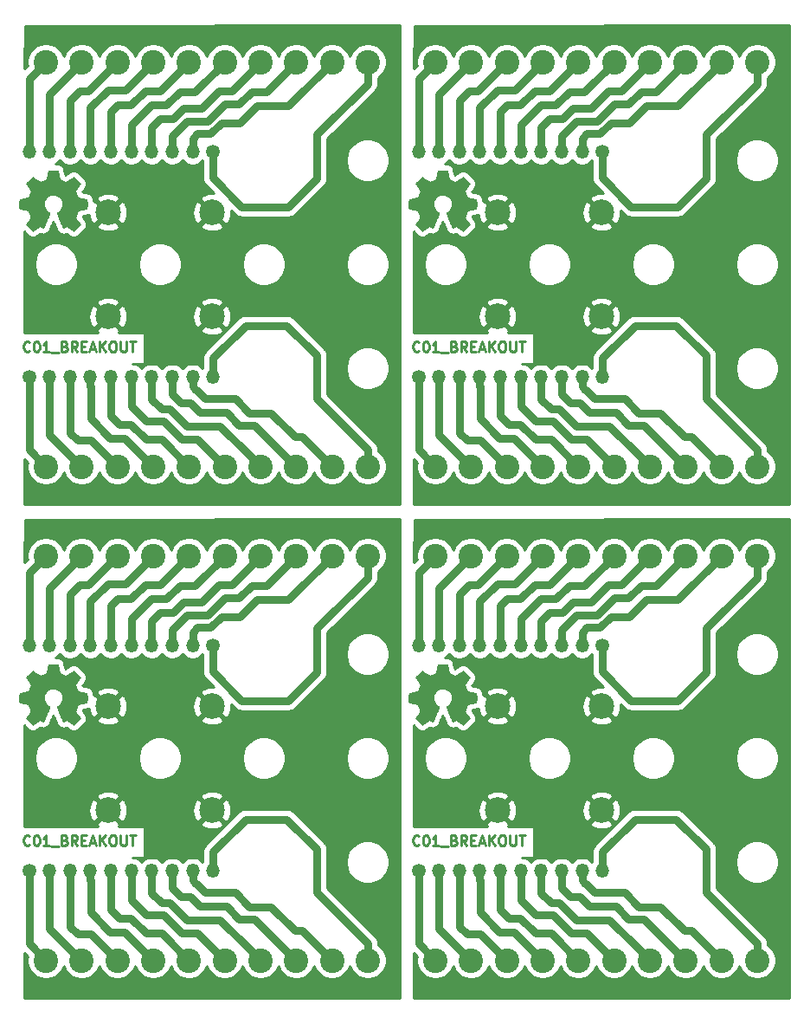
<source format=gbr>
G04 #@! TF.GenerationSoftware,KiCad,Pcbnew,5.1.5-52549c5~86~ubuntu18.04.1*
G04 #@! TF.CreationDate,2020-09-07T14:55:00-05:00*
G04 #@! TF.ProjectId,,58585858-5858-4585-9858-585858585858,rev?*
G04 #@! TF.SameCoordinates,Original*
G04 #@! TF.FileFunction,Copper,L1,Top*
G04 #@! TF.FilePolarity,Positive*
%FSLAX46Y46*%
G04 Gerber Fmt 4.6, Leading zero omitted, Abs format (unit mm)*
G04 Created by KiCad (PCBNEW 5.1.5-52549c5~86~ubuntu18.04.1) date 2020-09-07 14:55:00*
%MOMM*%
%LPD*%
G04 APERTURE LIST*
%ADD10C,0.250000*%
%ADD11C,0.010000*%
%ADD12C,2.499360*%
%ADD13C,2.400000*%
%ADD14C,1.350000*%
%ADD15O,1.350000X1.350000*%
%ADD16C,0.750000*%
%ADD17C,0.254000*%
G04 APERTURE END LIST*
D10*
X142258066Y-122632742D02*
X142210447Y-122680361D01*
X142067590Y-122727980D01*
X141972352Y-122727980D01*
X141829495Y-122680361D01*
X141734257Y-122585123D01*
X141686638Y-122489885D01*
X141639019Y-122299409D01*
X141639019Y-122156552D01*
X141686638Y-121966076D01*
X141734257Y-121870838D01*
X141829495Y-121775600D01*
X141972352Y-121727980D01*
X142067590Y-121727980D01*
X142210447Y-121775600D01*
X142258066Y-121823219D01*
X142877114Y-121727980D02*
X142972352Y-121727980D01*
X143067590Y-121775600D01*
X143115209Y-121823219D01*
X143162828Y-121918457D01*
X143210447Y-122108933D01*
X143210447Y-122347028D01*
X143162828Y-122537504D01*
X143115209Y-122632742D01*
X143067590Y-122680361D01*
X142972352Y-122727980D01*
X142877114Y-122727980D01*
X142781876Y-122680361D01*
X142734257Y-122632742D01*
X142686638Y-122537504D01*
X142639019Y-122347028D01*
X142639019Y-122108933D01*
X142686638Y-121918457D01*
X142734257Y-121823219D01*
X142781876Y-121775600D01*
X142877114Y-121727980D01*
X144162828Y-122727980D02*
X143591400Y-122727980D01*
X143877114Y-122727980D02*
X143877114Y-121727980D01*
X143781876Y-121870838D01*
X143686638Y-121966076D01*
X143591400Y-122013695D01*
X144353304Y-122823219D02*
X145115209Y-122823219D01*
X145686638Y-122204171D02*
X145829495Y-122251790D01*
X145877114Y-122299409D01*
X145924733Y-122394647D01*
X145924733Y-122537504D01*
X145877114Y-122632742D01*
X145829495Y-122680361D01*
X145734257Y-122727980D01*
X145353304Y-122727980D01*
X145353304Y-121727980D01*
X145686638Y-121727980D01*
X145781876Y-121775600D01*
X145829495Y-121823219D01*
X145877114Y-121918457D01*
X145877114Y-122013695D01*
X145829495Y-122108933D01*
X145781876Y-122156552D01*
X145686638Y-122204171D01*
X145353304Y-122204171D01*
X146924733Y-122727980D02*
X146591400Y-122251790D01*
X146353304Y-122727980D02*
X146353304Y-121727980D01*
X146734257Y-121727980D01*
X146829495Y-121775600D01*
X146877114Y-121823219D01*
X146924733Y-121918457D01*
X146924733Y-122061314D01*
X146877114Y-122156552D01*
X146829495Y-122204171D01*
X146734257Y-122251790D01*
X146353304Y-122251790D01*
X147353304Y-122204171D02*
X147686638Y-122204171D01*
X147829495Y-122727980D02*
X147353304Y-122727980D01*
X147353304Y-121727980D01*
X147829495Y-121727980D01*
X148210447Y-122442266D02*
X148686638Y-122442266D01*
X148115209Y-122727980D02*
X148448542Y-121727980D01*
X148781876Y-122727980D01*
X149115209Y-122727980D02*
X149115209Y-121727980D01*
X149686638Y-122727980D02*
X149258066Y-122156552D01*
X149686638Y-121727980D02*
X149115209Y-122299409D01*
X150305685Y-121727980D02*
X150496161Y-121727980D01*
X150591400Y-121775600D01*
X150686638Y-121870838D01*
X150734257Y-122061314D01*
X150734257Y-122394647D01*
X150686638Y-122585123D01*
X150591400Y-122680361D01*
X150496161Y-122727980D01*
X150305685Y-122727980D01*
X150210447Y-122680361D01*
X150115209Y-122585123D01*
X150067590Y-122394647D01*
X150067590Y-122061314D01*
X150115209Y-121870838D01*
X150210447Y-121775600D01*
X150305685Y-121727980D01*
X151162828Y-121727980D02*
X151162828Y-122537504D01*
X151210447Y-122632742D01*
X151258066Y-122680361D01*
X151353304Y-122727980D01*
X151543780Y-122727980D01*
X151639019Y-122680361D01*
X151686638Y-122632742D01*
X151734257Y-122537504D01*
X151734257Y-121727980D01*
X152067590Y-121727980D02*
X152639019Y-121727980D01*
X152353304Y-122727980D02*
X152353304Y-121727980D01*
X104158066Y-122632742D02*
X104110447Y-122680361D01*
X103967590Y-122727980D01*
X103872352Y-122727980D01*
X103729495Y-122680361D01*
X103634257Y-122585123D01*
X103586638Y-122489885D01*
X103539019Y-122299409D01*
X103539019Y-122156552D01*
X103586638Y-121966076D01*
X103634257Y-121870838D01*
X103729495Y-121775600D01*
X103872352Y-121727980D01*
X103967590Y-121727980D01*
X104110447Y-121775600D01*
X104158066Y-121823219D01*
X104777114Y-121727980D02*
X104872352Y-121727980D01*
X104967590Y-121775600D01*
X105015209Y-121823219D01*
X105062828Y-121918457D01*
X105110447Y-122108933D01*
X105110447Y-122347028D01*
X105062828Y-122537504D01*
X105015209Y-122632742D01*
X104967590Y-122680361D01*
X104872352Y-122727980D01*
X104777114Y-122727980D01*
X104681876Y-122680361D01*
X104634257Y-122632742D01*
X104586638Y-122537504D01*
X104539019Y-122347028D01*
X104539019Y-122108933D01*
X104586638Y-121918457D01*
X104634257Y-121823219D01*
X104681876Y-121775600D01*
X104777114Y-121727980D01*
X106062828Y-122727980D02*
X105491400Y-122727980D01*
X105777114Y-122727980D02*
X105777114Y-121727980D01*
X105681876Y-121870838D01*
X105586638Y-121966076D01*
X105491400Y-122013695D01*
X106253304Y-122823219D02*
X107015209Y-122823219D01*
X107586638Y-122204171D02*
X107729495Y-122251790D01*
X107777114Y-122299409D01*
X107824733Y-122394647D01*
X107824733Y-122537504D01*
X107777114Y-122632742D01*
X107729495Y-122680361D01*
X107634257Y-122727980D01*
X107253304Y-122727980D01*
X107253304Y-121727980D01*
X107586638Y-121727980D01*
X107681876Y-121775600D01*
X107729495Y-121823219D01*
X107777114Y-121918457D01*
X107777114Y-122013695D01*
X107729495Y-122108933D01*
X107681876Y-122156552D01*
X107586638Y-122204171D01*
X107253304Y-122204171D01*
X108824733Y-122727980D02*
X108491400Y-122251790D01*
X108253304Y-122727980D02*
X108253304Y-121727980D01*
X108634257Y-121727980D01*
X108729495Y-121775600D01*
X108777114Y-121823219D01*
X108824733Y-121918457D01*
X108824733Y-122061314D01*
X108777114Y-122156552D01*
X108729495Y-122204171D01*
X108634257Y-122251790D01*
X108253304Y-122251790D01*
X109253304Y-122204171D02*
X109586638Y-122204171D01*
X109729495Y-122727980D02*
X109253304Y-122727980D01*
X109253304Y-121727980D01*
X109729495Y-121727980D01*
X110110447Y-122442266D02*
X110586638Y-122442266D01*
X110015209Y-122727980D02*
X110348542Y-121727980D01*
X110681876Y-122727980D01*
X111015209Y-122727980D02*
X111015209Y-121727980D01*
X111586638Y-122727980D02*
X111158066Y-122156552D01*
X111586638Y-121727980D02*
X111015209Y-122299409D01*
X112205685Y-121727980D02*
X112396161Y-121727980D01*
X112491400Y-121775600D01*
X112586638Y-121870838D01*
X112634257Y-122061314D01*
X112634257Y-122394647D01*
X112586638Y-122585123D01*
X112491400Y-122680361D01*
X112396161Y-122727980D01*
X112205685Y-122727980D01*
X112110447Y-122680361D01*
X112015209Y-122585123D01*
X111967590Y-122394647D01*
X111967590Y-122061314D01*
X112015209Y-121870838D01*
X112110447Y-121775600D01*
X112205685Y-121727980D01*
X113062828Y-121727980D02*
X113062828Y-122537504D01*
X113110447Y-122632742D01*
X113158066Y-122680361D01*
X113253304Y-122727980D01*
X113443780Y-122727980D01*
X113539019Y-122680361D01*
X113586638Y-122632742D01*
X113634257Y-122537504D01*
X113634257Y-121727980D01*
X113967590Y-121727980D02*
X114539019Y-121727980D01*
X114253304Y-122727980D02*
X114253304Y-121727980D01*
X142258066Y-74372742D02*
X142210447Y-74420361D01*
X142067590Y-74467980D01*
X141972352Y-74467980D01*
X141829495Y-74420361D01*
X141734257Y-74325123D01*
X141686638Y-74229885D01*
X141639019Y-74039409D01*
X141639019Y-73896552D01*
X141686638Y-73706076D01*
X141734257Y-73610838D01*
X141829495Y-73515600D01*
X141972352Y-73467980D01*
X142067590Y-73467980D01*
X142210447Y-73515600D01*
X142258066Y-73563219D01*
X142877114Y-73467980D02*
X142972352Y-73467980D01*
X143067590Y-73515600D01*
X143115209Y-73563219D01*
X143162828Y-73658457D01*
X143210447Y-73848933D01*
X143210447Y-74087028D01*
X143162828Y-74277504D01*
X143115209Y-74372742D01*
X143067590Y-74420361D01*
X142972352Y-74467980D01*
X142877114Y-74467980D01*
X142781876Y-74420361D01*
X142734257Y-74372742D01*
X142686638Y-74277504D01*
X142639019Y-74087028D01*
X142639019Y-73848933D01*
X142686638Y-73658457D01*
X142734257Y-73563219D01*
X142781876Y-73515600D01*
X142877114Y-73467980D01*
X144162828Y-74467980D02*
X143591400Y-74467980D01*
X143877114Y-74467980D02*
X143877114Y-73467980D01*
X143781876Y-73610838D01*
X143686638Y-73706076D01*
X143591400Y-73753695D01*
X144353304Y-74563219D02*
X145115209Y-74563219D01*
X145686638Y-73944171D02*
X145829495Y-73991790D01*
X145877114Y-74039409D01*
X145924733Y-74134647D01*
X145924733Y-74277504D01*
X145877114Y-74372742D01*
X145829495Y-74420361D01*
X145734257Y-74467980D01*
X145353304Y-74467980D01*
X145353304Y-73467980D01*
X145686638Y-73467980D01*
X145781876Y-73515600D01*
X145829495Y-73563219D01*
X145877114Y-73658457D01*
X145877114Y-73753695D01*
X145829495Y-73848933D01*
X145781876Y-73896552D01*
X145686638Y-73944171D01*
X145353304Y-73944171D01*
X146924733Y-74467980D02*
X146591400Y-73991790D01*
X146353304Y-74467980D02*
X146353304Y-73467980D01*
X146734257Y-73467980D01*
X146829495Y-73515600D01*
X146877114Y-73563219D01*
X146924733Y-73658457D01*
X146924733Y-73801314D01*
X146877114Y-73896552D01*
X146829495Y-73944171D01*
X146734257Y-73991790D01*
X146353304Y-73991790D01*
X147353304Y-73944171D02*
X147686638Y-73944171D01*
X147829495Y-74467980D02*
X147353304Y-74467980D01*
X147353304Y-73467980D01*
X147829495Y-73467980D01*
X148210447Y-74182266D02*
X148686638Y-74182266D01*
X148115209Y-74467980D02*
X148448542Y-73467980D01*
X148781876Y-74467980D01*
X149115209Y-74467980D02*
X149115209Y-73467980D01*
X149686638Y-74467980D02*
X149258066Y-73896552D01*
X149686638Y-73467980D02*
X149115209Y-74039409D01*
X150305685Y-73467980D02*
X150496161Y-73467980D01*
X150591400Y-73515600D01*
X150686638Y-73610838D01*
X150734257Y-73801314D01*
X150734257Y-74134647D01*
X150686638Y-74325123D01*
X150591400Y-74420361D01*
X150496161Y-74467980D01*
X150305685Y-74467980D01*
X150210447Y-74420361D01*
X150115209Y-74325123D01*
X150067590Y-74134647D01*
X150067590Y-73801314D01*
X150115209Y-73610838D01*
X150210447Y-73515600D01*
X150305685Y-73467980D01*
X151162828Y-73467980D02*
X151162828Y-74277504D01*
X151210447Y-74372742D01*
X151258066Y-74420361D01*
X151353304Y-74467980D01*
X151543780Y-74467980D01*
X151639019Y-74420361D01*
X151686638Y-74372742D01*
X151734257Y-74277504D01*
X151734257Y-73467980D01*
X152067590Y-73467980D02*
X152639019Y-73467980D01*
X152353304Y-74467980D02*
X152353304Y-73467980D01*
X104158066Y-74372742D02*
X104110447Y-74420361D01*
X103967590Y-74467980D01*
X103872352Y-74467980D01*
X103729495Y-74420361D01*
X103634257Y-74325123D01*
X103586638Y-74229885D01*
X103539019Y-74039409D01*
X103539019Y-73896552D01*
X103586638Y-73706076D01*
X103634257Y-73610838D01*
X103729495Y-73515600D01*
X103872352Y-73467980D01*
X103967590Y-73467980D01*
X104110447Y-73515600D01*
X104158066Y-73563219D01*
X104777114Y-73467980D02*
X104872352Y-73467980D01*
X104967590Y-73515600D01*
X105015209Y-73563219D01*
X105062828Y-73658457D01*
X105110447Y-73848933D01*
X105110447Y-74087028D01*
X105062828Y-74277504D01*
X105015209Y-74372742D01*
X104967590Y-74420361D01*
X104872352Y-74467980D01*
X104777114Y-74467980D01*
X104681876Y-74420361D01*
X104634257Y-74372742D01*
X104586638Y-74277504D01*
X104539019Y-74087028D01*
X104539019Y-73848933D01*
X104586638Y-73658457D01*
X104634257Y-73563219D01*
X104681876Y-73515600D01*
X104777114Y-73467980D01*
X106062828Y-74467980D02*
X105491400Y-74467980D01*
X105777114Y-74467980D02*
X105777114Y-73467980D01*
X105681876Y-73610838D01*
X105586638Y-73706076D01*
X105491400Y-73753695D01*
X106253304Y-74563219D02*
X107015209Y-74563219D01*
X107586638Y-73944171D02*
X107729495Y-73991790D01*
X107777114Y-74039409D01*
X107824733Y-74134647D01*
X107824733Y-74277504D01*
X107777114Y-74372742D01*
X107729495Y-74420361D01*
X107634257Y-74467980D01*
X107253304Y-74467980D01*
X107253304Y-73467980D01*
X107586638Y-73467980D01*
X107681876Y-73515600D01*
X107729495Y-73563219D01*
X107777114Y-73658457D01*
X107777114Y-73753695D01*
X107729495Y-73848933D01*
X107681876Y-73896552D01*
X107586638Y-73944171D01*
X107253304Y-73944171D01*
X108824733Y-74467980D02*
X108491400Y-73991790D01*
X108253304Y-74467980D02*
X108253304Y-73467980D01*
X108634257Y-73467980D01*
X108729495Y-73515600D01*
X108777114Y-73563219D01*
X108824733Y-73658457D01*
X108824733Y-73801314D01*
X108777114Y-73896552D01*
X108729495Y-73944171D01*
X108634257Y-73991790D01*
X108253304Y-73991790D01*
X109253304Y-73944171D02*
X109586638Y-73944171D01*
X109729495Y-74467980D02*
X109253304Y-74467980D01*
X109253304Y-73467980D01*
X109729495Y-73467980D01*
X110110447Y-74182266D02*
X110586638Y-74182266D01*
X110015209Y-74467980D02*
X110348542Y-73467980D01*
X110681876Y-74467980D01*
X111015209Y-74467980D02*
X111015209Y-73467980D01*
X111586638Y-74467980D02*
X111158066Y-73896552D01*
X111586638Y-73467980D02*
X111015209Y-74039409D01*
X112205685Y-73467980D02*
X112396161Y-73467980D01*
X112491400Y-73515600D01*
X112586638Y-73610838D01*
X112634257Y-73801314D01*
X112634257Y-74134647D01*
X112586638Y-74325123D01*
X112491400Y-74420361D01*
X112396161Y-74467980D01*
X112205685Y-74467980D01*
X112110447Y-74420361D01*
X112015209Y-74325123D01*
X111967590Y-74134647D01*
X111967590Y-73801314D01*
X112015209Y-73610838D01*
X112110447Y-73515600D01*
X112205685Y-73467980D01*
X113062828Y-73467980D02*
X113062828Y-74277504D01*
X113110447Y-74372742D01*
X113158066Y-74420361D01*
X113253304Y-74467980D01*
X113443780Y-74467980D01*
X113539019Y-74420361D01*
X113586638Y-74372742D01*
X113634257Y-74277504D01*
X113634257Y-73467980D01*
X113967590Y-73467980D02*
X114539019Y-73467980D01*
X114253304Y-74467980D02*
X114253304Y-73467980D01*
D11*
G36*
X145107214Y-105444331D02*
G01*
X145191035Y-105888955D01*
X145500320Y-106016453D01*
X145809606Y-106143951D01*
X146180646Y-105891646D01*
X146284557Y-105821396D01*
X146378487Y-105758672D01*
X146458052Y-105706338D01*
X146518870Y-105667257D01*
X146556557Y-105644293D01*
X146566821Y-105639342D01*
X146585310Y-105652076D01*
X146624820Y-105687282D01*
X146680922Y-105740462D01*
X146749187Y-105807118D01*
X146825186Y-105882754D01*
X146904492Y-105962872D01*
X146982675Y-106042974D01*
X147055307Y-106118564D01*
X147117959Y-106185145D01*
X147166203Y-106238218D01*
X147195610Y-106273287D01*
X147202641Y-106285023D01*
X147192523Y-106306660D01*
X147164159Y-106354062D01*
X147120529Y-106422593D01*
X147064618Y-106507615D01*
X146999406Y-106604493D01*
X146961619Y-106659750D01*
X146892743Y-106760648D01*
X146831540Y-106851699D01*
X146780978Y-106928370D01*
X146744028Y-106986128D01*
X146723658Y-107020443D01*
X146720597Y-107027654D01*
X146727536Y-107048148D01*
X146746451Y-107095913D01*
X146774487Y-107164232D01*
X146808791Y-107246389D01*
X146846509Y-107335670D01*
X146884787Y-107425358D01*
X146920770Y-107508738D01*
X146951606Y-107579094D01*
X146974439Y-107629710D01*
X146986417Y-107653871D01*
X146987124Y-107654822D01*
X147005931Y-107659436D01*
X147056018Y-107669728D01*
X147132193Y-107684687D01*
X147229265Y-107703301D01*
X147342043Y-107724559D01*
X147407842Y-107736818D01*
X147528350Y-107759762D01*
X147637197Y-107781595D01*
X147728876Y-107801122D01*
X147797881Y-107817148D01*
X147838704Y-107828479D01*
X147846911Y-107832074D01*
X147854948Y-107856406D01*
X147861433Y-107911359D01*
X147866370Y-107990508D01*
X147869764Y-108087426D01*
X147871618Y-108195687D01*
X147871938Y-108308865D01*
X147870727Y-108420535D01*
X147867990Y-108524268D01*
X147863731Y-108613641D01*
X147857955Y-108682226D01*
X147850667Y-108723597D01*
X147846295Y-108732210D01*
X147820164Y-108742533D01*
X147764793Y-108757292D01*
X147687507Y-108774752D01*
X147595630Y-108793180D01*
X147563558Y-108799141D01*
X147408924Y-108827466D01*
X147286775Y-108850276D01*
X147193073Y-108868480D01*
X147123784Y-108882983D01*
X147074871Y-108894692D01*
X147042297Y-108904515D01*
X147022028Y-108913356D01*
X147010026Y-108922124D01*
X147008347Y-108923857D01*
X146991584Y-108951771D01*
X146966014Y-109006095D01*
X146934188Y-109080177D01*
X146898660Y-109167365D01*
X146861983Y-109261008D01*
X146826711Y-109354452D01*
X146795396Y-109441047D01*
X146770593Y-109514140D01*
X146754854Y-109567078D01*
X146750732Y-109593211D01*
X146751076Y-109594126D01*
X146765041Y-109615486D01*
X146796722Y-109662484D01*
X146842791Y-109730227D01*
X146899918Y-109813823D01*
X146964773Y-109908382D01*
X146983243Y-109935254D01*
X147049099Y-110032675D01*
X147107050Y-110121563D01*
X147153938Y-110196812D01*
X147186607Y-110253320D01*
X147201900Y-110285981D01*
X147202641Y-110289993D01*
X147189792Y-110311084D01*
X147154288Y-110352864D01*
X147100693Y-110410845D01*
X147033571Y-110480535D01*
X146957487Y-110557445D01*
X146877004Y-110637083D01*
X146796687Y-110714961D01*
X146721099Y-110786586D01*
X146654805Y-110847470D01*
X146602369Y-110893121D01*
X146568355Y-110919050D01*
X146558945Y-110923283D01*
X146537043Y-110913312D01*
X146492200Y-110886420D01*
X146431721Y-110847136D01*
X146385189Y-110815517D01*
X146300875Y-110757498D01*
X146201026Y-110689184D01*
X146100873Y-110620979D01*
X146047027Y-110584475D01*
X145864771Y-110461200D01*
X145711781Y-110543920D01*
X145642082Y-110580159D01*
X145582814Y-110608326D01*
X145542711Y-110624391D01*
X145532503Y-110626626D01*
X145520229Y-110610122D01*
X145496013Y-110563482D01*
X145461663Y-110491009D01*
X145418988Y-110397006D01*
X145369794Y-110285774D01*
X145315890Y-110161615D01*
X145259084Y-110028832D01*
X145201182Y-109891727D01*
X145143993Y-109754602D01*
X145089324Y-109621758D01*
X145038984Y-109497498D01*
X144994780Y-109386125D01*
X144958519Y-109291939D01*
X144932009Y-109219244D01*
X144917058Y-109172341D01*
X144914654Y-109156233D01*
X144933711Y-109135686D01*
X144975436Y-109102333D01*
X145031106Y-109063102D01*
X145035778Y-109059999D01*
X145179664Y-108944823D01*
X145295683Y-108810453D01*
X145382830Y-108661184D01*
X145440099Y-108501313D01*
X145466486Y-108335137D01*
X145460985Y-108166952D01*
X145422590Y-108001055D01*
X145350295Y-107841742D01*
X145329026Y-107806887D01*
X145218396Y-107666137D01*
X145087702Y-107553114D01*
X144941464Y-107468403D01*
X144784208Y-107412594D01*
X144620457Y-107386274D01*
X144454733Y-107390030D01*
X144291562Y-107424450D01*
X144135465Y-107490123D01*
X143990967Y-107587635D01*
X143946269Y-107627213D01*
X143832512Y-107751103D01*
X143749618Y-107881524D01*
X143692756Y-108027715D01*
X143661087Y-108172488D01*
X143653269Y-108335260D01*
X143679338Y-108498840D01*
X143736645Y-108657698D01*
X143822544Y-108806306D01*
X143934386Y-108939135D01*
X144069523Y-109050656D01*
X144087283Y-109062411D01*
X144143550Y-109100908D01*
X144186323Y-109134263D01*
X144206772Y-109155560D01*
X144207069Y-109156233D01*
X144202679Y-109179271D01*
X144185276Y-109231557D01*
X144156668Y-109308790D01*
X144118665Y-109406668D01*
X144073074Y-109520891D01*
X144021703Y-109647158D01*
X143966362Y-109781167D01*
X143908858Y-109918618D01*
X143851001Y-110055208D01*
X143794598Y-110186637D01*
X143741458Y-110308605D01*
X143693390Y-110416809D01*
X143652201Y-110506949D01*
X143619701Y-110574723D01*
X143597697Y-110615830D01*
X143588836Y-110626626D01*
X143561760Y-110618219D01*
X143511097Y-110595672D01*
X143445583Y-110563013D01*
X143409559Y-110543920D01*
X143256568Y-110461200D01*
X143074312Y-110584475D01*
X142981275Y-110647628D01*
X142879415Y-110717127D01*
X142783962Y-110782565D01*
X142736150Y-110815517D01*
X142668905Y-110860673D01*
X142611964Y-110896457D01*
X142572754Y-110918338D01*
X142560019Y-110922963D01*
X142541483Y-110910485D01*
X142500459Y-110875652D01*
X142440925Y-110822078D01*
X142366858Y-110753383D01*
X142282235Y-110673181D01*
X142228715Y-110621686D01*
X142135081Y-110529686D01*
X142054159Y-110447399D01*
X141989223Y-110378345D01*
X141943542Y-110326044D01*
X141920389Y-110294016D01*
X141918168Y-110287516D01*
X141928476Y-110262794D01*
X141956961Y-110212805D01*
X142000463Y-110142612D01*
X142055823Y-110057275D01*
X142119880Y-109961856D01*
X142138097Y-109935254D01*
X142204473Y-109838567D01*
X142264022Y-109751517D01*
X142313416Y-109678995D01*
X142349325Y-109625893D01*
X142368419Y-109597103D01*
X142370264Y-109594126D01*
X142367505Y-109571182D01*
X142352862Y-109520736D01*
X142328887Y-109449441D01*
X142298134Y-109363947D01*
X142263156Y-109270907D01*
X142226507Y-109176974D01*
X142190739Y-109088799D01*
X142158406Y-109013034D01*
X142132062Y-108956331D01*
X142114258Y-108925343D01*
X142112993Y-108923857D01*
X142102106Y-108915001D01*
X142083718Y-108906243D01*
X142053794Y-108896677D01*
X142008297Y-108885396D01*
X141943191Y-108871493D01*
X141854439Y-108854063D01*
X141738007Y-108832198D01*
X141589858Y-108804991D01*
X141557782Y-108799141D01*
X141462714Y-108780774D01*
X141379835Y-108762805D01*
X141316470Y-108746969D01*
X141279942Y-108735000D01*
X141275044Y-108732210D01*
X141266973Y-108707472D01*
X141260413Y-108652190D01*
X141255367Y-108572789D01*
X141251841Y-108475696D01*
X141249839Y-108367338D01*
X141249364Y-108254140D01*
X141250423Y-108142528D01*
X141253018Y-108038929D01*
X141257154Y-107949768D01*
X141262837Y-107881472D01*
X141270069Y-107840466D01*
X141274429Y-107832074D01*
X141298702Y-107823608D01*
X141353974Y-107809835D01*
X141434738Y-107791950D01*
X141535488Y-107771148D01*
X141650717Y-107748623D01*
X141713498Y-107736818D01*
X141832613Y-107714551D01*
X141938835Y-107694379D01*
X142026973Y-107677315D01*
X142091834Y-107664369D01*
X142128226Y-107656555D01*
X142134216Y-107654822D01*
X142144339Y-107635290D01*
X142165738Y-107588243D01*
X142195561Y-107520403D01*
X142230955Y-107438491D01*
X142269068Y-107349228D01*
X142307047Y-107259335D01*
X142342040Y-107175535D01*
X142371194Y-107104547D01*
X142391657Y-107053094D01*
X142400577Y-107027897D01*
X142400743Y-107026796D01*
X142390631Y-107006919D01*
X142362283Y-106961177D01*
X142318677Y-106894117D01*
X142262794Y-106810284D01*
X142197613Y-106714226D01*
X142159721Y-106659050D01*
X142090675Y-106557881D01*
X142029350Y-106466030D01*
X141978737Y-106388144D01*
X141941829Y-106328869D01*
X141921618Y-106292851D01*
X141918699Y-106284777D01*
X141931247Y-106265984D01*
X141965937Y-106225857D01*
X142018337Y-106168893D01*
X142084016Y-106099585D01*
X142158544Y-106022431D01*
X142237487Y-105941925D01*
X142316417Y-105862563D01*
X142390900Y-105788840D01*
X142456506Y-105725252D01*
X142508804Y-105676294D01*
X142543361Y-105646461D01*
X142554922Y-105639342D01*
X142573746Y-105649353D01*
X142618769Y-105677478D01*
X142685613Y-105720854D01*
X142769901Y-105776618D01*
X142867256Y-105841906D01*
X142940693Y-105891646D01*
X143311733Y-106143951D01*
X143930305Y-105888955D01*
X144014125Y-105444331D01*
X144097946Y-104999707D01*
X145023394Y-104999707D01*
X145107214Y-105444331D01*
G37*
X145107214Y-105444331D02*
X145191035Y-105888955D01*
X145500320Y-106016453D01*
X145809606Y-106143951D01*
X146180646Y-105891646D01*
X146284557Y-105821396D01*
X146378487Y-105758672D01*
X146458052Y-105706338D01*
X146518870Y-105667257D01*
X146556557Y-105644293D01*
X146566821Y-105639342D01*
X146585310Y-105652076D01*
X146624820Y-105687282D01*
X146680922Y-105740462D01*
X146749187Y-105807118D01*
X146825186Y-105882754D01*
X146904492Y-105962872D01*
X146982675Y-106042974D01*
X147055307Y-106118564D01*
X147117959Y-106185145D01*
X147166203Y-106238218D01*
X147195610Y-106273287D01*
X147202641Y-106285023D01*
X147192523Y-106306660D01*
X147164159Y-106354062D01*
X147120529Y-106422593D01*
X147064618Y-106507615D01*
X146999406Y-106604493D01*
X146961619Y-106659750D01*
X146892743Y-106760648D01*
X146831540Y-106851699D01*
X146780978Y-106928370D01*
X146744028Y-106986128D01*
X146723658Y-107020443D01*
X146720597Y-107027654D01*
X146727536Y-107048148D01*
X146746451Y-107095913D01*
X146774487Y-107164232D01*
X146808791Y-107246389D01*
X146846509Y-107335670D01*
X146884787Y-107425358D01*
X146920770Y-107508738D01*
X146951606Y-107579094D01*
X146974439Y-107629710D01*
X146986417Y-107653871D01*
X146987124Y-107654822D01*
X147005931Y-107659436D01*
X147056018Y-107669728D01*
X147132193Y-107684687D01*
X147229265Y-107703301D01*
X147342043Y-107724559D01*
X147407842Y-107736818D01*
X147528350Y-107759762D01*
X147637197Y-107781595D01*
X147728876Y-107801122D01*
X147797881Y-107817148D01*
X147838704Y-107828479D01*
X147846911Y-107832074D01*
X147854948Y-107856406D01*
X147861433Y-107911359D01*
X147866370Y-107990508D01*
X147869764Y-108087426D01*
X147871618Y-108195687D01*
X147871938Y-108308865D01*
X147870727Y-108420535D01*
X147867990Y-108524268D01*
X147863731Y-108613641D01*
X147857955Y-108682226D01*
X147850667Y-108723597D01*
X147846295Y-108732210D01*
X147820164Y-108742533D01*
X147764793Y-108757292D01*
X147687507Y-108774752D01*
X147595630Y-108793180D01*
X147563558Y-108799141D01*
X147408924Y-108827466D01*
X147286775Y-108850276D01*
X147193073Y-108868480D01*
X147123784Y-108882983D01*
X147074871Y-108894692D01*
X147042297Y-108904515D01*
X147022028Y-108913356D01*
X147010026Y-108922124D01*
X147008347Y-108923857D01*
X146991584Y-108951771D01*
X146966014Y-109006095D01*
X146934188Y-109080177D01*
X146898660Y-109167365D01*
X146861983Y-109261008D01*
X146826711Y-109354452D01*
X146795396Y-109441047D01*
X146770593Y-109514140D01*
X146754854Y-109567078D01*
X146750732Y-109593211D01*
X146751076Y-109594126D01*
X146765041Y-109615486D01*
X146796722Y-109662484D01*
X146842791Y-109730227D01*
X146899918Y-109813823D01*
X146964773Y-109908382D01*
X146983243Y-109935254D01*
X147049099Y-110032675D01*
X147107050Y-110121563D01*
X147153938Y-110196812D01*
X147186607Y-110253320D01*
X147201900Y-110285981D01*
X147202641Y-110289993D01*
X147189792Y-110311084D01*
X147154288Y-110352864D01*
X147100693Y-110410845D01*
X147033571Y-110480535D01*
X146957487Y-110557445D01*
X146877004Y-110637083D01*
X146796687Y-110714961D01*
X146721099Y-110786586D01*
X146654805Y-110847470D01*
X146602369Y-110893121D01*
X146568355Y-110919050D01*
X146558945Y-110923283D01*
X146537043Y-110913312D01*
X146492200Y-110886420D01*
X146431721Y-110847136D01*
X146385189Y-110815517D01*
X146300875Y-110757498D01*
X146201026Y-110689184D01*
X146100873Y-110620979D01*
X146047027Y-110584475D01*
X145864771Y-110461200D01*
X145711781Y-110543920D01*
X145642082Y-110580159D01*
X145582814Y-110608326D01*
X145542711Y-110624391D01*
X145532503Y-110626626D01*
X145520229Y-110610122D01*
X145496013Y-110563482D01*
X145461663Y-110491009D01*
X145418988Y-110397006D01*
X145369794Y-110285774D01*
X145315890Y-110161615D01*
X145259084Y-110028832D01*
X145201182Y-109891727D01*
X145143993Y-109754602D01*
X145089324Y-109621758D01*
X145038984Y-109497498D01*
X144994780Y-109386125D01*
X144958519Y-109291939D01*
X144932009Y-109219244D01*
X144917058Y-109172341D01*
X144914654Y-109156233D01*
X144933711Y-109135686D01*
X144975436Y-109102333D01*
X145031106Y-109063102D01*
X145035778Y-109059999D01*
X145179664Y-108944823D01*
X145295683Y-108810453D01*
X145382830Y-108661184D01*
X145440099Y-108501313D01*
X145466486Y-108335137D01*
X145460985Y-108166952D01*
X145422590Y-108001055D01*
X145350295Y-107841742D01*
X145329026Y-107806887D01*
X145218396Y-107666137D01*
X145087702Y-107553114D01*
X144941464Y-107468403D01*
X144784208Y-107412594D01*
X144620457Y-107386274D01*
X144454733Y-107390030D01*
X144291562Y-107424450D01*
X144135465Y-107490123D01*
X143990967Y-107587635D01*
X143946269Y-107627213D01*
X143832512Y-107751103D01*
X143749618Y-107881524D01*
X143692756Y-108027715D01*
X143661087Y-108172488D01*
X143653269Y-108335260D01*
X143679338Y-108498840D01*
X143736645Y-108657698D01*
X143822544Y-108806306D01*
X143934386Y-108939135D01*
X144069523Y-109050656D01*
X144087283Y-109062411D01*
X144143550Y-109100908D01*
X144186323Y-109134263D01*
X144206772Y-109155560D01*
X144207069Y-109156233D01*
X144202679Y-109179271D01*
X144185276Y-109231557D01*
X144156668Y-109308790D01*
X144118665Y-109406668D01*
X144073074Y-109520891D01*
X144021703Y-109647158D01*
X143966362Y-109781167D01*
X143908858Y-109918618D01*
X143851001Y-110055208D01*
X143794598Y-110186637D01*
X143741458Y-110308605D01*
X143693390Y-110416809D01*
X143652201Y-110506949D01*
X143619701Y-110574723D01*
X143597697Y-110615830D01*
X143588836Y-110626626D01*
X143561760Y-110618219D01*
X143511097Y-110595672D01*
X143445583Y-110563013D01*
X143409559Y-110543920D01*
X143256568Y-110461200D01*
X143074312Y-110584475D01*
X142981275Y-110647628D01*
X142879415Y-110717127D01*
X142783962Y-110782565D01*
X142736150Y-110815517D01*
X142668905Y-110860673D01*
X142611964Y-110896457D01*
X142572754Y-110918338D01*
X142560019Y-110922963D01*
X142541483Y-110910485D01*
X142500459Y-110875652D01*
X142440925Y-110822078D01*
X142366858Y-110753383D01*
X142282235Y-110673181D01*
X142228715Y-110621686D01*
X142135081Y-110529686D01*
X142054159Y-110447399D01*
X141989223Y-110378345D01*
X141943542Y-110326044D01*
X141920389Y-110294016D01*
X141918168Y-110287516D01*
X141928476Y-110262794D01*
X141956961Y-110212805D01*
X142000463Y-110142612D01*
X142055823Y-110057275D01*
X142119880Y-109961856D01*
X142138097Y-109935254D01*
X142204473Y-109838567D01*
X142264022Y-109751517D01*
X142313416Y-109678995D01*
X142349325Y-109625893D01*
X142368419Y-109597103D01*
X142370264Y-109594126D01*
X142367505Y-109571182D01*
X142352862Y-109520736D01*
X142328887Y-109449441D01*
X142298134Y-109363947D01*
X142263156Y-109270907D01*
X142226507Y-109176974D01*
X142190739Y-109088799D01*
X142158406Y-109013034D01*
X142132062Y-108956331D01*
X142114258Y-108925343D01*
X142112993Y-108923857D01*
X142102106Y-108915001D01*
X142083718Y-108906243D01*
X142053794Y-108896677D01*
X142008297Y-108885396D01*
X141943191Y-108871493D01*
X141854439Y-108854063D01*
X141738007Y-108832198D01*
X141589858Y-108804991D01*
X141557782Y-108799141D01*
X141462714Y-108780774D01*
X141379835Y-108762805D01*
X141316470Y-108746969D01*
X141279942Y-108735000D01*
X141275044Y-108732210D01*
X141266973Y-108707472D01*
X141260413Y-108652190D01*
X141255367Y-108572789D01*
X141251841Y-108475696D01*
X141249839Y-108367338D01*
X141249364Y-108254140D01*
X141250423Y-108142528D01*
X141253018Y-108038929D01*
X141257154Y-107949768D01*
X141262837Y-107881472D01*
X141270069Y-107840466D01*
X141274429Y-107832074D01*
X141298702Y-107823608D01*
X141353974Y-107809835D01*
X141434738Y-107791950D01*
X141535488Y-107771148D01*
X141650717Y-107748623D01*
X141713498Y-107736818D01*
X141832613Y-107714551D01*
X141938835Y-107694379D01*
X142026973Y-107677315D01*
X142091834Y-107664369D01*
X142128226Y-107656555D01*
X142134216Y-107654822D01*
X142144339Y-107635290D01*
X142165738Y-107588243D01*
X142195561Y-107520403D01*
X142230955Y-107438491D01*
X142269068Y-107349228D01*
X142307047Y-107259335D01*
X142342040Y-107175535D01*
X142371194Y-107104547D01*
X142391657Y-107053094D01*
X142400577Y-107027897D01*
X142400743Y-107026796D01*
X142390631Y-107006919D01*
X142362283Y-106961177D01*
X142318677Y-106894117D01*
X142262794Y-106810284D01*
X142197613Y-106714226D01*
X142159721Y-106659050D01*
X142090675Y-106557881D01*
X142029350Y-106466030D01*
X141978737Y-106388144D01*
X141941829Y-106328869D01*
X141921618Y-106292851D01*
X141918699Y-106284777D01*
X141931247Y-106265984D01*
X141965937Y-106225857D01*
X142018337Y-106168893D01*
X142084016Y-106099585D01*
X142158544Y-106022431D01*
X142237487Y-105941925D01*
X142316417Y-105862563D01*
X142390900Y-105788840D01*
X142456506Y-105725252D01*
X142508804Y-105676294D01*
X142543361Y-105646461D01*
X142554922Y-105639342D01*
X142573746Y-105649353D01*
X142618769Y-105677478D01*
X142685613Y-105720854D01*
X142769901Y-105776618D01*
X142867256Y-105841906D01*
X142940693Y-105891646D01*
X143311733Y-106143951D01*
X143930305Y-105888955D01*
X144014125Y-105444331D01*
X144097946Y-104999707D01*
X145023394Y-104999707D01*
X145107214Y-105444331D01*
G36*
X107007214Y-105444331D02*
G01*
X107091035Y-105888955D01*
X107400320Y-106016453D01*
X107709606Y-106143951D01*
X108080646Y-105891646D01*
X108184557Y-105821396D01*
X108278487Y-105758672D01*
X108358052Y-105706338D01*
X108418870Y-105667257D01*
X108456557Y-105644293D01*
X108466821Y-105639342D01*
X108485310Y-105652076D01*
X108524820Y-105687282D01*
X108580922Y-105740462D01*
X108649187Y-105807118D01*
X108725186Y-105882754D01*
X108804492Y-105962872D01*
X108882675Y-106042974D01*
X108955307Y-106118564D01*
X109017959Y-106185145D01*
X109066203Y-106238218D01*
X109095610Y-106273287D01*
X109102641Y-106285023D01*
X109092523Y-106306660D01*
X109064159Y-106354062D01*
X109020529Y-106422593D01*
X108964618Y-106507615D01*
X108899406Y-106604493D01*
X108861619Y-106659750D01*
X108792743Y-106760648D01*
X108731540Y-106851699D01*
X108680978Y-106928370D01*
X108644028Y-106986128D01*
X108623658Y-107020443D01*
X108620597Y-107027654D01*
X108627536Y-107048148D01*
X108646451Y-107095913D01*
X108674487Y-107164232D01*
X108708791Y-107246389D01*
X108746509Y-107335670D01*
X108784787Y-107425358D01*
X108820770Y-107508738D01*
X108851606Y-107579094D01*
X108874439Y-107629710D01*
X108886417Y-107653871D01*
X108887124Y-107654822D01*
X108905931Y-107659436D01*
X108956018Y-107669728D01*
X109032193Y-107684687D01*
X109129265Y-107703301D01*
X109242043Y-107724559D01*
X109307842Y-107736818D01*
X109428350Y-107759762D01*
X109537197Y-107781595D01*
X109628876Y-107801122D01*
X109697881Y-107817148D01*
X109738704Y-107828479D01*
X109746911Y-107832074D01*
X109754948Y-107856406D01*
X109761433Y-107911359D01*
X109766370Y-107990508D01*
X109769764Y-108087426D01*
X109771618Y-108195687D01*
X109771938Y-108308865D01*
X109770727Y-108420535D01*
X109767990Y-108524268D01*
X109763731Y-108613641D01*
X109757955Y-108682226D01*
X109750667Y-108723597D01*
X109746295Y-108732210D01*
X109720164Y-108742533D01*
X109664793Y-108757292D01*
X109587507Y-108774752D01*
X109495630Y-108793180D01*
X109463558Y-108799141D01*
X109308924Y-108827466D01*
X109186775Y-108850276D01*
X109093073Y-108868480D01*
X109023784Y-108882983D01*
X108974871Y-108894692D01*
X108942297Y-108904515D01*
X108922028Y-108913356D01*
X108910026Y-108922124D01*
X108908347Y-108923857D01*
X108891584Y-108951771D01*
X108866014Y-109006095D01*
X108834188Y-109080177D01*
X108798660Y-109167365D01*
X108761983Y-109261008D01*
X108726711Y-109354452D01*
X108695396Y-109441047D01*
X108670593Y-109514140D01*
X108654854Y-109567078D01*
X108650732Y-109593211D01*
X108651076Y-109594126D01*
X108665041Y-109615486D01*
X108696722Y-109662484D01*
X108742791Y-109730227D01*
X108799918Y-109813823D01*
X108864773Y-109908382D01*
X108883243Y-109935254D01*
X108949099Y-110032675D01*
X109007050Y-110121563D01*
X109053938Y-110196812D01*
X109086607Y-110253320D01*
X109101900Y-110285981D01*
X109102641Y-110289993D01*
X109089792Y-110311084D01*
X109054288Y-110352864D01*
X109000693Y-110410845D01*
X108933571Y-110480535D01*
X108857487Y-110557445D01*
X108777004Y-110637083D01*
X108696687Y-110714961D01*
X108621099Y-110786586D01*
X108554805Y-110847470D01*
X108502369Y-110893121D01*
X108468355Y-110919050D01*
X108458945Y-110923283D01*
X108437043Y-110913312D01*
X108392200Y-110886420D01*
X108331721Y-110847136D01*
X108285189Y-110815517D01*
X108200875Y-110757498D01*
X108101026Y-110689184D01*
X108000873Y-110620979D01*
X107947027Y-110584475D01*
X107764771Y-110461200D01*
X107611781Y-110543920D01*
X107542082Y-110580159D01*
X107482814Y-110608326D01*
X107442711Y-110624391D01*
X107432503Y-110626626D01*
X107420229Y-110610122D01*
X107396013Y-110563482D01*
X107361663Y-110491009D01*
X107318988Y-110397006D01*
X107269794Y-110285774D01*
X107215890Y-110161615D01*
X107159084Y-110028832D01*
X107101182Y-109891727D01*
X107043993Y-109754602D01*
X106989324Y-109621758D01*
X106938984Y-109497498D01*
X106894780Y-109386125D01*
X106858519Y-109291939D01*
X106832009Y-109219244D01*
X106817058Y-109172341D01*
X106814654Y-109156233D01*
X106833711Y-109135686D01*
X106875436Y-109102333D01*
X106931106Y-109063102D01*
X106935778Y-109059999D01*
X107079664Y-108944823D01*
X107195683Y-108810453D01*
X107282830Y-108661184D01*
X107340099Y-108501313D01*
X107366486Y-108335137D01*
X107360985Y-108166952D01*
X107322590Y-108001055D01*
X107250295Y-107841742D01*
X107229026Y-107806887D01*
X107118396Y-107666137D01*
X106987702Y-107553114D01*
X106841464Y-107468403D01*
X106684208Y-107412594D01*
X106520457Y-107386274D01*
X106354733Y-107390030D01*
X106191562Y-107424450D01*
X106035465Y-107490123D01*
X105890967Y-107587635D01*
X105846269Y-107627213D01*
X105732512Y-107751103D01*
X105649618Y-107881524D01*
X105592756Y-108027715D01*
X105561087Y-108172488D01*
X105553269Y-108335260D01*
X105579338Y-108498840D01*
X105636645Y-108657698D01*
X105722544Y-108806306D01*
X105834386Y-108939135D01*
X105969523Y-109050656D01*
X105987283Y-109062411D01*
X106043550Y-109100908D01*
X106086323Y-109134263D01*
X106106772Y-109155560D01*
X106107069Y-109156233D01*
X106102679Y-109179271D01*
X106085276Y-109231557D01*
X106056668Y-109308790D01*
X106018665Y-109406668D01*
X105973074Y-109520891D01*
X105921703Y-109647158D01*
X105866362Y-109781167D01*
X105808858Y-109918618D01*
X105751001Y-110055208D01*
X105694598Y-110186637D01*
X105641458Y-110308605D01*
X105593390Y-110416809D01*
X105552201Y-110506949D01*
X105519701Y-110574723D01*
X105497697Y-110615830D01*
X105488836Y-110626626D01*
X105461760Y-110618219D01*
X105411097Y-110595672D01*
X105345583Y-110563013D01*
X105309559Y-110543920D01*
X105156568Y-110461200D01*
X104974312Y-110584475D01*
X104881275Y-110647628D01*
X104779415Y-110717127D01*
X104683962Y-110782565D01*
X104636150Y-110815517D01*
X104568905Y-110860673D01*
X104511964Y-110896457D01*
X104472754Y-110918338D01*
X104460019Y-110922963D01*
X104441483Y-110910485D01*
X104400459Y-110875652D01*
X104340925Y-110822078D01*
X104266858Y-110753383D01*
X104182235Y-110673181D01*
X104128715Y-110621686D01*
X104035081Y-110529686D01*
X103954159Y-110447399D01*
X103889223Y-110378345D01*
X103843542Y-110326044D01*
X103820389Y-110294016D01*
X103818168Y-110287516D01*
X103828476Y-110262794D01*
X103856961Y-110212805D01*
X103900463Y-110142612D01*
X103955823Y-110057275D01*
X104019880Y-109961856D01*
X104038097Y-109935254D01*
X104104473Y-109838567D01*
X104164022Y-109751517D01*
X104213416Y-109678995D01*
X104249325Y-109625893D01*
X104268419Y-109597103D01*
X104270264Y-109594126D01*
X104267505Y-109571182D01*
X104252862Y-109520736D01*
X104228887Y-109449441D01*
X104198134Y-109363947D01*
X104163156Y-109270907D01*
X104126507Y-109176974D01*
X104090739Y-109088799D01*
X104058406Y-109013034D01*
X104032062Y-108956331D01*
X104014258Y-108925343D01*
X104012993Y-108923857D01*
X104002106Y-108915001D01*
X103983718Y-108906243D01*
X103953794Y-108896677D01*
X103908297Y-108885396D01*
X103843191Y-108871493D01*
X103754439Y-108854063D01*
X103638007Y-108832198D01*
X103489858Y-108804991D01*
X103457782Y-108799141D01*
X103362714Y-108780774D01*
X103279835Y-108762805D01*
X103216470Y-108746969D01*
X103179942Y-108735000D01*
X103175044Y-108732210D01*
X103166973Y-108707472D01*
X103160413Y-108652190D01*
X103155367Y-108572789D01*
X103151841Y-108475696D01*
X103149839Y-108367338D01*
X103149364Y-108254140D01*
X103150423Y-108142528D01*
X103153018Y-108038929D01*
X103157154Y-107949768D01*
X103162837Y-107881472D01*
X103170069Y-107840466D01*
X103174429Y-107832074D01*
X103198702Y-107823608D01*
X103253974Y-107809835D01*
X103334738Y-107791950D01*
X103435488Y-107771148D01*
X103550717Y-107748623D01*
X103613498Y-107736818D01*
X103732613Y-107714551D01*
X103838835Y-107694379D01*
X103926973Y-107677315D01*
X103991834Y-107664369D01*
X104028226Y-107656555D01*
X104034216Y-107654822D01*
X104044339Y-107635290D01*
X104065738Y-107588243D01*
X104095561Y-107520403D01*
X104130955Y-107438491D01*
X104169068Y-107349228D01*
X104207047Y-107259335D01*
X104242040Y-107175535D01*
X104271194Y-107104547D01*
X104291657Y-107053094D01*
X104300577Y-107027897D01*
X104300743Y-107026796D01*
X104290631Y-107006919D01*
X104262283Y-106961177D01*
X104218677Y-106894117D01*
X104162794Y-106810284D01*
X104097613Y-106714226D01*
X104059721Y-106659050D01*
X103990675Y-106557881D01*
X103929350Y-106466030D01*
X103878737Y-106388144D01*
X103841829Y-106328869D01*
X103821618Y-106292851D01*
X103818699Y-106284777D01*
X103831247Y-106265984D01*
X103865937Y-106225857D01*
X103918337Y-106168893D01*
X103984016Y-106099585D01*
X104058544Y-106022431D01*
X104137487Y-105941925D01*
X104216417Y-105862563D01*
X104290900Y-105788840D01*
X104356506Y-105725252D01*
X104408804Y-105676294D01*
X104443361Y-105646461D01*
X104454922Y-105639342D01*
X104473746Y-105649353D01*
X104518769Y-105677478D01*
X104585613Y-105720854D01*
X104669901Y-105776618D01*
X104767256Y-105841906D01*
X104840693Y-105891646D01*
X105211733Y-106143951D01*
X105830305Y-105888955D01*
X105914125Y-105444331D01*
X105997946Y-104999707D01*
X106923394Y-104999707D01*
X107007214Y-105444331D01*
G37*
X107007214Y-105444331D02*
X107091035Y-105888955D01*
X107400320Y-106016453D01*
X107709606Y-106143951D01*
X108080646Y-105891646D01*
X108184557Y-105821396D01*
X108278487Y-105758672D01*
X108358052Y-105706338D01*
X108418870Y-105667257D01*
X108456557Y-105644293D01*
X108466821Y-105639342D01*
X108485310Y-105652076D01*
X108524820Y-105687282D01*
X108580922Y-105740462D01*
X108649187Y-105807118D01*
X108725186Y-105882754D01*
X108804492Y-105962872D01*
X108882675Y-106042974D01*
X108955307Y-106118564D01*
X109017959Y-106185145D01*
X109066203Y-106238218D01*
X109095610Y-106273287D01*
X109102641Y-106285023D01*
X109092523Y-106306660D01*
X109064159Y-106354062D01*
X109020529Y-106422593D01*
X108964618Y-106507615D01*
X108899406Y-106604493D01*
X108861619Y-106659750D01*
X108792743Y-106760648D01*
X108731540Y-106851699D01*
X108680978Y-106928370D01*
X108644028Y-106986128D01*
X108623658Y-107020443D01*
X108620597Y-107027654D01*
X108627536Y-107048148D01*
X108646451Y-107095913D01*
X108674487Y-107164232D01*
X108708791Y-107246389D01*
X108746509Y-107335670D01*
X108784787Y-107425358D01*
X108820770Y-107508738D01*
X108851606Y-107579094D01*
X108874439Y-107629710D01*
X108886417Y-107653871D01*
X108887124Y-107654822D01*
X108905931Y-107659436D01*
X108956018Y-107669728D01*
X109032193Y-107684687D01*
X109129265Y-107703301D01*
X109242043Y-107724559D01*
X109307842Y-107736818D01*
X109428350Y-107759762D01*
X109537197Y-107781595D01*
X109628876Y-107801122D01*
X109697881Y-107817148D01*
X109738704Y-107828479D01*
X109746911Y-107832074D01*
X109754948Y-107856406D01*
X109761433Y-107911359D01*
X109766370Y-107990508D01*
X109769764Y-108087426D01*
X109771618Y-108195687D01*
X109771938Y-108308865D01*
X109770727Y-108420535D01*
X109767990Y-108524268D01*
X109763731Y-108613641D01*
X109757955Y-108682226D01*
X109750667Y-108723597D01*
X109746295Y-108732210D01*
X109720164Y-108742533D01*
X109664793Y-108757292D01*
X109587507Y-108774752D01*
X109495630Y-108793180D01*
X109463558Y-108799141D01*
X109308924Y-108827466D01*
X109186775Y-108850276D01*
X109093073Y-108868480D01*
X109023784Y-108882983D01*
X108974871Y-108894692D01*
X108942297Y-108904515D01*
X108922028Y-108913356D01*
X108910026Y-108922124D01*
X108908347Y-108923857D01*
X108891584Y-108951771D01*
X108866014Y-109006095D01*
X108834188Y-109080177D01*
X108798660Y-109167365D01*
X108761983Y-109261008D01*
X108726711Y-109354452D01*
X108695396Y-109441047D01*
X108670593Y-109514140D01*
X108654854Y-109567078D01*
X108650732Y-109593211D01*
X108651076Y-109594126D01*
X108665041Y-109615486D01*
X108696722Y-109662484D01*
X108742791Y-109730227D01*
X108799918Y-109813823D01*
X108864773Y-109908382D01*
X108883243Y-109935254D01*
X108949099Y-110032675D01*
X109007050Y-110121563D01*
X109053938Y-110196812D01*
X109086607Y-110253320D01*
X109101900Y-110285981D01*
X109102641Y-110289993D01*
X109089792Y-110311084D01*
X109054288Y-110352864D01*
X109000693Y-110410845D01*
X108933571Y-110480535D01*
X108857487Y-110557445D01*
X108777004Y-110637083D01*
X108696687Y-110714961D01*
X108621099Y-110786586D01*
X108554805Y-110847470D01*
X108502369Y-110893121D01*
X108468355Y-110919050D01*
X108458945Y-110923283D01*
X108437043Y-110913312D01*
X108392200Y-110886420D01*
X108331721Y-110847136D01*
X108285189Y-110815517D01*
X108200875Y-110757498D01*
X108101026Y-110689184D01*
X108000873Y-110620979D01*
X107947027Y-110584475D01*
X107764771Y-110461200D01*
X107611781Y-110543920D01*
X107542082Y-110580159D01*
X107482814Y-110608326D01*
X107442711Y-110624391D01*
X107432503Y-110626626D01*
X107420229Y-110610122D01*
X107396013Y-110563482D01*
X107361663Y-110491009D01*
X107318988Y-110397006D01*
X107269794Y-110285774D01*
X107215890Y-110161615D01*
X107159084Y-110028832D01*
X107101182Y-109891727D01*
X107043993Y-109754602D01*
X106989324Y-109621758D01*
X106938984Y-109497498D01*
X106894780Y-109386125D01*
X106858519Y-109291939D01*
X106832009Y-109219244D01*
X106817058Y-109172341D01*
X106814654Y-109156233D01*
X106833711Y-109135686D01*
X106875436Y-109102333D01*
X106931106Y-109063102D01*
X106935778Y-109059999D01*
X107079664Y-108944823D01*
X107195683Y-108810453D01*
X107282830Y-108661184D01*
X107340099Y-108501313D01*
X107366486Y-108335137D01*
X107360985Y-108166952D01*
X107322590Y-108001055D01*
X107250295Y-107841742D01*
X107229026Y-107806887D01*
X107118396Y-107666137D01*
X106987702Y-107553114D01*
X106841464Y-107468403D01*
X106684208Y-107412594D01*
X106520457Y-107386274D01*
X106354733Y-107390030D01*
X106191562Y-107424450D01*
X106035465Y-107490123D01*
X105890967Y-107587635D01*
X105846269Y-107627213D01*
X105732512Y-107751103D01*
X105649618Y-107881524D01*
X105592756Y-108027715D01*
X105561087Y-108172488D01*
X105553269Y-108335260D01*
X105579338Y-108498840D01*
X105636645Y-108657698D01*
X105722544Y-108806306D01*
X105834386Y-108939135D01*
X105969523Y-109050656D01*
X105987283Y-109062411D01*
X106043550Y-109100908D01*
X106086323Y-109134263D01*
X106106772Y-109155560D01*
X106107069Y-109156233D01*
X106102679Y-109179271D01*
X106085276Y-109231557D01*
X106056668Y-109308790D01*
X106018665Y-109406668D01*
X105973074Y-109520891D01*
X105921703Y-109647158D01*
X105866362Y-109781167D01*
X105808858Y-109918618D01*
X105751001Y-110055208D01*
X105694598Y-110186637D01*
X105641458Y-110308605D01*
X105593390Y-110416809D01*
X105552201Y-110506949D01*
X105519701Y-110574723D01*
X105497697Y-110615830D01*
X105488836Y-110626626D01*
X105461760Y-110618219D01*
X105411097Y-110595672D01*
X105345583Y-110563013D01*
X105309559Y-110543920D01*
X105156568Y-110461200D01*
X104974312Y-110584475D01*
X104881275Y-110647628D01*
X104779415Y-110717127D01*
X104683962Y-110782565D01*
X104636150Y-110815517D01*
X104568905Y-110860673D01*
X104511964Y-110896457D01*
X104472754Y-110918338D01*
X104460019Y-110922963D01*
X104441483Y-110910485D01*
X104400459Y-110875652D01*
X104340925Y-110822078D01*
X104266858Y-110753383D01*
X104182235Y-110673181D01*
X104128715Y-110621686D01*
X104035081Y-110529686D01*
X103954159Y-110447399D01*
X103889223Y-110378345D01*
X103843542Y-110326044D01*
X103820389Y-110294016D01*
X103818168Y-110287516D01*
X103828476Y-110262794D01*
X103856961Y-110212805D01*
X103900463Y-110142612D01*
X103955823Y-110057275D01*
X104019880Y-109961856D01*
X104038097Y-109935254D01*
X104104473Y-109838567D01*
X104164022Y-109751517D01*
X104213416Y-109678995D01*
X104249325Y-109625893D01*
X104268419Y-109597103D01*
X104270264Y-109594126D01*
X104267505Y-109571182D01*
X104252862Y-109520736D01*
X104228887Y-109449441D01*
X104198134Y-109363947D01*
X104163156Y-109270907D01*
X104126507Y-109176974D01*
X104090739Y-109088799D01*
X104058406Y-109013034D01*
X104032062Y-108956331D01*
X104014258Y-108925343D01*
X104012993Y-108923857D01*
X104002106Y-108915001D01*
X103983718Y-108906243D01*
X103953794Y-108896677D01*
X103908297Y-108885396D01*
X103843191Y-108871493D01*
X103754439Y-108854063D01*
X103638007Y-108832198D01*
X103489858Y-108804991D01*
X103457782Y-108799141D01*
X103362714Y-108780774D01*
X103279835Y-108762805D01*
X103216470Y-108746969D01*
X103179942Y-108735000D01*
X103175044Y-108732210D01*
X103166973Y-108707472D01*
X103160413Y-108652190D01*
X103155367Y-108572789D01*
X103151841Y-108475696D01*
X103149839Y-108367338D01*
X103149364Y-108254140D01*
X103150423Y-108142528D01*
X103153018Y-108038929D01*
X103157154Y-107949768D01*
X103162837Y-107881472D01*
X103170069Y-107840466D01*
X103174429Y-107832074D01*
X103198702Y-107823608D01*
X103253974Y-107809835D01*
X103334738Y-107791950D01*
X103435488Y-107771148D01*
X103550717Y-107748623D01*
X103613498Y-107736818D01*
X103732613Y-107714551D01*
X103838835Y-107694379D01*
X103926973Y-107677315D01*
X103991834Y-107664369D01*
X104028226Y-107656555D01*
X104034216Y-107654822D01*
X104044339Y-107635290D01*
X104065738Y-107588243D01*
X104095561Y-107520403D01*
X104130955Y-107438491D01*
X104169068Y-107349228D01*
X104207047Y-107259335D01*
X104242040Y-107175535D01*
X104271194Y-107104547D01*
X104291657Y-107053094D01*
X104300577Y-107027897D01*
X104300743Y-107026796D01*
X104290631Y-107006919D01*
X104262283Y-106961177D01*
X104218677Y-106894117D01*
X104162794Y-106810284D01*
X104097613Y-106714226D01*
X104059721Y-106659050D01*
X103990675Y-106557881D01*
X103929350Y-106466030D01*
X103878737Y-106388144D01*
X103841829Y-106328869D01*
X103821618Y-106292851D01*
X103818699Y-106284777D01*
X103831247Y-106265984D01*
X103865937Y-106225857D01*
X103918337Y-106168893D01*
X103984016Y-106099585D01*
X104058544Y-106022431D01*
X104137487Y-105941925D01*
X104216417Y-105862563D01*
X104290900Y-105788840D01*
X104356506Y-105725252D01*
X104408804Y-105676294D01*
X104443361Y-105646461D01*
X104454922Y-105639342D01*
X104473746Y-105649353D01*
X104518769Y-105677478D01*
X104585613Y-105720854D01*
X104669901Y-105776618D01*
X104767256Y-105841906D01*
X104840693Y-105891646D01*
X105211733Y-106143951D01*
X105830305Y-105888955D01*
X105914125Y-105444331D01*
X105997946Y-104999707D01*
X106923394Y-104999707D01*
X107007214Y-105444331D01*
G36*
X145107214Y-57184331D02*
G01*
X145191035Y-57628955D01*
X145500320Y-57756453D01*
X145809606Y-57883951D01*
X146180646Y-57631646D01*
X146284557Y-57561396D01*
X146378487Y-57498672D01*
X146458052Y-57446338D01*
X146518870Y-57407257D01*
X146556557Y-57384293D01*
X146566821Y-57379342D01*
X146585310Y-57392076D01*
X146624820Y-57427282D01*
X146680922Y-57480462D01*
X146749187Y-57547118D01*
X146825186Y-57622754D01*
X146904492Y-57702872D01*
X146982675Y-57782974D01*
X147055307Y-57858564D01*
X147117959Y-57925145D01*
X147166203Y-57978218D01*
X147195610Y-58013287D01*
X147202641Y-58025023D01*
X147192523Y-58046660D01*
X147164159Y-58094062D01*
X147120529Y-58162593D01*
X147064618Y-58247615D01*
X146999406Y-58344493D01*
X146961619Y-58399750D01*
X146892743Y-58500648D01*
X146831540Y-58591699D01*
X146780978Y-58668370D01*
X146744028Y-58726128D01*
X146723658Y-58760443D01*
X146720597Y-58767654D01*
X146727536Y-58788148D01*
X146746451Y-58835913D01*
X146774487Y-58904232D01*
X146808791Y-58986389D01*
X146846509Y-59075670D01*
X146884787Y-59165358D01*
X146920770Y-59248738D01*
X146951606Y-59319094D01*
X146974439Y-59369710D01*
X146986417Y-59393871D01*
X146987124Y-59394822D01*
X147005931Y-59399436D01*
X147056018Y-59409728D01*
X147132193Y-59424687D01*
X147229265Y-59443301D01*
X147342043Y-59464559D01*
X147407842Y-59476818D01*
X147528350Y-59499762D01*
X147637197Y-59521595D01*
X147728876Y-59541122D01*
X147797881Y-59557148D01*
X147838704Y-59568479D01*
X147846911Y-59572074D01*
X147854948Y-59596406D01*
X147861433Y-59651359D01*
X147866370Y-59730508D01*
X147869764Y-59827426D01*
X147871618Y-59935687D01*
X147871938Y-60048865D01*
X147870727Y-60160535D01*
X147867990Y-60264268D01*
X147863731Y-60353641D01*
X147857955Y-60422226D01*
X147850667Y-60463597D01*
X147846295Y-60472210D01*
X147820164Y-60482533D01*
X147764793Y-60497292D01*
X147687507Y-60514752D01*
X147595630Y-60533180D01*
X147563558Y-60539141D01*
X147408924Y-60567466D01*
X147286775Y-60590276D01*
X147193073Y-60608480D01*
X147123784Y-60622983D01*
X147074871Y-60634692D01*
X147042297Y-60644515D01*
X147022028Y-60653356D01*
X147010026Y-60662124D01*
X147008347Y-60663857D01*
X146991584Y-60691771D01*
X146966014Y-60746095D01*
X146934188Y-60820177D01*
X146898660Y-60907365D01*
X146861983Y-61001008D01*
X146826711Y-61094452D01*
X146795396Y-61181047D01*
X146770593Y-61254140D01*
X146754854Y-61307078D01*
X146750732Y-61333211D01*
X146751076Y-61334126D01*
X146765041Y-61355486D01*
X146796722Y-61402484D01*
X146842791Y-61470227D01*
X146899918Y-61553823D01*
X146964773Y-61648382D01*
X146983243Y-61675254D01*
X147049099Y-61772675D01*
X147107050Y-61861563D01*
X147153938Y-61936812D01*
X147186607Y-61993320D01*
X147201900Y-62025981D01*
X147202641Y-62029993D01*
X147189792Y-62051084D01*
X147154288Y-62092864D01*
X147100693Y-62150845D01*
X147033571Y-62220535D01*
X146957487Y-62297445D01*
X146877004Y-62377083D01*
X146796687Y-62454961D01*
X146721099Y-62526586D01*
X146654805Y-62587470D01*
X146602369Y-62633121D01*
X146568355Y-62659050D01*
X146558945Y-62663283D01*
X146537043Y-62653312D01*
X146492200Y-62626420D01*
X146431721Y-62587136D01*
X146385189Y-62555517D01*
X146300875Y-62497498D01*
X146201026Y-62429184D01*
X146100873Y-62360979D01*
X146047027Y-62324475D01*
X145864771Y-62201200D01*
X145711781Y-62283920D01*
X145642082Y-62320159D01*
X145582814Y-62348326D01*
X145542711Y-62364391D01*
X145532503Y-62366626D01*
X145520229Y-62350122D01*
X145496013Y-62303482D01*
X145461663Y-62231009D01*
X145418988Y-62137006D01*
X145369794Y-62025774D01*
X145315890Y-61901615D01*
X145259084Y-61768832D01*
X145201182Y-61631727D01*
X145143993Y-61494602D01*
X145089324Y-61361758D01*
X145038984Y-61237498D01*
X144994780Y-61126125D01*
X144958519Y-61031939D01*
X144932009Y-60959244D01*
X144917058Y-60912341D01*
X144914654Y-60896233D01*
X144933711Y-60875686D01*
X144975436Y-60842333D01*
X145031106Y-60803102D01*
X145035778Y-60799999D01*
X145179664Y-60684823D01*
X145295683Y-60550453D01*
X145382830Y-60401184D01*
X145440099Y-60241313D01*
X145466486Y-60075137D01*
X145460985Y-59906952D01*
X145422590Y-59741055D01*
X145350295Y-59581742D01*
X145329026Y-59546887D01*
X145218396Y-59406137D01*
X145087702Y-59293114D01*
X144941464Y-59208403D01*
X144784208Y-59152594D01*
X144620457Y-59126274D01*
X144454733Y-59130030D01*
X144291562Y-59164450D01*
X144135465Y-59230123D01*
X143990967Y-59327635D01*
X143946269Y-59367213D01*
X143832512Y-59491103D01*
X143749618Y-59621524D01*
X143692756Y-59767715D01*
X143661087Y-59912488D01*
X143653269Y-60075260D01*
X143679338Y-60238840D01*
X143736645Y-60397698D01*
X143822544Y-60546306D01*
X143934386Y-60679135D01*
X144069523Y-60790656D01*
X144087283Y-60802411D01*
X144143550Y-60840908D01*
X144186323Y-60874263D01*
X144206772Y-60895560D01*
X144207069Y-60896233D01*
X144202679Y-60919271D01*
X144185276Y-60971557D01*
X144156668Y-61048790D01*
X144118665Y-61146668D01*
X144073074Y-61260891D01*
X144021703Y-61387158D01*
X143966362Y-61521167D01*
X143908858Y-61658618D01*
X143851001Y-61795208D01*
X143794598Y-61926637D01*
X143741458Y-62048605D01*
X143693390Y-62156809D01*
X143652201Y-62246949D01*
X143619701Y-62314723D01*
X143597697Y-62355830D01*
X143588836Y-62366626D01*
X143561760Y-62358219D01*
X143511097Y-62335672D01*
X143445583Y-62303013D01*
X143409559Y-62283920D01*
X143256568Y-62201200D01*
X143074312Y-62324475D01*
X142981275Y-62387628D01*
X142879415Y-62457127D01*
X142783962Y-62522565D01*
X142736150Y-62555517D01*
X142668905Y-62600673D01*
X142611964Y-62636457D01*
X142572754Y-62658338D01*
X142560019Y-62662963D01*
X142541483Y-62650485D01*
X142500459Y-62615652D01*
X142440925Y-62562078D01*
X142366858Y-62493383D01*
X142282235Y-62413181D01*
X142228715Y-62361686D01*
X142135081Y-62269686D01*
X142054159Y-62187399D01*
X141989223Y-62118345D01*
X141943542Y-62066044D01*
X141920389Y-62034016D01*
X141918168Y-62027516D01*
X141928476Y-62002794D01*
X141956961Y-61952805D01*
X142000463Y-61882612D01*
X142055823Y-61797275D01*
X142119880Y-61701856D01*
X142138097Y-61675254D01*
X142204473Y-61578567D01*
X142264022Y-61491517D01*
X142313416Y-61418995D01*
X142349325Y-61365893D01*
X142368419Y-61337103D01*
X142370264Y-61334126D01*
X142367505Y-61311182D01*
X142352862Y-61260736D01*
X142328887Y-61189441D01*
X142298134Y-61103947D01*
X142263156Y-61010907D01*
X142226507Y-60916974D01*
X142190739Y-60828799D01*
X142158406Y-60753034D01*
X142132062Y-60696331D01*
X142114258Y-60665343D01*
X142112993Y-60663857D01*
X142102106Y-60655001D01*
X142083718Y-60646243D01*
X142053794Y-60636677D01*
X142008297Y-60625396D01*
X141943191Y-60611493D01*
X141854439Y-60594063D01*
X141738007Y-60572198D01*
X141589858Y-60544991D01*
X141557782Y-60539141D01*
X141462714Y-60520774D01*
X141379835Y-60502805D01*
X141316470Y-60486969D01*
X141279942Y-60475000D01*
X141275044Y-60472210D01*
X141266973Y-60447472D01*
X141260413Y-60392190D01*
X141255367Y-60312789D01*
X141251841Y-60215696D01*
X141249839Y-60107338D01*
X141249364Y-59994140D01*
X141250423Y-59882528D01*
X141253018Y-59778929D01*
X141257154Y-59689768D01*
X141262837Y-59621472D01*
X141270069Y-59580466D01*
X141274429Y-59572074D01*
X141298702Y-59563608D01*
X141353974Y-59549835D01*
X141434738Y-59531950D01*
X141535488Y-59511148D01*
X141650717Y-59488623D01*
X141713498Y-59476818D01*
X141832613Y-59454551D01*
X141938835Y-59434379D01*
X142026973Y-59417315D01*
X142091834Y-59404369D01*
X142128226Y-59396555D01*
X142134216Y-59394822D01*
X142144339Y-59375290D01*
X142165738Y-59328243D01*
X142195561Y-59260403D01*
X142230955Y-59178491D01*
X142269068Y-59089228D01*
X142307047Y-58999335D01*
X142342040Y-58915535D01*
X142371194Y-58844547D01*
X142391657Y-58793094D01*
X142400577Y-58767897D01*
X142400743Y-58766796D01*
X142390631Y-58746919D01*
X142362283Y-58701177D01*
X142318677Y-58634117D01*
X142262794Y-58550284D01*
X142197613Y-58454226D01*
X142159721Y-58399050D01*
X142090675Y-58297881D01*
X142029350Y-58206030D01*
X141978737Y-58128144D01*
X141941829Y-58068869D01*
X141921618Y-58032851D01*
X141918699Y-58024777D01*
X141931247Y-58005984D01*
X141965937Y-57965857D01*
X142018337Y-57908893D01*
X142084016Y-57839585D01*
X142158544Y-57762431D01*
X142237487Y-57681925D01*
X142316417Y-57602563D01*
X142390900Y-57528840D01*
X142456506Y-57465252D01*
X142508804Y-57416294D01*
X142543361Y-57386461D01*
X142554922Y-57379342D01*
X142573746Y-57389353D01*
X142618769Y-57417478D01*
X142685613Y-57460854D01*
X142769901Y-57516618D01*
X142867256Y-57581906D01*
X142940693Y-57631646D01*
X143311733Y-57883951D01*
X143930305Y-57628955D01*
X144014125Y-57184331D01*
X144097946Y-56739707D01*
X145023394Y-56739707D01*
X145107214Y-57184331D01*
G37*
X145107214Y-57184331D02*
X145191035Y-57628955D01*
X145500320Y-57756453D01*
X145809606Y-57883951D01*
X146180646Y-57631646D01*
X146284557Y-57561396D01*
X146378487Y-57498672D01*
X146458052Y-57446338D01*
X146518870Y-57407257D01*
X146556557Y-57384293D01*
X146566821Y-57379342D01*
X146585310Y-57392076D01*
X146624820Y-57427282D01*
X146680922Y-57480462D01*
X146749187Y-57547118D01*
X146825186Y-57622754D01*
X146904492Y-57702872D01*
X146982675Y-57782974D01*
X147055307Y-57858564D01*
X147117959Y-57925145D01*
X147166203Y-57978218D01*
X147195610Y-58013287D01*
X147202641Y-58025023D01*
X147192523Y-58046660D01*
X147164159Y-58094062D01*
X147120529Y-58162593D01*
X147064618Y-58247615D01*
X146999406Y-58344493D01*
X146961619Y-58399750D01*
X146892743Y-58500648D01*
X146831540Y-58591699D01*
X146780978Y-58668370D01*
X146744028Y-58726128D01*
X146723658Y-58760443D01*
X146720597Y-58767654D01*
X146727536Y-58788148D01*
X146746451Y-58835913D01*
X146774487Y-58904232D01*
X146808791Y-58986389D01*
X146846509Y-59075670D01*
X146884787Y-59165358D01*
X146920770Y-59248738D01*
X146951606Y-59319094D01*
X146974439Y-59369710D01*
X146986417Y-59393871D01*
X146987124Y-59394822D01*
X147005931Y-59399436D01*
X147056018Y-59409728D01*
X147132193Y-59424687D01*
X147229265Y-59443301D01*
X147342043Y-59464559D01*
X147407842Y-59476818D01*
X147528350Y-59499762D01*
X147637197Y-59521595D01*
X147728876Y-59541122D01*
X147797881Y-59557148D01*
X147838704Y-59568479D01*
X147846911Y-59572074D01*
X147854948Y-59596406D01*
X147861433Y-59651359D01*
X147866370Y-59730508D01*
X147869764Y-59827426D01*
X147871618Y-59935687D01*
X147871938Y-60048865D01*
X147870727Y-60160535D01*
X147867990Y-60264268D01*
X147863731Y-60353641D01*
X147857955Y-60422226D01*
X147850667Y-60463597D01*
X147846295Y-60472210D01*
X147820164Y-60482533D01*
X147764793Y-60497292D01*
X147687507Y-60514752D01*
X147595630Y-60533180D01*
X147563558Y-60539141D01*
X147408924Y-60567466D01*
X147286775Y-60590276D01*
X147193073Y-60608480D01*
X147123784Y-60622983D01*
X147074871Y-60634692D01*
X147042297Y-60644515D01*
X147022028Y-60653356D01*
X147010026Y-60662124D01*
X147008347Y-60663857D01*
X146991584Y-60691771D01*
X146966014Y-60746095D01*
X146934188Y-60820177D01*
X146898660Y-60907365D01*
X146861983Y-61001008D01*
X146826711Y-61094452D01*
X146795396Y-61181047D01*
X146770593Y-61254140D01*
X146754854Y-61307078D01*
X146750732Y-61333211D01*
X146751076Y-61334126D01*
X146765041Y-61355486D01*
X146796722Y-61402484D01*
X146842791Y-61470227D01*
X146899918Y-61553823D01*
X146964773Y-61648382D01*
X146983243Y-61675254D01*
X147049099Y-61772675D01*
X147107050Y-61861563D01*
X147153938Y-61936812D01*
X147186607Y-61993320D01*
X147201900Y-62025981D01*
X147202641Y-62029993D01*
X147189792Y-62051084D01*
X147154288Y-62092864D01*
X147100693Y-62150845D01*
X147033571Y-62220535D01*
X146957487Y-62297445D01*
X146877004Y-62377083D01*
X146796687Y-62454961D01*
X146721099Y-62526586D01*
X146654805Y-62587470D01*
X146602369Y-62633121D01*
X146568355Y-62659050D01*
X146558945Y-62663283D01*
X146537043Y-62653312D01*
X146492200Y-62626420D01*
X146431721Y-62587136D01*
X146385189Y-62555517D01*
X146300875Y-62497498D01*
X146201026Y-62429184D01*
X146100873Y-62360979D01*
X146047027Y-62324475D01*
X145864771Y-62201200D01*
X145711781Y-62283920D01*
X145642082Y-62320159D01*
X145582814Y-62348326D01*
X145542711Y-62364391D01*
X145532503Y-62366626D01*
X145520229Y-62350122D01*
X145496013Y-62303482D01*
X145461663Y-62231009D01*
X145418988Y-62137006D01*
X145369794Y-62025774D01*
X145315890Y-61901615D01*
X145259084Y-61768832D01*
X145201182Y-61631727D01*
X145143993Y-61494602D01*
X145089324Y-61361758D01*
X145038984Y-61237498D01*
X144994780Y-61126125D01*
X144958519Y-61031939D01*
X144932009Y-60959244D01*
X144917058Y-60912341D01*
X144914654Y-60896233D01*
X144933711Y-60875686D01*
X144975436Y-60842333D01*
X145031106Y-60803102D01*
X145035778Y-60799999D01*
X145179664Y-60684823D01*
X145295683Y-60550453D01*
X145382830Y-60401184D01*
X145440099Y-60241313D01*
X145466486Y-60075137D01*
X145460985Y-59906952D01*
X145422590Y-59741055D01*
X145350295Y-59581742D01*
X145329026Y-59546887D01*
X145218396Y-59406137D01*
X145087702Y-59293114D01*
X144941464Y-59208403D01*
X144784208Y-59152594D01*
X144620457Y-59126274D01*
X144454733Y-59130030D01*
X144291562Y-59164450D01*
X144135465Y-59230123D01*
X143990967Y-59327635D01*
X143946269Y-59367213D01*
X143832512Y-59491103D01*
X143749618Y-59621524D01*
X143692756Y-59767715D01*
X143661087Y-59912488D01*
X143653269Y-60075260D01*
X143679338Y-60238840D01*
X143736645Y-60397698D01*
X143822544Y-60546306D01*
X143934386Y-60679135D01*
X144069523Y-60790656D01*
X144087283Y-60802411D01*
X144143550Y-60840908D01*
X144186323Y-60874263D01*
X144206772Y-60895560D01*
X144207069Y-60896233D01*
X144202679Y-60919271D01*
X144185276Y-60971557D01*
X144156668Y-61048790D01*
X144118665Y-61146668D01*
X144073074Y-61260891D01*
X144021703Y-61387158D01*
X143966362Y-61521167D01*
X143908858Y-61658618D01*
X143851001Y-61795208D01*
X143794598Y-61926637D01*
X143741458Y-62048605D01*
X143693390Y-62156809D01*
X143652201Y-62246949D01*
X143619701Y-62314723D01*
X143597697Y-62355830D01*
X143588836Y-62366626D01*
X143561760Y-62358219D01*
X143511097Y-62335672D01*
X143445583Y-62303013D01*
X143409559Y-62283920D01*
X143256568Y-62201200D01*
X143074312Y-62324475D01*
X142981275Y-62387628D01*
X142879415Y-62457127D01*
X142783962Y-62522565D01*
X142736150Y-62555517D01*
X142668905Y-62600673D01*
X142611964Y-62636457D01*
X142572754Y-62658338D01*
X142560019Y-62662963D01*
X142541483Y-62650485D01*
X142500459Y-62615652D01*
X142440925Y-62562078D01*
X142366858Y-62493383D01*
X142282235Y-62413181D01*
X142228715Y-62361686D01*
X142135081Y-62269686D01*
X142054159Y-62187399D01*
X141989223Y-62118345D01*
X141943542Y-62066044D01*
X141920389Y-62034016D01*
X141918168Y-62027516D01*
X141928476Y-62002794D01*
X141956961Y-61952805D01*
X142000463Y-61882612D01*
X142055823Y-61797275D01*
X142119880Y-61701856D01*
X142138097Y-61675254D01*
X142204473Y-61578567D01*
X142264022Y-61491517D01*
X142313416Y-61418995D01*
X142349325Y-61365893D01*
X142368419Y-61337103D01*
X142370264Y-61334126D01*
X142367505Y-61311182D01*
X142352862Y-61260736D01*
X142328887Y-61189441D01*
X142298134Y-61103947D01*
X142263156Y-61010907D01*
X142226507Y-60916974D01*
X142190739Y-60828799D01*
X142158406Y-60753034D01*
X142132062Y-60696331D01*
X142114258Y-60665343D01*
X142112993Y-60663857D01*
X142102106Y-60655001D01*
X142083718Y-60646243D01*
X142053794Y-60636677D01*
X142008297Y-60625396D01*
X141943191Y-60611493D01*
X141854439Y-60594063D01*
X141738007Y-60572198D01*
X141589858Y-60544991D01*
X141557782Y-60539141D01*
X141462714Y-60520774D01*
X141379835Y-60502805D01*
X141316470Y-60486969D01*
X141279942Y-60475000D01*
X141275044Y-60472210D01*
X141266973Y-60447472D01*
X141260413Y-60392190D01*
X141255367Y-60312789D01*
X141251841Y-60215696D01*
X141249839Y-60107338D01*
X141249364Y-59994140D01*
X141250423Y-59882528D01*
X141253018Y-59778929D01*
X141257154Y-59689768D01*
X141262837Y-59621472D01*
X141270069Y-59580466D01*
X141274429Y-59572074D01*
X141298702Y-59563608D01*
X141353974Y-59549835D01*
X141434738Y-59531950D01*
X141535488Y-59511148D01*
X141650717Y-59488623D01*
X141713498Y-59476818D01*
X141832613Y-59454551D01*
X141938835Y-59434379D01*
X142026973Y-59417315D01*
X142091834Y-59404369D01*
X142128226Y-59396555D01*
X142134216Y-59394822D01*
X142144339Y-59375290D01*
X142165738Y-59328243D01*
X142195561Y-59260403D01*
X142230955Y-59178491D01*
X142269068Y-59089228D01*
X142307047Y-58999335D01*
X142342040Y-58915535D01*
X142371194Y-58844547D01*
X142391657Y-58793094D01*
X142400577Y-58767897D01*
X142400743Y-58766796D01*
X142390631Y-58746919D01*
X142362283Y-58701177D01*
X142318677Y-58634117D01*
X142262794Y-58550284D01*
X142197613Y-58454226D01*
X142159721Y-58399050D01*
X142090675Y-58297881D01*
X142029350Y-58206030D01*
X141978737Y-58128144D01*
X141941829Y-58068869D01*
X141921618Y-58032851D01*
X141918699Y-58024777D01*
X141931247Y-58005984D01*
X141965937Y-57965857D01*
X142018337Y-57908893D01*
X142084016Y-57839585D01*
X142158544Y-57762431D01*
X142237487Y-57681925D01*
X142316417Y-57602563D01*
X142390900Y-57528840D01*
X142456506Y-57465252D01*
X142508804Y-57416294D01*
X142543361Y-57386461D01*
X142554922Y-57379342D01*
X142573746Y-57389353D01*
X142618769Y-57417478D01*
X142685613Y-57460854D01*
X142769901Y-57516618D01*
X142867256Y-57581906D01*
X142940693Y-57631646D01*
X143311733Y-57883951D01*
X143930305Y-57628955D01*
X144014125Y-57184331D01*
X144097946Y-56739707D01*
X145023394Y-56739707D01*
X145107214Y-57184331D01*
G36*
X107007214Y-57184331D02*
G01*
X107091035Y-57628955D01*
X107400320Y-57756453D01*
X107709606Y-57883951D01*
X108080646Y-57631646D01*
X108184557Y-57561396D01*
X108278487Y-57498672D01*
X108358052Y-57446338D01*
X108418870Y-57407257D01*
X108456557Y-57384293D01*
X108466821Y-57379342D01*
X108485310Y-57392076D01*
X108524820Y-57427282D01*
X108580922Y-57480462D01*
X108649187Y-57547118D01*
X108725186Y-57622754D01*
X108804492Y-57702872D01*
X108882675Y-57782974D01*
X108955307Y-57858564D01*
X109017959Y-57925145D01*
X109066203Y-57978218D01*
X109095610Y-58013287D01*
X109102641Y-58025023D01*
X109092523Y-58046660D01*
X109064159Y-58094062D01*
X109020529Y-58162593D01*
X108964618Y-58247615D01*
X108899406Y-58344493D01*
X108861619Y-58399750D01*
X108792743Y-58500648D01*
X108731540Y-58591699D01*
X108680978Y-58668370D01*
X108644028Y-58726128D01*
X108623658Y-58760443D01*
X108620597Y-58767654D01*
X108627536Y-58788148D01*
X108646451Y-58835913D01*
X108674487Y-58904232D01*
X108708791Y-58986389D01*
X108746509Y-59075670D01*
X108784787Y-59165358D01*
X108820770Y-59248738D01*
X108851606Y-59319094D01*
X108874439Y-59369710D01*
X108886417Y-59393871D01*
X108887124Y-59394822D01*
X108905931Y-59399436D01*
X108956018Y-59409728D01*
X109032193Y-59424687D01*
X109129265Y-59443301D01*
X109242043Y-59464559D01*
X109307842Y-59476818D01*
X109428350Y-59499762D01*
X109537197Y-59521595D01*
X109628876Y-59541122D01*
X109697881Y-59557148D01*
X109738704Y-59568479D01*
X109746911Y-59572074D01*
X109754948Y-59596406D01*
X109761433Y-59651359D01*
X109766370Y-59730508D01*
X109769764Y-59827426D01*
X109771618Y-59935687D01*
X109771938Y-60048865D01*
X109770727Y-60160535D01*
X109767990Y-60264268D01*
X109763731Y-60353641D01*
X109757955Y-60422226D01*
X109750667Y-60463597D01*
X109746295Y-60472210D01*
X109720164Y-60482533D01*
X109664793Y-60497292D01*
X109587507Y-60514752D01*
X109495630Y-60533180D01*
X109463558Y-60539141D01*
X109308924Y-60567466D01*
X109186775Y-60590276D01*
X109093073Y-60608480D01*
X109023784Y-60622983D01*
X108974871Y-60634692D01*
X108942297Y-60644515D01*
X108922028Y-60653356D01*
X108910026Y-60662124D01*
X108908347Y-60663857D01*
X108891584Y-60691771D01*
X108866014Y-60746095D01*
X108834188Y-60820177D01*
X108798660Y-60907365D01*
X108761983Y-61001008D01*
X108726711Y-61094452D01*
X108695396Y-61181047D01*
X108670593Y-61254140D01*
X108654854Y-61307078D01*
X108650732Y-61333211D01*
X108651076Y-61334126D01*
X108665041Y-61355486D01*
X108696722Y-61402484D01*
X108742791Y-61470227D01*
X108799918Y-61553823D01*
X108864773Y-61648382D01*
X108883243Y-61675254D01*
X108949099Y-61772675D01*
X109007050Y-61861563D01*
X109053938Y-61936812D01*
X109086607Y-61993320D01*
X109101900Y-62025981D01*
X109102641Y-62029993D01*
X109089792Y-62051084D01*
X109054288Y-62092864D01*
X109000693Y-62150845D01*
X108933571Y-62220535D01*
X108857487Y-62297445D01*
X108777004Y-62377083D01*
X108696687Y-62454961D01*
X108621099Y-62526586D01*
X108554805Y-62587470D01*
X108502369Y-62633121D01*
X108468355Y-62659050D01*
X108458945Y-62663283D01*
X108437043Y-62653312D01*
X108392200Y-62626420D01*
X108331721Y-62587136D01*
X108285189Y-62555517D01*
X108200875Y-62497498D01*
X108101026Y-62429184D01*
X108000873Y-62360979D01*
X107947027Y-62324475D01*
X107764771Y-62201200D01*
X107611781Y-62283920D01*
X107542082Y-62320159D01*
X107482814Y-62348326D01*
X107442711Y-62364391D01*
X107432503Y-62366626D01*
X107420229Y-62350122D01*
X107396013Y-62303482D01*
X107361663Y-62231009D01*
X107318988Y-62137006D01*
X107269794Y-62025774D01*
X107215890Y-61901615D01*
X107159084Y-61768832D01*
X107101182Y-61631727D01*
X107043993Y-61494602D01*
X106989324Y-61361758D01*
X106938984Y-61237498D01*
X106894780Y-61126125D01*
X106858519Y-61031939D01*
X106832009Y-60959244D01*
X106817058Y-60912341D01*
X106814654Y-60896233D01*
X106833711Y-60875686D01*
X106875436Y-60842333D01*
X106931106Y-60803102D01*
X106935778Y-60799999D01*
X107079664Y-60684823D01*
X107195683Y-60550453D01*
X107282830Y-60401184D01*
X107340099Y-60241313D01*
X107366486Y-60075137D01*
X107360985Y-59906952D01*
X107322590Y-59741055D01*
X107250295Y-59581742D01*
X107229026Y-59546887D01*
X107118396Y-59406137D01*
X106987702Y-59293114D01*
X106841464Y-59208403D01*
X106684208Y-59152594D01*
X106520457Y-59126274D01*
X106354733Y-59130030D01*
X106191562Y-59164450D01*
X106035465Y-59230123D01*
X105890967Y-59327635D01*
X105846269Y-59367213D01*
X105732512Y-59491103D01*
X105649618Y-59621524D01*
X105592756Y-59767715D01*
X105561087Y-59912488D01*
X105553269Y-60075260D01*
X105579338Y-60238840D01*
X105636645Y-60397698D01*
X105722544Y-60546306D01*
X105834386Y-60679135D01*
X105969523Y-60790656D01*
X105987283Y-60802411D01*
X106043550Y-60840908D01*
X106086323Y-60874263D01*
X106106772Y-60895560D01*
X106107069Y-60896233D01*
X106102679Y-60919271D01*
X106085276Y-60971557D01*
X106056668Y-61048790D01*
X106018665Y-61146668D01*
X105973074Y-61260891D01*
X105921703Y-61387158D01*
X105866362Y-61521167D01*
X105808858Y-61658618D01*
X105751001Y-61795208D01*
X105694598Y-61926637D01*
X105641458Y-62048605D01*
X105593390Y-62156809D01*
X105552201Y-62246949D01*
X105519701Y-62314723D01*
X105497697Y-62355830D01*
X105488836Y-62366626D01*
X105461760Y-62358219D01*
X105411097Y-62335672D01*
X105345583Y-62303013D01*
X105309559Y-62283920D01*
X105156568Y-62201200D01*
X104974312Y-62324475D01*
X104881275Y-62387628D01*
X104779415Y-62457127D01*
X104683962Y-62522565D01*
X104636150Y-62555517D01*
X104568905Y-62600673D01*
X104511964Y-62636457D01*
X104472754Y-62658338D01*
X104460019Y-62662963D01*
X104441483Y-62650485D01*
X104400459Y-62615652D01*
X104340925Y-62562078D01*
X104266858Y-62493383D01*
X104182235Y-62413181D01*
X104128715Y-62361686D01*
X104035081Y-62269686D01*
X103954159Y-62187399D01*
X103889223Y-62118345D01*
X103843542Y-62066044D01*
X103820389Y-62034016D01*
X103818168Y-62027516D01*
X103828476Y-62002794D01*
X103856961Y-61952805D01*
X103900463Y-61882612D01*
X103955823Y-61797275D01*
X104019880Y-61701856D01*
X104038097Y-61675254D01*
X104104473Y-61578567D01*
X104164022Y-61491517D01*
X104213416Y-61418995D01*
X104249325Y-61365893D01*
X104268419Y-61337103D01*
X104270264Y-61334126D01*
X104267505Y-61311182D01*
X104252862Y-61260736D01*
X104228887Y-61189441D01*
X104198134Y-61103947D01*
X104163156Y-61010907D01*
X104126507Y-60916974D01*
X104090739Y-60828799D01*
X104058406Y-60753034D01*
X104032062Y-60696331D01*
X104014258Y-60665343D01*
X104012993Y-60663857D01*
X104002106Y-60655001D01*
X103983718Y-60646243D01*
X103953794Y-60636677D01*
X103908297Y-60625396D01*
X103843191Y-60611493D01*
X103754439Y-60594063D01*
X103638007Y-60572198D01*
X103489858Y-60544991D01*
X103457782Y-60539141D01*
X103362714Y-60520774D01*
X103279835Y-60502805D01*
X103216470Y-60486969D01*
X103179942Y-60475000D01*
X103175044Y-60472210D01*
X103166973Y-60447472D01*
X103160413Y-60392190D01*
X103155367Y-60312789D01*
X103151841Y-60215696D01*
X103149839Y-60107338D01*
X103149364Y-59994140D01*
X103150423Y-59882528D01*
X103153018Y-59778929D01*
X103157154Y-59689768D01*
X103162837Y-59621472D01*
X103170069Y-59580466D01*
X103174429Y-59572074D01*
X103198702Y-59563608D01*
X103253974Y-59549835D01*
X103334738Y-59531950D01*
X103435488Y-59511148D01*
X103550717Y-59488623D01*
X103613498Y-59476818D01*
X103732613Y-59454551D01*
X103838835Y-59434379D01*
X103926973Y-59417315D01*
X103991834Y-59404369D01*
X104028226Y-59396555D01*
X104034216Y-59394822D01*
X104044339Y-59375290D01*
X104065738Y-59328243D01*
X104095561Y-59260403D01*
X104130955Y-59178491D01*
X104169068Y-59089228D01*
X104207047Y-58999335D01*
X104242040Y-58915535D01*
X104271194Y-58844547D01*
X104291657Y-58793094D01*
X104300577Y-58767897D01*
X104300743Y-58766796D01*
X104290631Y-58746919D01*
X104262283Y-58701177D01*
X104218677Y-58634117D01*
X104162794Y-58550284D01*
X104097613Y-58454226D01*
X104059721Y-58399050D01*
X103990675Y-58297881D01*
X103929350Y-58206030D01*
X103878737Y-58128144D01*
X103841829Y-58068869D01*
X103821618Y-58032851D01*
X103818699Y-58024777D01*
X103831247Y-58005984D01*
X103865937Y-57965857D01*
X103918337Y-57908893D01*
X103984016Y-57839585D01*
X104058544Y-57762431D01*
X104137487Y-57681925D01*
X104216417Y-57602563D01*
X104290900Y-57528840D01*
X104356506Y-57465252D01*
X104408804Y-57416294D01*
X104443361Y-57386461D01*
X104454922Y-57379342D01*
X104473746Y-57389353D01*
X104518769Y-57417478D01*
X104585613Y-57460854D01*
X104669901Y-57516618D01*
X104767256Y-57581906D01*
X104840693Y-57631646D01*
X105211733Y-57883951D01*
X105830305Y-57628955D01*
X105914125Y-57184331D01*
X105997946Y-56739707D01*
X106923394Y-56739707D01*
X107007214Y-57184331D01*
G37*
X107007214Y-57184331D02*
X107091035Y-57628955D01*
X107400320Y-57756453D01*
X107709606Y-57883951D01*
X108080646Y-57631646D01*
X108184557Y-57561396D01*
X108278487Y-57498672D01*
X108358052Y-57446338D01*
X108418870Y-57407257D01*
X108456557Y-57384293D01*
X108466821Y-57379342D01*
X108485310Y-57392076D01*
X108524820Y-57427282D01*
X108580922Y-57480462D01*
X108649187Y-57547118D01*
X108725186Y-57622754D01*
X108804492Y-57702872D01*
X108882675Y-57782974D01*
X108955307Y-57858564D01*
X109017959Y-57925145D01*
X109066203Y-57978218D01*
X109095610Y-58013287D01*
X109102641Y-58025023D01*
X109092523Y-58046660D01*
X109064159Y-58094062D01*
X109020529Y-58162593D01*
X108964618Y-58247615D01*
X108899406Y-58344493D01*
X108861619Y-58399750D01*
X108792743Y-58500648D01*
X108731540Y-58591699D01*
X108680978Y-58668370D01*
X108644028Y-58726128D01*
X108623658Y-58760443D01*
X108620597Y-58767654D01*
X108627536Y-58788148D01*
X108646451Y-58835913D01*
X108674487Y-58904232D01*
X108708791Y-58986389D01*
X108746509Y-59075670D01*
X108784787Y-59165358D01*
X108820770Y-59248738D01*
X108851606Y-59319094D01*
X108874439Y-59369710D01*
X108886417Y-59393871D01*
X108887124Y-59394822D01*
X108905931Y-59399436D01*
X108956018Y-59409728D01*
X109032193Y-59424687D01*
X109129265Y-59443301D01*
X109242043Y-59464559D01*
X109307842Y-59476818D01*
X109428350Y-59499762D01*
X109537197Y-59521595D01*
X109628876Y-59541122D01*
X109697881Y-59557148D01*
X109738704Y-59568479D01*
X109746911Y-59572074D01*
X109754948Y-59596406D01*
X109761433Y-59651359D01*
X109766370Y-59730508D01*
X109769764Y-59827426D01*
X109771618Y-59935687D01*
X109771938Y-60048865D01*
X109770727Y-60160535D01*
X109767990Y-60264268D01*
X109763731Y-60353641D01*
X109757955Y-60422226D01*
X109750667Y-60463597D01*
X109746295Y-60472210D01*
X109720164Y-60482533D01*
X109664793Y-60497292D01*
X109587507Y-60514752D01*
X109495630Y-60533180D01*
X109463558Y-60539141D01*
X109308924Y-60567466D01*
X109186775Y-60590276D01*
X109093073Y-60608480D01*
X109023784Y-60622983D01*
X108974871Y-60634692D01*
X108942297Y-60644515D01*
X108922028Y-60653356D01*
X108910026Y-60662124D01*
X108908347Y-60663857D01*
X108891584Y-60691771D01*
X108866014Y-60746095D01*
X108834188Y-60820177D01*
X108798660Y-60907365D01*
X108761983Y-61001008D01*
X108726711Y-61094452D01*
X108695396Y-61181047D01*
X108670593Y-61254140D01*
X108654854Y-61307078D01*
X108650732Y-61333211D01*
X108651076Y-61334126D01*
X108665041Y-61355486D01*
X108696722Y-61402484D01*
X108742791Y-61470227D01*
X108799918Y-61553823D01*
X108864773Y-61648382D01*
X108883243Y-61675254D01*
X108949099Y-61772675D01*
X109007050Y-61861563D01*
X109053938Y-61936812D01*
X109086607Y-61993320D01*
X109101900Y-62025981D01*
X109102641Y-62029993D01*
X109089792Y-62051084D01*
X109054288Y-62092864D01*
X109000693Y-62150845D01*
X108933571Y-62220535D01*
X108857487Y-62297445D01*
X108777004Y-62377083D01*
X108696687Y-62454961D01*
X108621099Y-62526586D01*
X108554805Y-62587470D01*
X108502369Y-62633121D01*
X108468355Y-62659050D01*
X108458945Y-62663283D01*
X108437043Y-62653312D01*
X108392200Y-62626420D01*
X108331721Y-62587136D01*
X108285189Y-62555517D01*
X108200875Y-62497498D01*
X108101026Y-62429184D01*
X108000873Y-62360979D01*
X107947027Y-62324475D01*
X107764771Y-62201200D01*
X107611781Y-62283920D01*
X107542082Y-62320159D01*
X107482814Y-62348326D01*
X107442711Y-62364391D01*
X107432503Y-62366626D01*
X107420229Y-62350122D01*
X107396013Y-62303482D01*
X107361663Y-62231009D01*
X107318988Y-62137006D01*
X107269794Y-62025774D01*
X107215890Y-61901615D01*
X107159084Y-61768832D01*
X107101182Y-61631727D01*
X107043993Y-61494602D01*
X106989324Y-61361758D01*
X106938984Y-61237498D01*
X106894780Y-61126125D01*
X106858519Y-61031939D01*
X106832009Y-60959244D01*
X106817058Y-60912341D01*
X106814654Y-60896233D01*
X106833711Y-60875686D01*
X106875436Y-60842333D01*
X106931106Y-60803102D01*
X106935778Y-60799999D01*
X107079664Y-60684823D01*
X107195683Y-60550453D01*
X107282830Y-60401184D01*
X107340099Y-60241313D01*
X107366486Y-60075137D01*
X107360985Y-59906952D01*
X107322590Y-59741055D01*
X107250295Y-59581742D01*
X107229026Y-59546887D01*
X107118396Y-59406137D01*
X106987702Y-59293114D01*
X106841464Y-59208403D01*
X106684208Y-59152594D01*
X106520457Y-59126274D01*
X106354733Y-59130030D01*
X106191562Y-59164450D01*
X106035465Y-59230123D01*
X105890967Y-59327635D01*
X105846269Y-59367213D01*
X105732512Y-59491103D01*
X105649618Y-59621524D01*
X105592756Y-59767715D01*
X105561087Y-59912488D01*
X105553269Y-60075260D01*
X105579338Y-60238840D01*
X105636645Y-60397698D01*
X105722544Y-60546306D01*
X105834386Y-60679135D01*
X105969523Y-60790656D01*
X105987283Y-60802411D01*
X106043550Y-60840908D01*
X106086323Y-60874263D01*
X106106772Y-60895560D01*
X106107069Y-60896233D01*
X106102679Y-60919271D01*
X106085276Y-60971557D01*
X106056668Y-61048790D01*
X106018665Y-61146668D01*
X105973074Y-61260891D01*
X105921703Y-61387158D01*
X105866362Y-61521167D01*
X105808858Y-61658618D01*
X105751001Y-61795208D01*
X105694598Y-61926637D01*
X105641458Y-62048605D01*
X105593390Y-62156809D01*
X105552201Y-62246949D01*
X105519701Y-62314723D01*
X105497697Y-62355830D01*
X105488836Y-62366626D01*
X105461760Y-62358219D01*
X105411097Y-62335672D01*
X105345583Y-62303013D01*
X105309559Y-62283920D01*
X105156568Y-62201200D01*
X104974312Y-62324475D01*
X104881275Y-62387628D01*
X104779415Y-62457127D01*
X104683962Y-62522565D01*
X104636150Y-62555517D01*
X104568905Y-62600673D01*
X104511964Y-62636457D01*
X104472754Y-62658338D01*
X104460019Y-62662963D01*
X104441483Y-62650485D01*
X104400459Y-62615652D01*
X104340925Y-62562078D01*
X104266858Y-62493383D01*
X104182235Y-62413181D01*
X104128715Y-62361686D01*
X104035081Y-62269686D01*
X103954159Y-62187399D01*
X103889223Y-62118345D01*
X103843542Y-62066044D01*
X103820389Y-62034016D01*
X103818168Y-62027516D01*
X103828476Y-62002794D01*
X103856961Y-61952805D01*
X103900463Y-61882612D01*
X103955823Y-61797275D01*
X104019880Y-61701856D01*
X104038097Y-61675254D01*
X104104473Y-61578567D01*
X104164022Y-61491517D01*
X104213416Y-61418995D01*
X104249325Y-61365893D01*
X104268419Y-61337103D01*
X104270264Y-61334126D01*
X104267505Y-61311182D01*
X104252862Y-61260736D01*
X104228887Y-61189441D01*
X104198134Y-61103947D01*
X104163156Y-61010907D01*
X104126507Y-60916974D01*
X104090739Y-60828799D01*
X104058406Y-60753034D01*
X104032062Y-60696331D01*
X104014258Y-60665343D01*
X104012993Y-60663857D01*
X104002106Y-60655001D01*
X103983718Y-60646243D01*
X103953794Y-60636677D01*
X103908297Y-60625396D01*
X103843191Y-60611493D01*
X103754439Y-60594063D01*
X103638007Y-60572198D01*
X103489858Y-60544991D01*
X103457782Y-60539141D01*
X103362714Y-60520774D01*
X103279835Y-60502805D01*
X103216470Y-60486969D01*
X103179942Y-60475000D01*
X103175044Y-60472210D01*
X103166973Y-60447472D01*
X103160413Y-60392190D01*
X103155367Y-60312789D01*
X103151841Y-60215696D01*
X103149839Y-60107338D01*
X103149364Y-59994140D01*
X103150423Y-59882528D01*
X103153018Y-59778929D01*
X103157154Y-59689768D01*
X103162837Y-59621472D01*
X103170069Y-59580466D01*
X103174429Y-59572074D01*
X103198702Y-59563608D01*
X103253974Y-59549835D01*
X103334738Y-59531950D01*
X103435488Y-59511148D01*
X103550717Y-59488623D01*
X103613498Y-59476818D01*
X103732613Y-59454551D01*
X103838835Y-59434379D01*
X103926973Y-59417315D01*
X103991834Y-59404369D01*
X104028226Y-59396555D01*
X104034216Y-59394822D01*
X104044339Y-59375290D01*
X104065738Y-59328243D01*
X104095561Y-59260403D01*
X104130955Y-59178491D01*
X104169068Y-59089228D01*
X104207047Y-58999335D01*
X104242040Y-58915535D01*
X104271194Y-58844547D01*
X104291657Y-58793094D01*
X104300577Y-58767897D01*
X104300743Y-58766796D01*
X104290631Y-58746919D01*
X104262283Y-58701177D01*
X104218677Y-58634117D01*
X104162794Y-58550284D01*
X104097613Y-58454226D01*
X104059721Y-58399050D01*
X103990675Y-58297881D01*
X103929350Y-58206030D01*
X103878737Y-58128144D01*
X103841829Y-58068869D01*
X103821618Y-58032851D01*
X103818699Y-58024777D01*
X103831247Y-58005984D01*
X103865937Y-57965857D01*
X103918337Y-57908893D01*
X103984016Y-57839585D01*
X104058544Y-57762431D01*
X104137487Y-57681925D01*
X104216417Y-57602563D01*
X104290900Y-57528840D01*
X104356506Y-57465252D01*
X104408804Y-57416294D01*
X104443361Y-57386461D01*
X104454922Y-57379342D01*
X104473746Y-57389353D01*
X104518769Y-57417478D01*
X104585613Y-57460854D01*
X104669901Y-57516618D01*
X104767256Y-57581906D01*
X104840693Y-57631646D01*
X105211733Y-57883951D01*
X105830305Y-57628955D01*
X105914125Y-57184331D01*
X105997946Y-56739707D01*
X106923394Y-56739707D01*
X107007214Y-57184331D01*
D12*
X149921000Y-109103200D03*
X111821000Y-109103200D03*
X149921000Y-60843200D03*
X160081000Y-109103200D03*
X121981000Y-109103200D03*
X160081000Y-60843200D03*
X149921000Y-119263200D03*
X111821000Y-119263200D03*
X149921000Y-71003200D03*
D13*
X175336200Y-94411800D03*
X171836200Y-94411800D03*
X168336200Y-94411800D03*
X164836200Y-94411800D03*
X161336200Y-94411800D03*
X157836200Y-94411800D03*
X154336200Y-94411800D03*
X150836200Y-94411800D03*
X147336200Y-94411800D03*
X143836200Y-94411800D03*
X137236200Y-94411800D03*
X133736200Y-94411800D03*
X130236200Y-94411800D03*
X126736200Y-94411800D03*
X123236200Y-94411800D03*
X119736200Y-94411800D03*
X116236200Y-94411800D03*
X112736200Y-94411800D03*
X109236200Y-94411800D03*
X105736200Y-94411800D03*
X175336200Y-46151800D03*
X171836200Y-46151800D03*
X168336200Y-46151800D03*
X164836200Y-46151800D03*
X161336200Y-46151800D03*
X157836200Y-46151800D03*
X154336200Y-46151800D03*
X150836200Y-46151800D03*
X147336200Y-46151800D03*
X143836200Y-46151800D03*
D12*
X160081000Y-119263200D03*
X121981000Y-119263200D03*
X160081000Y-71003200D03*
D14*
X160197800Y-103183200D03*
D15*
X158197800Y-103183200D03*
X156197800Y-103183200D03*
X154197800Y-103183200D03*
X152197800Y-103183200D03*
X150197800Y-103183200D03*
X148197800Y-103183200D03*
X146197800Y-103183200D03*
X144197800Y-103183200D03*
X142197800Y-103183200D03*
D14*
X122097800Y-103183200D03*
D15*
X120097800Y-103183200D03*
X118097800Y-103183200D03*
X116097800Y-103183200D03*
X114097800Y-103183200D03*
X112097800Y-103183200D03*
X110097800Y-103183200D03*
X108097800Y-103183200D03*
X106097800Y-103183200D03*
X104097800Y-103183200D03*
D14*
X160197800Y-54923200D03*
D15*
X158197800Y-54923200D03*
X156197800Y-54923200D03*
X154197800Y-54923200D03*
X152197800Y-54923200D03*
X150197800Y-54923200D03*
X148197800Y-54923200D03*
X146197800Y-54923200D03*
X144197800Y-54923200D03*
X142197800Y-54923200D03*
D14*
X142197800Y-125183200D03*
D15*
X144197800Y-125183200D03*
X146197800Y-125183200D03*
X148197800Y-125183200D03*
X150197800Y-125183200D03*
X152197800Y-125183200D03*
X154197800Y-125183200D03*
X156197800Y-125183200D03*
X158197800Y-125183200D03*
X160197800Y-125183200D03*
D14*
X104097800Y-125183200D03*
D15*
X106097800Y-125183200D03*
X108097800Y-125183200D03*
X110097800Y-125183200D03*
X112097800Y-125183200D03*
X114097800Y-125183200D03*
X116097800Y-125183200D03*
X118097800Y-125183200D03*
X120097800Y-125183200D03*
X122097800Y-125183200D03*
D14*
X142197800Y-76923200D03*
D15*
X144197800Y-76923200D03*
X146197800Y-76923200D03*
X148197800Y-76923200D03*
X150197800Y-76923200D03*
X152197800Y-76923200D03*
X154197800Y-76923200D03*
X156197800Y-76923200D03*
X158197800Y-76923200D03*
X160197800Y-76923200D03*
D13*
X143836200Y-133954600D03*
X147336200Y-133954600D03*
X150836200Y-133954600D03*
X154336200Y-133954600D03*
X157836200Y-133954600D03*
X161336200Y-133954600D03*
X164836200Y-133954600D03*
X168336200Y-133954600D03*
X171836200Y-133954600D03*
X175336200Y-133954600D03*
X105736200Y-133954600D03*
X109236200Y-133954600D03*
X112736200Y-133954600D03*
X116236200Y-133954600D03*
X119736200Y-133954600D03*
X123236200Y-133954600D03*
X126736200Y-133954600D03*
X130236200Y-133954600D03*
X133736200Y-133954600D03*
X137236200Y-133954600D03*
X143836200Y-85694600D03*
X147336200Y-85694600D03*
X150836200Y-85694600D03*
X154336200Y-85694600D03*
X157836200Y-85694600D03*
X161336200Y-85694600D03*
X164836200Y-85694600D03*
X168336200Y-85694600D03*
X171836200Y-85694600D03*
X175336200Y-85694600D03*
D15*
X122097800Y-76923200D03*
X120097800Y-76923200D03*
X118097800Y-76923200D03*
X116097800Y-76923200D03*
X114097800Y-76923200D03*
X112097800Y-76923200D03*
X110097800Y-76923200D03*
X108097800Y-76923200D03*
X106097800Y-76923200D03*
D14*
X104097800Y-76923200D03*
D15*
X104097800Y-54923200D03*
X106097800Y-54923200D03*
X108097800Y-54923200D03*
X110097800Y-54923200D03*
X112097800Y-54923200D03*
X114097800Y-54923200D03*
X116097800Y-54923200D03*
X118097800Y-54923200D03*
X120097800Y-54923200D03*
D14*
X122097800Y-54923200D03*
D13*
X137236200Y-85694600D03*
X133736200Y-85694600D03*
X130236200Y-85694600D03*
X126736200Y-85694600D03*
X123236200Y-85694600D03*
X119736200Y-85694600D03*
X116236200Y-85694600D03*
X112736200Y-85694600D03*
X109236200Y-85694600D03*
X105736200Y-85694600D03*
X105736200Y-46151800D03*
X109236200Y-46151800D03*
X112736200Y-46151800D03*
X116236200Y-46151800D03*
X119736200Y-46151800D03*
X123236200Y-46151800D03*
X126736200Y-46151800D03*
X130236200Y-46151800D03*
X133736200Y-46151800D03*
X137236200Y-46151800D03*
D12*
X121981000Y-71003200D03*
X121981000Y-60843200D03*
X111821000Y-71003200D03*
X111821000Y-60843200D03*
D16*
X104097800Y-47790200D02*
X105736200Y-46151800D01*
X104097800Y-54923200D02*
X104097800Y-47790200D01*
X142197800Y-47790200D02*
X143836200Y-46151800D01*
X104097800Y-96050200D02*
X105736200Y-94411800D01*
X142197800Y-96050200D02*
X143836200Y-94411800D01*
X142197800Y-54923200D02*
X142197800Y-47790200D01*
X104097800Y-103183200D02*
X104097800Y-96050200D01*
X142197800Y-103183200D02*
X142197800Y-96050200D01*
X106097800Y-49290200D02*
X106097800Y-54923200D01*
X109236200Y-46151800D02*
X106097800Y-49290200D01*
X147336200Y-46151800D02*
X144197800Y-49290200D01*
X109236200Y-94411800D02*
X106097800Y-97550200D01*
X147336200Y-94411800D02*
X144197800Y-97550200D01*
X144197800Y-49290200D02*
X144197800Y-54923200D01*
X106097800Y-97550200D02*
X106097800Y-103183200D01*
X144197800Y-97550200D02*
X144197800Y-103183200D01*
X111536201Y-47351799D02*
X111499801Y-47351799D01*
X112736200Y-46151800D02*
X111536201Y-47351799D01*
X111499801Y-47351799D02*
X109880400Y-48971200D01*
X109880400Y-48971200D02*
X109042200Y-48971200D01*
X108097800Y-49915600D02*
X108097800Y-54923200D01*
X109042200Y-48971200D02*
X108097800Y-49915600D01*
X146197800Y-49915600D02*
X146197800Y-54923200D01*
X108097800Y-98175600D02*
X108097800Y-103183200D01*
X146197800Y-98175600D02*
X146197800Y-103183200D01*
X147980400Y-48971200D02*
X147142200Y-48971200D01*
X109880400Y-97231200D02*
X109042200Y-97231200D01*
X147980400Y-97231200D02*
X147142200Y-97231200D01*
X149599801Y-47351799D02*
X147980400Y-48971200D01*
X111499801Y-95611799D02*
X109880400Y-97231200D01*
X149599801Y-95611799D02*
X147980400Y-97231200D01*
X147142200Y-48971200D02*
X146197800Y-49915600D01*
X109042200Y-97231200D02*
X108097800Y-98175600D01*
X147142200Y-97231200D02*
X146197800Y-98175600D01*
X149636201Y-47351799D02*
X149599801Y-47351799D01*
X111536201Y-95611799D02*
X111499801Y-95611799D01*
X149636201Y-95611799D02*
X149599801Y-95611799D01*
X150836200Y-46151800D02*
X149636201Y-47351799D01*
X112736200Y-94411800D02*
X111536201Y-95611799D01*
X150836200Y-94411800D02*
X149636201Y-95611799D01*
X115036201Y-47351799D02*
X115036201Y-47396799D01*
X116236200Y-46151800D02*
X115036201Y-47351799D01*
X115036201Y-47396799D02*
X113563400Y-48869600D01*
X113563400Y-48869600D02*
X111810800Y-48869600D01*
X110097800Y-50582600D02*
X110097800Y-54923200D01*
X111810800Y-48869600D02*
X110097800Y-50582600D01*
X154336200Y-46151800D02*
X153136201Y-47351799D01*
X116236200Y-94411800D02*
X115036201Y-95611799D01*
X154336200Y-94411800D02*
X153136201Y-95611799D01*
X148197800Y-50582600D02*
X148197800Y-54923200D01*
X110097800Y-98842600D02*
X110097800Y-103183200D01*
X148197800Y-98842600D02*
X148197800Y-103183200D01*
X153136201Y-47351799D02*
X153136201Y-47396799D01*
X115036201Y-95611799D02*
X115036201Y-95656799D01*
X153136201Y-95611799D02*
X153136201Y-95656799D01*
X151663400Y-48869600D02*
X149910800Y-48869600D01*
X113563400Y-97129600D02*
X111810800Y-97129600D01*
X151663400Y-97129600D02*
X149910800Y-97129600D01*
X149910800Y-48869600D02*
X148197800Y-50582600D01*
X111810800Y-97129600D02*
X110097800Y-98842600D01*
X149910800Y-97129600D02*
X148197800Y-98842600D01*
X153136201Y-47396799D02*
X151663400Y-48869600D01*
X115036201Y-95656799D02*
X113563400Y-97129600D01*
X153136201Y-95656799D02*
X151663400Y-97129600D01*
X118536201Y-47351799D02*
X118510201Y-47351799D01*
X119736200Y-46151800D02*
X118536201Y-47351799D01*
X118510201Y-47351799D02*
X116890800Y-48971200D01*
X116890800Y-48971200D02*
X115443000Y-48971200D01*
X115443000Y-48971200D02*
X114046000Y-50368200D01*
X114046000Y-50368200D02*
X112776000Y-50368200D01*
X112097800Y-51046400D02*
X112097800Y-54923200D01*
X112776000Y-50368200D02*
X112097800Y-51046400D01*
X154990800Y-48971200D02*
X153543000Y-48971200D01*
X116890800Y-97231200D02*
X115443000Y-97231200D01*
X154990800Y-97231200D02*
X153543000Y-97231200D01*
X150876000Y-50368200D02*
X150197800Y-51046400D01*
X112776000Y-98628200D02*
X112097800Y-99306400D01*
X150876000Y-98628200D02*
X150197800Y-99306400D01*
X150197800Y-51046400D02*
X150197800Y-54923200D01*
X112097800Y-99306400D02*
X112097800Y-103183200D01*
X150197800Y-99306400D02*
X150197800Y-103183200D01*
X156636201Y-47351799D02*
X156610201Y-47351799D01*
X118536201Y-95611799D02*
X118510201Y-95611799D01*
X156636201Y-95611799D02*
X156610201Y-95611799D01*
X152146000Y-50368200D02*
X150876000Y-50368200D01*
X114046000Y-98628200D02*
X112776000Y-98628200D01*
X152146000Y-98628200D02*
X150876000Y-98628200D01*
X153543000Y-48971200D02*
X152146000Y-50368200D01*
X115443000Y-97231200D02*
X114046000Y-98628200D01*
X153543000Y-97231200D02*
X152146000Y-98628200D01*
X157836200Y-46151800D02*
X156636201Y-47351799D01*
X119736200Y-94411800D02*
X118536201Y-95611799D01*
X157836200Y-94411800D02*
X156636201Y-95611799D01*
X156610201Y-47351799D02*
X154990800Y-48971200D01*
X118510201Y-95611799D02*
X116890800Y-97231200D01*
X156610201Y-95611799D02*
X154990800Y-97231200D01*
X114097800Y-52297600D02*
X114097800Y-54923200D01*
X117551200Y-50342800D02*
X116052600Y-50342800D01*
X118851200Y-49042800D02*
X117551200Y-50342800D01*
X123236200Y-46151800D02*
X120345200Y-49042800D01*
X116052600Y-50342800D02*
X114097800Y-52297600D01*
X120345200Y-49042800D02*
X118851200Y-49042800D01*
X158445200Y-49042800D02*
X156951200Y-49042800D01*
X120345200Y-97302800D02*
X118851200Y-97302800D01*
X158445200Y-97302800D02*
X156951200Y-97302800D01*
X156951200Y-49042800D02*
X155651200Y-50342800D01*
X118851200Y-97302800D02*
X117551200Y-98602800D01*
X156951200Y-97302800D02*
X155651200Y-98602800D01*
X161336200Y-46151800D02*
X158445200Y-49042800D01*
X123236200Y-94411800D02*
X120345200Y-97302800D01*
X161336200Y-94411800D02*
X158445200Y-97302800D01*
X154152600Y-50342800D02*
X152197800Y-52297600D01*
X116052600Y-98602800D02*
X114097800Y-100557600D01*
X154152600Y-98602800D02*
X152197800Y-100557600D01*
X152197800Y-52297600D02*
X152197800Y-54923200D01*
X114097800Y-100557600D02*
X114097800Y-103183200D01*
X152197800Y-100557600D02*
X152197800Y-103183200D01*
X155651200Y-50342800D02*
X154152600Y-50342800D01*
X117551200Y-98602800D02*
X116052600Y-98602800D01*
X155651200Y-98602800D02*
X154152600Y-98602800D01*
X126736200Y-46151800D02*
X123942200Y-48945800D01*
X123942200Y-48945800D02*
X122707400Y-48945800D01*
X122707400Y-48945800D02*
X120980200Y-50673000D01*
X120980200Y-50673000D02*
X119176800Y-50673000D01*
X119176800Y-50673000D02*
X118186200Y-51663600D01*
X118186200Y-51663600D02*
X116941600Y-51663600D01*
X116097800Y-52507400D02*
X116097800Y-54923200D01*
X116941600Y-51663600D02*
X116097800Y-52507400D01*
X157276800Y-50673000D02*
X156286200Y-51663600D01*
X119176800Y-98933000D02*
X118186200Y-99923600D01*
X157276800Y-98933000D02*
X156286200Y-99923600D01*
X155041600Y-51663600D02*
X154197800Y-52507400D01*
X116941600Y-99923600D02*
X116097800Y-100767400D01*
X155041600Y-99923600D02*
X154197800Y-100767400D01*
X159080200Y-50673000D02*
X157276800Y-50673000D01*
X120980200Y-98933000D02*
X119176800Y-98933000D01*
X159080200Y-98933000D02*
X157276800Y-98933000D01*
X154197800Y-52507400D02*
X154197800Y-54923200D01*
X116097800Y-100767400D02*
X116097800Y-103183200D01*
X154197800Y-100767400D02*
X154197800Y-103183200D01*
X162042200Y-48945800D02*
X160807400Y-48945800D01*
X123942200Y-97205800D02*
X122707400Y-97205800D01*
X162042200Y-97205800D02*
X160807400Y-97205800D01*
X156286200Y-51663600D02*
X155041600Y-51663600D01*
X118186200Y-99923600D02*
X116941600Y-99923600D01*
X156286200Y-99923600D02*
X155041600Y-99923600D01*
X160807400Y-48945800D02*
X159080200Y-50673000D01*
X122707400Y-97205800D02*
X120980200Y-98933000D01*
X160807400Y-97205800D02*
X159080200Y-98933000D01*
X164836200Y-46151800D02*
X162042200Y-48945800D01*
X126736200Y-94411800D02*
X123942200Y-97205800D01*
X164836200Y-94411800D02*
X162042200Y-97205800D01*
X129036201Y-47351799D02*
X129000401Y-47351799D01*
X130236200Y-46151800D02*
X129036201Y-47351799D01*
X129000401Y-47351799D02*
X127330200Y-49022000D01*
X127330200Y-49022000D02*
X125882400Y-49022000D01*
X125882400Y-49022000D02*
X124637800Y-50266600D01*
X124637800Y-50266600D02*
X123240800Y-50266600D01*
X123240800Y-50266600D02*
X121564400Y-51943000D01*
X121564400Y-51943000D02*
X119557800Y-51943000D01*
X118097800Y-53403000D02*
X118097800Y-54923200D01*
X119557800Y-51943000D02*
X118097800Y-53403000D01*
X156197800Y-53403000D02*
X156197800Y-54923200D01*
X118097800Y-101663000D02*
X118097800Y-103183200D01*
X156197800Y-101663000D02*
X156197800Y-103183200D01*
X161340800Y-50266600D02*
X159664400Y-51943000D01*
X123240800Y-98526600D02*
X121564400Y-100203000D01*
X161340800Y-98526600D02*
X159664400Y-100203000D01*
X168336200Y-46151800D02*
X167136201Y-47351799D01*
X130236200Y-94411800D02*
X129036201Y-95611799D01*
X168336200Y-94411800D02*
X167136201Y-95611799D01*
X157657800Y-51943000D02*
X156197800Y-53403000D01*
X119557800Y-100203000D02*
X118097800Y-101663000D01*
X157657800Y-100203000D02*
X156197800Y-101663000D01*
X162737800Y-50266600D02*
X161340800Y-50266600D01*
X124637800Y-98526600D02*
X123240800Y-98526600D01*
X162737800Y-98526600D02*
X161340800Y-98526600D01*
X163982400Y-49022000D02*
X162737800Y-50266600D01*
X125882400Y-97282000D02*
X124637800Y-98526600D01*
X163982400Y-97282000D02*
X162737800Y-98526600D01*
X159664400Y-51943000D02*
X157657800Y-51943000D01*
X121564400Y-100203000D02*
X119557800Y-100203000D01*
X159664400Y-100203000D02*
X157657800Y-100203000D01*
X167100401Y-47351799D02*
X165430200Y-49022000D01*
X129000401Y-95611799D02*
X127330200Y-97282000D01*
X167100401Y-95611799D02*
X165430200Y-97282000D01*
X167136201Y-47351799D02*
X167100401Y-47351799D01*
X129036201Y-95611799D02*
X129000401Y-95611799D01*
X167136201Y-95611799D02*
X167100401Y-95611799D01*
X165430200Y-49022000D02*
X163982400Y-49022000D01*
X127330200Y-97282000D02*
X125882400Y-97282000D01*
X165430200Y-97282000D02*
X163982400Y-97282000D01*
X133736200Y-46151800D02*
X129443600Y-50444400D01*
X129443600Y-50444400D02*
X126365000Y-50444400D01*
X126365000Y-50444400D02*
X124739400Y-52070000D01*
X124739400Y-52070000D02*
X122961400Y-52070000D01*
X122961400Y-52070000D02*
X121869200Y-53162200D01*
X121869200Y-53162200D02*
X120573800Y-53162200D01*
X120097800Y-53638200D02*
X120097800Y-54923200D01*
X120573800Y-53162200D02*
X120097800Y-53638200D01*
X158197800Y-53638200D02*
X158197800Y-54923200D01*
X120097800Y-101898200D02*
X120097800Y-103183200D01*
X158197800Y-101898200D02*
X158197800Y-103183200D01*
X158673800Y-53162200D02*
X158197800Y-53638200D01*
X120573800Y-101422200D02*
X120097800Y-101898200D01*
X158673800Y-101422200D02*
X158197800Y-101898200D01*
X171836200Y-46151800D02*
X167543600Y-50444400D01*
X133736200Y-94411800D02*
X129443600Y-98704400D01*
X171836200Y-94411800D02*
X167543600Y-98704400D01*
X167543600Y-50444400D02*
X164465000Y-50444400D01*
X129443600Y-98704400D02*
X126365000Y-98704400D01*
X167543600Y-98704400D02*
X164465000Y-98704400D01*
X162839400Y-52070000D02*
X161061400Y-52070000D01*
X124739400Y-100330000D02*
X122961400Y-100330000D01*
X162839400Y-100330000D02*
X161061400Y-100330000D01*
X159969200Y-53162200D02*
X158673800Y-53162200D01*
X121869200Y-101422200D02*
X120573800Y-101422200D01*
X159969200Y-101422200D02*
X158673800Y-101422200D01*
X164465000Y-50444400D02*
X162839400Y-52070000D01*
X126365000Y-98704400D02*
X124739400Y-100330000D01*
X164465000Y-98704400D02*
X162839400Y-100330000D01*
X161061400Y-52070000D02*
X159969200Y-53162200D01*
X122961400Y-100330000D02*
X121869200Y-101422200D01*
X161061400Y-100330000D02*
X159969200Y-101422200D01*
X122097800Y-54923200D02*
X122097800Y-57480200D01*
X122097800Y-57480200D02*
X124917200Y-60299600D01*
X124917200Y-60299600D02*
X129489200Y-60299600D01*
X129489200Y-60299600D02*
X132283200Y-57505600D01*
X132283200Y-57505600D02*
X132283200Y-53238400D01*
X137236200Y-48285400D02*
X137236200Y-46151800D01*
X132283200Y-53238400D02*
X137236200Y-48285400D01*
X163017200Y-60299600D02*
X167589200Y-60299600D01*
X124917200Y-108559600D02*
X129489200Y-108559600D01*
X163017200Y-108559600D02*
X167589200Y-108559600D01*
X170383200Y-53238400D02*
X175336200Y-48285400D01*
X132283200Y-101498400D02*
X137236200Y-96545400D01*
X170383200Y-101498400D02*
X175336200Y-96545400D01*
X167589200Y-60299600D02*
X170383200Y-57505600D01*
X129489200Y-108559600D02*
X132283200Y-105765600D01*
X167589200Y-108559600D02*
X170383200Y-105765600D01*
X175336200Y-48285400D02*
X175336200Y-46151800D01*
X137236200Y-96545400D02*
X137236200Y-94411800D01*
X175336200Y-96545400D02*
X175336200Y-94411800D01*
X160197800Y-57480200D02*
X163017200Y-60299600D01*
X122097800Y-105740200D02*
X124917200Y-108559600D01*
X160197800Y-105740200D02*
X163017200Y-108559600D01*
X160197800Y-54923200D02*
X160197800Y-57480200D01*
X122097800Y-103183200D02*
X122097800Y-105740200D01*
X160197800Y-103183200D02*
X160197800Y-105740200D01*
X170383200Y-57505600D02*
X170383200Y-53238400D01*
X132283200Y-105765600D02*
X132283200Y-101498400D01*
X170383200Y-105765600D02*
X170383200Y-101498400D01*
X122097800Y-75082400D02*
X122097800Y-76923200D01*
X137236200Y-83997544D02*
X132232400Y-78993744D01*
X137236200Y-85694600D02*
X137236200Y-83997544D01*
X132232400Y-74803000D02*
X129311400Y-71882000D01*
X132232400Y-78993744D02*
X132232400Y-74803000D01*
X129311400Y-71882000D02*
X125298200Y-71882000D01*
X125298200Y-71882000D02*
X122097800Y-75082400D01*
X170332400Y-78993744D02*
X170332400Y-74803000D01*
X132232400Y-127253744D02*
X132232400Y-123063000D01*
X170332400Y-127253744D02*
X170332400Y-123063000D01*
X167411400Y-71882000D02*
X163398200Y-71882000D01*
X129311400Y-120142000D02*
X125298200Y-120142000D01*
X167411400Y-120142000D02*
X163398200Y-120142000D01*
X163398200Y-71882000D02*
X160197800Y-75082400D01*
X125298200Y-120142000D02*
X122097800Y-123342400D01*
X163398200Y-120142000D02*
X160197800Y-123342400D01*
X175336200Y-83997544D02*
X170332400Y-78993744D01*
X137236200Y-132257544D02*
X132232400Y-127253744D01*
X175336200Y-132257544D02*
X170332400Y-127253744D01*
X175336200Y-85694600D02*
X175336200Y-83997544D01*
X137236200Y-133954600D02*
X137236200Y-132257544D01*
X175336200Y-133954600D02*
X175336200Y-132257544D01*
X170332400Y-74803000D02*
X167411400Y-71882000D01*
X132232400Y-123063000D02*
X129311400Y-120142000D01*
X170332400Y-123063000D02*
X167411400Y-120142000D01*
X160197800Y-75082400D02*
X160197800Y-76923200D01*
X122097800Y-123342400D02*
X122097800Y-125183200D01*
X160197800Y-123342400D02*
X160197800Y-125183200D01*
X130820200Y-82778600D02*
X133736200Y-85694600D01*
X130098800Y-82778600D02*
X130820200Y-82778600D01*
X127787400Y-80467200D02*
X130098800Y-82778600D01*
X125653800Y-80467200D02*
X127787400Y-80467200D01*
X120097800Y-77877794D02*
X120426606Y-78206600D01*
X120097800Y-76923200D02*
X120097800Y-77877794D01*
X120426606Y-78206600D02*
X120472200Y-78206600D01*
X120472200Y-78206600D02*
X121335800Y-79070200D01*
X121335800Y-79070200D02*
X124256800Y-79070200D01*
X124256800Y-79070200D02*
X125653800Y-80467200D01*
X163753800Y-80467200D02*
X165887400Y-80467200D01*
X125653800Y-128727200D02*
X127787400Y-128727200D01*
X163753800Y-128727200D02*
X165887400Y-128727200D01*
X158197800Y-77877794D02*
X158526606Y-78206600D01*
X120097800Y-126137794D02*
X120426606Y-126466600D01*
X158197800Y-126137794D02*
X158526606Y-126466600D01*
X158197800Y-76923200D02*
X158197800Y-77877794D01*
X120097800Y-125183200D02*
X120097800Y-126137794D01*
X158197800Y-125183200D02*
X158197800Y-126137794D01*
X158526606Y-78206600D02*
X158572200Y-78206600D01*
X120426606Y-126466600D02*
X120472200Y-126466600D01*
X158526606Y-126466600D02*
X158572200Y-126466600D01*
X158572200Y-78206600D02*
X159435800Y-79070200D01*
X120472200Y-126466600D02*
X121335800Y-127330200D01*
X158572200Y-126466600D02*
X159435800Y-127330200D01*
X168198800Y-82778600D02*
X168920200Y-82778600D01*
X130098800Y-131038600D02*
X130820200Y-131038600D01*
X168198800Y-131038600D02*
X168920200Y-131038600D01*
X165887400Y-80467200D02*
X168198800Y-82778600D01*
X127787400Y-128727200D02*
X130098800Y-131038600D01*
X165887400Y-128727200D02*
X168198800Y-131038600D01*
X159435800Y-79070200D02*
X162356800Y-79070200D01*
X121335800Y-127330200D02*
X124256800Y-127330200D01*
X159435800Y-127330200D02*
X162356800Y-127330200D01*
X162356800Y-79070200D02*
X163753800Y-80467200D01*
X124256800Y-127330200D02*
X125653800Y-128727200D01*
X162356800Y-127330200D02*
X163753800Y-128727200D01*
X168920200Y-82778600D02*
X171836200Y-85694600D01*
X130820200Y-131038600D02*
X133736200Y-133954600D01*
X168920200Y-131038600D02*
X171836200Y-133954600D01*
X126169500Y-81627900D02*
X130236200Y-85694600D01*
X118097800Y-78626200D02*
X118948200Y-79476600D01*
X118097800Y-76923200D02*
X118097800Y-78626200D01*
X118948200Y-79476600D02*
X119862600Y-79476600D01*
X119862600Y-79476600D02*
X120802400Y-80416400D01*
X124630100Y-81627900D02*
X126169500Y-81627900D01*
X123418600Y-80416400D02*
X124630100Y-81627900D01*
X120802400Y-80416400D02*
X123418600Y-80416400D01*
X164269500Y-81627900D02*
X168336200Y-85694600D01*
X126169500Y-129887900D02*
X130236200Y-133954600D01*
X164269500Y-129887900D02*
X168336200Y-133954600D01*
X156197800Y-78626200D02*
X157048200Y-79476600D01*
X118097800Y-126886200D02*
X118948200Y-127736600D01*
X156197800Y-126886200D02*
X157048200Y-127736600D01*
X156197800Y-76923200D02*
X156197800Y-78626200D01*
X118097800Y-125183200D02*
X118097800Y-126886200D01*
X156197800Y-125183200D02*
X156197800Y-126886200D01*
X157048200Y-79476600D02*
X157962600Y-79476600D01*
X118948200Y-127736600D02*
X119862600Y-127736600D01*
X157048200Y-127736600D02*
X157962600Y-127736600D01*
X158902400Y-80416400D02*
X161518600Y-80416400D01*
X120802400Y-128676400D02*
X123418600Y-128676400D01*
X158902400Y-128676400D02*
X161518600Y-128676400D01*
X157962600Y-79476600D02*
X158902400Y-80416400D01*
X119862600Y-127736600D02*
X120802400Y-128676400D01*
X157962600Y-127736600D02*
X158902400Y-128676400D01*
X162730100Y-81627900D02*
X164269500Y-81627900D01*
X124630100Y-129887900D02*
X126169500Y-129887900D01*
X162730100Y-129887900D02*
X164269500Y-129887900D01*
X161518600Y-80416400D02*
X162730100Y-81627900D01*
X123418600Y-128676400D02*
X124630100Y-129887900D01*
X161518600Y-128676400D02*
X162730100Y-129887900D01*
X125536201Y-84494601D02*
X126736200Y-85694600D01*
X116097800Y-79115400D02*
X117068600Y-80086200D01*
X116097800Y-76923200D02*
X116097800Y-79115400D01*
X117068600Y-80086200D02*
X117830600Y-80086200D01*
X117830600Y-80086200D02*
X119507000Y-81762600D01*
X119507000Y-81762600D02*
X122804200Y-81762600D01*
X122804200Y-81762600D02*
X125536201Y-84494601D01*
X154197800Y-76923200D02*
X154197800Y-79115400D01*
X116097800Y-125183200D02*
X116097800Y-127375400D01*
X154197800Y-125183200D02*
X154197800Y-127375400D01*
X155168600Y-80086200D02*
X155930600Y-80086200D01*
X117068600Y-128346200D02*
X117830600Y-128346200D01*
X155168600Y-128346200D02*
X155930600Y-128346200D01*
X155930600Y-80086200D02*
X157607000Y-81762600D01*
X117830600Y-128346200D02*
X119507000Y-130022600D01*
X155930600Y-128346200D02*
X157607000Y-130022600D01*
X157607000Y-81762600D02*
X160904200Y-81762600D01*
X119507000Y-130022600D02*
X122804200Y-130022600D01*
X157607000Y-130022600D02*
X160904200Y-130022600D01*
X160904200Y-81762600D02*
X163636201Y-84494601D01*
X122804200Y-130022600D02*
X125536201Y-132754601D01*
X160904200Y-130022600D02*
X163636201Y-132754601D01*
X163636201Y-84494601D02*
X164836200Y-85694600D01*
X125536201Y-132754601D02*
X126736200Y-133954600D01*
X163636201Y-132754601D02*
X164836200Y-133954600D01*
X154197800Y-79115400D02*
X155168600Y-80086200D01*
X116097800Y-127375400D02*
X117068600Y-128346200D01*
X154197800Y-127375400D02*
X155168600Y-128346200D01*
X120574200Y-83032600D02*
X123236200Y-85694600D01*
X118999000Y-83032600D02*
X120574200Y-83032600D01*
X114097800Y-77877794D02*
X114122200Y-77902194D01*
X114122200Y-77902194D02*
X114122200Y-79832200D01*
X114097800Y-76923200D02*
X114097800Y-77877794D01*
X114122200Y-79832200D02*
X115544600Y-81254600D01*
X115544600Y-81254600D02*
X117221000Y-81254600D01*
X117221000Y-81254600D02*
X118999000Y-83032600D01*
X152222200Y-79832200D02*
X153644600Y-81254600D01*
X114122200Y-128092200D02*
X115544600Y-129514600D01*
X152222200Y-128092200D02*
X153644600Y-129514600D01*
X153644600Y-81254600D02*
X155321000Y-81254600D01*
X115544600Y-129514600D02*
X117221000Y-129514600D01*
X153644600Y-129514600D02*
X155321000Y-129514600D01*
X155321000Y-81254600D02*
X157099000Y-83032600D01*
X117221000Y-129514600D02*
X118999000Y-131292600D01*
X155321000Y-129514600D02*
X157099000Y-131292600D01*
X158674200Y-83032600D02*
X161336200Y-85694600D01*
X120574200Y-131292600D02*
X123236200Y-133954600D01*
X158674200Y-131292600D02*
X161336200Y-133954600D01*
X157099000Y-83032600D02*
X158674200Y-83032600D01*
X118999000Y-131292600D02*
X120574200Y-131292600D01*
X157099000Y-131292600D02*
X158674200Y-131292600D01*
X152197800Y-77877794D02*
X152222200Y-77902194D01*
X114097800Y-126137794D02*
X114122200Y-126162194D01*
X152197800Y-126137794D02*
X152222200Y-126162194D01*
X152222200Y-77902194D02*
X152222200Y-79832200D01*
X114122200Y-126162194D02*
X114122200Y-128092200D01*
X152222200Y-126162194D02*
X152222200Y-128092200D01*
X152197800Y-76923200D02*
X152197800Y-77877794D01*
X114097800Y-125183200D02*
X114097800Y-126137794D01*
X152197800Y-125183200D02*
X152197800Y-126137794D01*
X117074200Y-83032600D02*
X119736200Y-85694600D01*
X115544600Y-83032600D02*
X117074200Y-83032600D01*
X112097800Y-77877794D02*
X112090200Y-77885394D01*
X112090200Y-77885394D02*
X112090200Y-80746600D01*
X112090200Y-80746600D02*
X112903000Y-81559400D01*
X112097800Y-76923200D02*
X112097800Y-77877794D01*
X112903000Y-81559400D02*
X114071400Y-81559400D01*
X114071400Y-81559400D02*
X115544600Y-83032600D01*
X150190200Y-80746600D02*
X151003000Y-81559400D01*
X112090200Y-129006600D02*
X112903000Y-129819400D01*
X150190200Y-129006600D02*
X151003000Y-129819400D01*
X150197800Y-76923200D02*
X150197800Y-77877794D01*
X112097800Y-125183200D02*
X112097800Y-126137794D01*
X150197800Y-125183200D02*
X150197800Y-126137794D01*
X151003000Y-81559400D02*
X152171400Y-81559400D01*
X112903000Y-129819400D02*
X114071400Y-129819400D01*
X151003000Y-129819400D02*
X152171400Y-129819400D01*
X150197800Y-77877794D02*
X150190200Y-77885394D01*
X112097800Y-126137794D02*
X112090200Y-126145394D01*
X150197800Y-126137794D02*
X150190200Y-126145394D01*
X152171400Y-81559400D02*
X153644600Y-83032600D01*
X114071400Y-129819400D02*
X115544600Y-131292600D01*
X152171400Y-129819400D02*
X153644600Y-131292600D01*
X155174200Y-83032600D02*
X157836200Y-85694600D01*
X117074200Y-131292600D02*
X119736200Y-133954600D01*
X155174200Y-131292600D02*
X157836200Y-133954600D01*
X153644600Y-83032600D02*
X155174200Y-83032600D01*
X115544600Y-131292600D02*
X117074200Y-131292600D01*
X153644600Y-131292600D02*
X155174200Y-131292600D01*
X150190200Y-77885394D02*
X150190200Y-80746600D01*
X112090200Y-126145394D02*
X112090200Y-129006600D01*
X150190200Y-126145394D02*
X150190200Y-129006600D01*
X110097800Y-77877794D02*
X110109000Y-77888994D01*
X110097800Y-76923200D02*
X110097800Y-77877794D01*
X110109000Y-77888994D02*
X110109000Y-81000600D01*
X110109000Y-81000600D02*
X112039400Y-82931000D01*
X113472600Y-82931000D02*
X116236200Y-85694600D01*
X112039400Y-82931000D02*
X113472600Y-82931000D01*
X148197800Y-77877794D02*
X148209000Y-77888994D01*
X110097800Y-126137794D02*
X110109000Y-126148994D01*
X148197800Y-126137794D02*
X148209000Y-126148994D01*
X148197800Y-76923200D02*
X148197800Y-77877794D01*
X110097800Y-125183200D02*
X110097800Y-126137794D01*
X148197800Y-125183200D02*
X148197800Y-126137794D01*
X148209000Y-77888994D02*
X148209000Y-81000600D01*
X110109000Y-126148994D02*
X110109000Y-129260600D01*
X148209000Y-126148994D02*
X148209000Y-129260600D01*
X148209000Y-81000600D02*
X150139400Y-82931000D01*
X110109000Y-129260600D02*
X112039400Y-131191000D01*
X148209000Y-129260600D02*
X150139400Y-131191000D01*
X151572600Y-82931000D02*
X154336200Y-85694600D01*
X113472600Y-131191000D02*
X116236200Y-133954600D01*
X151572600Y-131191000D02*
X154336200Y-133954600D01*
X150139400Y-82931000D02*
X151572600Y-82931000D01*
X112039400Y-131191000D02*
X113472600Y-131191000D01*
X150139400Y-131191000D02*
X151572600Y-131191000D01*
X110175800Y-83134200D02*
X112736200Y-85694600D01*
X108839000Y-83134200D02*
X110175800Y-83134200D01*
X108097800Y-76923200D02*
X108097800Y-82393000D01*
X108097800Y-82393000D02*
X108839000Y-83134200D01*
X148275800Y-83134200D02*
X150836200Y-85694600D01*
X110175800Y-131394200D02*
X112736200Y-133954600D01*
X148275800Y-131394200D02*
X150836200Y-133954600D01*
X146939000Y-83134200D02*
X148275800Y-83134200D01*
X108839000Y-131394200D02*
X110175800Y-131394200D01*
X146939000Y-131394200D02*
X148275800Y-131394200D01*
X146197800Y-76923200D02*
X146197800Y-82393000D01*
X108097800Y-125183200D02*
X108097800Y-130653000D01*
X146197800Y-125183200D02*
X146197800Y-130653000D01*
X146197800Y-82393000D02*
X146939000Y-83134200D01*
X108097800Y-130653000D02*
X108839000Y-131394200D01*
X146197800Y-130653000D02*
X146939000Y-131394200D01*
X106097800Y-82556200D02*
X109236200Y-85694600D01*
X106097800Y-76923200D02*
X106097800Y-82556200D01*
X144197800Y-82556200D02*
X147336200Y-85694600D01*
X106097800Y-130816200D02*
X109236200Y-133954600D01*
X144197800Y-130816200D02*
X147336200Y-133954600D01*
X144197800Y-76923200D02*
X144197800Y-82556200D01*
X106097800Y-125183200D02*
X106097800Y-130816200D01*
X144197800Y-125183200D02*
X144197800Y-130816200D01*
X104097800Y-84056200D02*
X105736200Y-85694600D01*
X104097800Y-76923200D02*
X104097800Y-84056200D01*
X142197800Y-84056200D02*
X143836200Y-85694600D01*
X104097800Y-132316200D02*
X105736200Y-133954600D01*
X142197800Y-132316200D02*
X143836200Y-133954600D01*
X142197800Y-76923200D02*
X142197800Y-84056200D01*
X104097800Y-125183200D02*
X104097800Y-132316200D01*
X142197800Y-125183200D02*
X142197800Y-132316200D01*
D17*
G36*
X140371000Y-56167012D02*
G01*
X140335235Y-89393200D01*
X103591000Y-89393200D01*
X103591000Y-84977755D01*
X103938681Y-85325437D01*
X103901200Y-85513868D01*
X103901200Y-85875332D01*
X103971718Y-86229850D01*
X104110044Y-86563799D01*
X104310862Y-86864344D01*
X104566456Y-87119938D01*
X104867001Y-87320756D01*
X105200950Y-87459082D01*
X105555468Y-87529600D01*
X105916932Y-87529600D01*
X106271450Y-87459082D01*
X106605399Y-87320756D01*
X106905944Y-87119938D01*
X107161538Y-86864344D01*
X107362356Y-86563799D01*
X107486200Y-86264813D01*
X107610044Y-86563799D01*
X107810862Y-86864344D01*
X108066456Y-87119938D01*
X108367001Y-87320756D01*
X108700950Y-87459082D01*
X109055468Y-87529600D01*
X109416932Y-87529600D01*
X109771450Y-87459082D01*
X110105399Y-87320756D01*
X110405944Y-87119938D01*
X110661538Y-86864344D01*
X110862356Y-86563799D01*
X110986200Y-86264813D01*
X111110044Y-86563799D01*
X111310862Y-86864344D01*
X111566456Y-87119938D01*
X111867001Y-87320756D01*
X112200950Y-87459082D01*
X112555468Y-87529600D01*
X112916932Y-87529600D01*
X113271450Y-87459082D01*
X113605399Y-87320756D01*
X113905944Y-87119938D01*
X114161538Y-86864344D01*
X114362356Y-86563799D01*
X114486200Y-86264813D01*
X114610044Y-86563799D01*
X114810862Y-86864344D01*
X115066456Y-87119938D01*
X115367001Y-87320756D01*
X115700950Y-87459082D01*
X116055468Y-87529600D01*
X116416932Y-87529600D01*
X116771450Y-87459082D01*
X117105399Y-87320756D01*
X117405944Y-87119938D01*
X117661538Y-86864344D01*
X117862356Y-86563799D01*
X117986200Y-86264813D01*
X118110044Y-86563799D01*
X118310862Y-86864344D01*
X118566456Y-87119938D01*
X118867001Y-87320756D01*
X119200950Y-87459082D01*
X119555468Y-87529600D01*
X119916932Y-87529600D01*
X120271450Y-87459082D01*
X120605399Y-87320756D01*
X120905944Y-87119938D01*
X121161538Y-86864344D01*
X121362356Y-86563799D01*
X121486200Y-86264813D01*
X121610044Y-86563799D01*
X121810862Y-86864344D01*
X122066456Y-87119938D01*
X122367001Y-87320756D01*
X122700950Y-87459082D01*
X123055468Y-87529600D01*
X123416932Y-87529600D01*
X123771450Y-87459082D01*
X124105399Y-87320756D01*
X124405944Y-87119938D01*
X124661538Y-86864344D01*
X124862356Y-86563799D01*
X124986200Y-86264813D01*
X125110044Y-86563799D01*
X125310862Y-86864344D01*
X125566456Y-87119938D01*
X125867001Y-87320756D01*
X126200950Y-87459082D01*
X126555468Y-87529600D01*
X126916932Y-87529600D01*
X127271450Y-87459082D01*
X127605399Y-87320756D01*
X127905944Y-87119938D01*
X128161538Y-86864344D01*
X128362356Y-86563799D01*
X128486200Y-86264813D01*
X128610044Y-86563799D01*
X128810862Y-86864344D01*
X129066456Y-87119938D01*
X129367001Y-87320756D01*
X129700950Y-87459082D01*
X130055468Y-87529600D01*
X130416932Y-87529600D01*
X130771450Y-87459082D01*
X131105399Y-87320756D01*
X131405944Y-87119938D01*
X131661538Y-86864344D01*
X131862356Y-86563799D01*
X131986200Y-86264813D01*
X132110044Y-86563799D01*
X132310862Y-86864344D01*
X132566456Y-87119938D01*
X132867001Y-87320756D01*
X133200950Y-87459082D01*
X133555468Y-87529600D01*
X133916932Y-87529600D01*
X134271450Y-87459082D01*
X134605399Y-87320756D01*
X134905944Y-87119938D01*
X135161538Y-86864344D01*
X135362356Y-86563799D01*
X135486200Y-86264813D01*
X135610044Y-86563799D01*
X135810862Y-86864344D01*
X136066456Y-87119938D01*
X136367001Y-87320756D01*
X136700950Y-87459082D01*
X137055468Y-87529600D01*
X137416932Y-87529600D01*
X137771450Y-87459082D01*
X138105399Y-87320756D01*
X138405944Y-87119938D01*
X138661538Y-86864344D01*
X138862356Y-86563799D01*
X139000682Y-86229850D01*
X139071200Y-85875332D01*
X139071200Y-85513868D01*
X139000682Y-85159350D01*
X138862356Y-84825401D01*
X138661538Y-84524856D01*
X138405944Y-84269262D01*
X138246200Y-84162524D01*
X138246200Y-84047152D01*
X138251086Y-83997544D01*
X138231585Y-83799549D01*
X138173832Y-83609164D01*
X138143055Y-83551585D01*
X138080047Y-83433704D01*
X137953833Y-83279911D01*
X137915300Y-83248288D01*
X133242400Y-78575389D01*
X133242400Y-75872921D01*
X135086000Y-75872921D01*
X135086000Y-76293479D01*
X135168047Y-76705956D01*
X135328988Y-77094502D01*
X135562637Y-77444183D01*
X135860017Y-77741563D01*
X136209698Y-77975212D01*
X136598244Y-78136153D01*
X137010721Y-78218200D01*
X137431279Y-78218200D01*
X137843756Y-78136153D01*
X138232302Y-77975212D01*
X138581983Y-77741563D01*
X138879363Y-77444183D01*
X139113012Y-77094502D01*
X139273953Y-76705956D01*
X139356000Y-76293479D01*
X139356000Y-75872921D01*
X139273953Y-75460444D01*
X139113012Y-75071898D01*
X138879363Y-74722217D01*
X138581983Y-74424837D01*
X138232302Y-74191188D01*
X137843756Y-74030247D01*
X137431279Y-73948200D01*
X137010721Y-73948200D01*
X136598244Y-74030247D01*
X136209698Y-74191188D01*
X135860017Y-74424837D01*
X135562637Y-74722217D01*
X135328988Y-75071898D01*
X135168047Y-75460444D01*
X135086000Y-75872921D01*
X133242400Y-75872921D01*
X133242400Y-74852608D01*
X133247286Y-74803000D01*
X133227785Y-74605005D01*
X133170032Y-74414620D01*
X133076246Y-74239159D01*
X133036878Y-74191188D01*
X132950033Y-74085367D01*
X132911500Y-74053744D01*
X130060661Y-71202906D01*
X130029033Y-71164367D01*
X129875240Y-71038153D01*
X129699780Y-70944368D01*
X129509394Y-70886615D01*
X129361008Y-70872000D01*
X129311400Y-70867114D01*
X129261792Y-70872000D01*
X125347804Y-70872000D01*
X125298199Y-70867114D01*
X125248594Y-70872000D01*
X125248592Y-70872000D01*
X125100206Y-70886615D01*
X124909820Y-70944368D01*
X124734360Y-71038153D01*
X124580567Y-71164367D01*
X124548939Y-71202906D01*
X121418706Y-74333139D01*
X121380167Y-74364767D01*
X121253953Y-74518560D01*
X121160169Y-74694020D01*
X121160168Y-74694021D01*
X121102415Y-74884406D01*
X121082914Y-75082400D01*
X121087800Y-75132008D01*
X121087801Y-76060580D01*
X120932877Y-75905656D01*
X120718318Y-75762293D01*
X120479913Y-75663542D01*
X120226824Y-75613200D01*
X119968776Y-75613200D01*
X119715687Y-75663542D01*
X119477282Y-75762293D01*
X119262723Y-75905656D01*
X119097800Y-76070579D01*
X118932877Y-75905656D01*
X118718318Y-75762293D01*
X118479913Y-75663542D01*
X118226824Y-75613200D01*
X117968776Y-75613200D01*
X117715687Y-75663542D01*
X117477282Y-75762293D01*
X117262723Y-75905656D01*
X117097800Y-76070579D01*
X116932877Y-75905656D01*
X116718318Y-75762293D01*
X116479913Y-75663542D01*
X116226824Y-75613200D01*
X115968776Y-75613200D01*
X115715687Y-75663542D01*
X115477282Y-75762293D01*
X115262723Y-75905656D01*
X115097800Y-76070579D01*
X114932877Y-75905656D01*
X114718318Y-75762293D01*
X114479913Y-75663542D01*
X114251458Y-75618100D01*
X115394257Y-75618100D01*
X115394257Y-72598100D01*
X112832549Y-72598100D01*
X112954771Y-72316577D01*
X120847229Y-72316577D01*
X120973104Y-72606515D01*
X121305262Y-72772339D01*
X121663387Y-72870175D01*
X122033719Y-72896265D01*
X122402025Y-72849605D01*
X122754151Y-72731989D01*
X122988896Y-72606515D01*
X123114771Y-72316577D01*
X121981000Y-71182805D01*
X120847229Y-72316577D01*
X112954771Y-72316577D01*
X111821000Y-71182805D01*
X110687229Y-72316577D01*
X110809451Y-72598100D01*
X103591000Y-72598100D01*
X103591000Y-71055919D01*
X109927935Y-71055919D01*
X109974595Y-71424225D01*
X110092211Y-71776351D01*
X110217685Y-72011096D01*
X110507623Y-72136971D01*
X111641395Y-71003200D01*
X112000605Y-71003200D01*
X113134377Y-72136971D01*
X113424315Y-72011096D01*
X113590139Y-71678938D01*
X113687975Y-71320813D01*
X113706636Y-71055919D01*
X120087935Y-71055919D01*
X120134595Y-71424225D01*
X120252211Y-71776351D01*
X120377685Y-72011096D01*
X120667623Y-72136971D01*
X121801395Y-71003200D01*
X122160605Y-71003200D01*
X123294377Y-72136971D01*
X123584315Y-72011096D01*
X123750139Y-71678938D01*
X123847975Y-71320813D01*
X123874065Y-70950481D01*
X123827405Y-70582175D01*
X123709789Y-70230049D01*
X123584315Y-69995304D01*
X123294377Y-69869429D01*
X122160605Y-71003200D01*
X121801395Y-71003200D01*
X120667623Y-69869429D01*
X120377685Y-69995304D01*
X120211861Y-70327462D01*
X120114025Y-70685587D01*
X120087935Y-71055919D01*
X113706636Y-71055919D01*
X113714065Y-70950481D01*
X113667405Y-70582175D01*
X113549789Y-70230049D01*
X113424315Y-69995304D01*
X113134377Y-69869429D01*
X112000605Y-71003200D01*
X111641395Y-71003200D01*
X110507623Y-69869429D01*
X110217685Y-69995304D01*
X110051861Y-70327462D01*
X109954025Y-70685587D01*
X109927935Y-71055919D01*
X103591000Y-71055919D01*
X103591000Y-69689823D01*
X110687229Y-69689823D01*
X111821000Y-70823595D01*
X112954771Y-69689823D01*
X120847229Y-69689823D01*
X121981000Y-70823595D01*
X123114771Y-69689823D01*
X122988896Y-69399885D01*
X122656738Y-69234061D01*
X122298613Y-69136225D01*
X121928281Y-69110135D01*
X121559975Y-69156795D01*
X121207849Y-69274411D01*
X120973104Y-69399885D01*
X120847229Y-69689823D01*
X112954771Y-69689823D01*
X112828896Y-69399885D01*
X112496738Y-69234061D01*
X112138613Y-69136225D01*
X111768281Y-69110135D01*
X111399975Y-69156795D01*
X111047849Y-69274411D01*
X110813104Y-69399885D01*
X110687229Y-69689823D01*
X103591000Y-69689823D01*
X103591000Y-65712921D01*
X104606000Y-65712921D01*
X104606000Y-66133479D01*
X104688047Y-66545956D01*
X104848988Y-66934502D01*
X105082637Y-67284183D01*
X105380017Y-67581563D01*
X105729698Y-67815212D01*
X106118244Y-67976153D01*
X106530721Y-68058200D01*
X106951279Y-68058200D01*
X107363756Y-67976153D01*
X107752302Y-67815212D01*
X108101983Y-67581563D01*
X108399363Y-67284183D01*
X108633012Y-66934502D01*
X108793953Y-66545956D01*
X108876000Y-66133479D01*
X108876000Y-65712921D01*
X114766000Y-65712921D01*
X114766000Y-66133479D01*
X114848047Y-66545956D01*
X115008988Y-66934502D01*
X115242637Y-67284183D01*
X115540017Y-67581563D01*
X115889698Y-67815212D01*
X116278244Y-67976153D01*
X116690721Y-68058200D01*
X117111279Y-68058200D01*
X117523756Y-67976153D01*
X117912302Y-67815212D01*
X118261983Y-67581563D01*
X118559363Y-67284183D01*
X118793012Y-66934502D01*
X118953953Y-66545956D01*
X119036000Y-66133479D01*
X119036000Y-65712921D01*
X124926000Y-65712921D01*
X124926000Y-66133479D01*
X125008047Y-66545956D01*
X125168988Y-66934502D01*
X125402637Y-67284183D01*
X125700017Y-67581563D01*
X126049698Y-67815212D01*
X126438244Y-67976153D01*
X126850721Y-68058200D01*
X127271279Y-68058200D01*
X127683756Y-67976153D01*
X128072302Y-67815212D01*
X128421983Y-67581563D01*
X128719363Y-67284183D01*
X128953012Y-66934502D01*
X129113953Y-66545956D01*
X129196000Y-66133479D01*
X129196000Y-65712921D01*
X135086000Y-65712921D01*
X135086000Y-66133479D01*
X135168047Y-66545956D01*
X135328988Y-66934502D01*
X135562637Y-67284183D01*
X135860017Y-67581563D01*
X136209698Y-67815212D01*
X136598244Y-67976153D01*
X137010721Y-68058200D01*
X137431279Y-68058200D01*
X137843756Y-67976153D01*
X138232302Y-67815212D01*
X138581983Y-67581563D01*
X138879363Y-67284183D01*
X139113012Y-66934502D01*
X139273953Y-66545956D01*
X139356000Y-66133479D01*
X139356000Y-65712921D01*
X139273953Y-65300444D01*
X139113012Y-64911898D01*
X138879363Y-64562217D01*
X138581983Y-64264837D01*
X138232302Y-64031188D01*
X137843756Y-63870247D01*
X137431279Y-63788200D01*
X137010721Y-63788200D01*
X136598244Y-63870247D01*
X136209698Y-64031188D01*
X135860017Y-64264837D01*
X135562637Y-64562217D01*
X135328988Y-64911898D01*
X135168047Y-65300444D01*
X135086000Y-65712921D01*
X129196000Y-65712921D01*
X129113953Y-65300444D01*
X128953012Y-64911898D01*
X128719363Y-64562217D01*
X128421983Y-64264837D01*
X128072302Y-64031188D01*
X127683756Y-63870247D01*
X127271279Y-63788200D01*
X126850721Y-63788200D01*
X126438244Y-63870247D01*
X126049698Y-64031188D01*
X125700017Y-64264837D01*
X125402637Y-64562217D01*
X125168988Y-64911898D01*
X125008047Y-65300444D01*
X124926000Y-65712921D01*
X119036000Y-65712921D01*
X118953953Y-65300444D01*
X118793012Y-64911898D01*
X118559363Y-64562217D01*
X118261983Y-64264837D01*
X117912302Y-64031188D01*
X117523756Y-63870247D01*
X117111279Y-63788200D01*
X116690721Y-63788200D01*
X116278244Y-63870247D01*
X115889698Y-64031188D01*
X115540017Y-64264837D01*
X115242637Y-64562217D01*
X115008988Y-64911898D01*
X114848047Y-65300444D01*
X114766000Y-65712921D01*
X108876000Y-65712921D01*
X108793953Y-65300444D01*
X108633012Y-64911898D01*
X108399363Y-64562217D01*
X108101983Y-64264837D01*
X107752302Y-64031188D01*
X107363756Y-63870247D01*
X106951279Y-63788200D01*
X106530721Y-63788200D01*
X106118244Y-63870247D01*
X105729698Y-64031188D01*
X105380017Y-64264837D01*
X105082637Y-64562217D01*
X104848988Y-64911898D01*
X104688047Y-65300444D01*
X104606000Y-65712921D01*
X103591000Y-65712921D01*
X103591000Y-62730589D01*
X103680167Y-62818200D01*
X103680262Y-62818276D01*
X103684976Y-62822875D01*
X103738496Y-62874370D01*
X103738614Y-62874463D01*
X103741983Y-62877701D01*
X103826607Y-62957903D01*
X103826697Y-62957973D01*
X103831647Y-62962628D01*
X103905713Y-63031323D01*
X103905987Y-63031532D01*
X103906216Y-63031789D01*
X103912817Y-63037812D01*
X103972350Y-63091386D01*
X103976184Y-63094211D01*
X103979451Y-63097682D01*
X103986222Y-63103513D01*
X104027246Y-63138345D01*
X104052907Y-63156136D01*
X104076708Y-63176355D01*
X104084086Y-63181397D01*
X104102622Y-63193875D01*
X104123887Y-63205348D01*
X104129895Y-63209513D01*
X104138781Y-63213383D01*
X104143430Y-63215891D01*
X104183077Y-63239941D01*
X104198299Y-63245493D01*
X104212550Y-63253182D01*
X104256851Y-63266851D01*
X104300421Y-63282744D01*
X104316426Y-63285233D01*
X104331904Y-63290009D01*
X104378028Y-63294814D01*
X104423843Y-63301940D01*
X104440024Y-63301273D01*
X104456138Y-63302952D01*
X104502325Y-63298706D01*
X104548643Y-63296797D01*
X104564386Y-63293000D01*
X104580519Y-63291517D01*
X104624997Y-63278382D01*
X104653794Y-63271437D01*
X104661618Y-63269836D01*
X104663221Y-63269163D01*
X104670068Y-63267512D01*
X104678488Y-63264520D01*
X104691223Y-63259895D01*
X104697073Y-63257097D01*
X104700311Y-63256141D01*
X104713274Y-63249349D01*
X104733532Y-63239661D01*
X104776795Y-63221507D01*
X104784629Y-63217207D01*
X104823839Y-63195326D01*
X104833886Y-63188353D01*
X104844904Y-63183039D01*
X104852503Y-63178336D01*
X104909444Y-63142552D01*
X104913586Y-63139345D01*
X104918241Y-63136924D01*
X104925694Y-63131993D01*
X104992940Y-63086837D01*
X104993002Y-63086786D01*
X104999336Y-63082485D01*
X105046688Y-63049851D01*
X105140672Y-62985420D01*
X105202488Y-62943243D01*
X105233040Y-62953401D01*
X105263464Y-62966725D01*
X105271980Y-62969434D01*
X105299056Y-62977841D01*
X105318769Y-62981905D01*
X105320068Y-62982337D01*
X105322118Y-62982596D01*
X105359574Y-62990318D01*
X105419960Y-63002909D01*
X105420682Y-63002916D01*
X105421389Y-63003062D01*
X105482761Y-63003543D01*
X105544860Y-63004170D01*
X105545578Y-63004035D01*
X105546291Y-63004041D01*
X105606566Y-62992597D01*
X105667626Y-62981146D01*
X105668297Y-62980878D01*
X105669005Y-62980743D01*
X105726110Y-62957728D01*
X105783582Y-62934715D01*
X105784190Y-62934320D01*
X105784857Y-62934051D01*
X105836434Y-62900363D01*
X105888311Y-62866645D01*
X105888829Y-62866141D01*
X105889432Y-62865747D01*
X105933311Y-62822852D01*
X105977824Y-62779532D01*
X105978699Y-62778481D01*
X105978749Y-62778432D01*
X105978793Y-62778368D01*
X105983541Y-62772664D01*
X105992402Y-62761868D01*
X106024700Y-62713581D01*
X106057673Y-62665713D01*
X106061841Y-62658054D01*
X106061847Y-62658046D01*
X106061850Y-62658038D01*
X106061945Y-62657864D01*
X106083949Y-62616757D01*
X106087690Y-62607752D01*
X106092861Y-62599483D01*
X106096780Y-62591453D01*
X106129281Y-62523678D01*
X106129783Y-62522301D01*
X106130538Y-62521042D01*
X106134308Y-62512940D01*
X106175497Y-62422800D01*
X106175536Y-62422688D01*
X106178275Y-62416635D01*
X106226343Y-62308432D01*
X106226395Y-62308274D01*
X106228188Y-62304236D01*
X106281329Y-62182268D01*
X106281376Y-62182122D01*
X106282727Y-62179034D01*
X106339130Y-62047604D01*
X106339171Y-62047476D01*
X106340313Y-62044830D01*
X106398170Y-61908240D01*
X106398209Y-61908115D01*
X106399272Y-61905623D01*
X106456776Y-61768172D01*
X106456815Y-61768044D01*
X106457906Y-61765454D01*
X106460701Y-61758685D01*
X106510495Y-61878078D01*
X106510560Y-61878199D01*
X106511603Y-61880717D01*
X106569505Y-62017822D01*
X106569567Y-62017937D01*
X106570669Y-62020562D01*
X106627475Y-62153345D01*
X106627546Y-62153474D01*
X106628830Y-62156489D01*
X106682734Y-62280647D01*
X106682808Y-62280781D01*
X106684482Y-62284637D01*
X106733676Y-62395869D01*
X106733744Y-62395989D01*
X106736228Y-62401564D01*
X106778903Y-62495567D01*
X106779301Y-62496257D01*
X106779563Y-62497018D01*
X106783335Y-62505119D01*
X106817685Y-62577592D01*
X106821371Y-62583737D01*
X106823948Y-62590436D01*
X106828011Y-62598395D01*
X106852227Y-62645035D01*
X106877787Y-62684336D01*
X106901397Y-62724840D01*
X106906680Y-62732048D01*
X106918954Y-62748552D01*
X106952379Y-62785365D01*
X106984318Y-62823496D01*
X106994303Y-62831538D01*
X107002918Y-62841027D01*
X107042852Y-62870644D01*
X107081593Y-62901848D01*
X107092952Y-62907799D01*
X107103244Y-62915432D01*
X107148175Y-62936731D01*
X107192235Y-62959814D01*
X107204527Y-62963444D01*
X107216112Y-62968935D01*
X107264336Y-62981103D01*
X107312028Y-62995185D01*
X107324793Y-62996358D01*
X107337222Y-62999494D01*
X107386892Y-63002064D01*
X107436411Y-63006614D01*
X107449158Y-63005286D01*
X107461961Y-63005948D01*
X107511178Y-62998822D01*
X107537975Y-62996029D01*
X107551983Y-62994993D01*
X107554448Y-62994313D01*
X107560643Y-62993667D01*
X107569386Y-62991816D01*
X107579594Y-62989581D01*
X107583303Y-62988379D01*
X107585578Y-62988050D01*
X107599655Y-62983082D01*
X107625674Y-62974653D01*
X107672387Y-62961760D01*
X107680705Y-62958494D01*
X107718832Y-62943220D01*
X107740264Y-62957816D01*
X107838696Y-63025160D01*
X107922385Y-63082749D01*
X107922521Y-63082824D01*
X107925488Y-63084870D01*
X107972019Y-63116489D01*
X107973944Y-63117538D01*
X107975639Y-63118931D01*
X107983099Y-63123851D01*
X108043578Y-63163135D01*
X108049822Y-63166372D01*
X108055415Y-63170641D01*
X108063047Y-63175290D01*
X108107890Y-63202182D01*
X108136539Y-63215755D01*
X108163759Y-63232032D01*
X108171867Y-63235791D01*
X108193769Y-63245762D01*
X108210178Y-63251373D01*
X108225633Y-63259241D01*
X108269160Y-63271541D01*
X108311956Y-63286175D01*
X108329143Y-63288492D01*
X108345832Y-63293208D01*
X108390924Y-63296820D01*
X108435743Y-63302862D01*
X108453049Y-63301797D01*
X108470340Y-63303182D01*
X108515263Y-63297968D01*
X108560413Y-63295189D01*
X108577193Y-63290780D01*
X108594413Y-63288781D01*
X108620984Y-63280240D01*
X108624468Y-63279718D01*
X108638694Y-63274619D01*
X108681218Y-63263445D01*
X108696813Y-63255865D01*
X108713326Y-63250557D01*
X108721501Y-63246948D01*
X108730911Y-63242715D01*
X108736259Y-63239650D01*
X108742050Y-63237574D01*
X108774805Y-63217956D01*
X108793557Y-63208842D01*
X108804631Y-63200460D01*
X108839278Y-63180601D01*
X108843922Y-63176562D01*
X108849207Y-63173396D01*
X108856351Y-63168028D01*
X108890365Y-63142099D01*
X108902354Y-63130951D01*
X108915828Y-63121641D01*
X108922609Y-63115820D01*
X108975045Y-63070169D01*
X108977821Y-63067230D01*
X108981087Y-63064842D01*
X108987711Y-63058843D01*
X109054005Y-62997959D01*
X109054355Y-62997568D01*
X109054776Y-62997250D01*
X109061305Y-62991149D01*
X109136893Y-62919524D01*
X109136954Y-62919454D01*
X109142205Y-62914432D01*
X109222522Y-62836554D01*
X109222607Y-62836454D01*
X109227158Y-62832013D01*
X109307641Y-62752375D01*
X109307715Y-62752286D01*
X109312472Y-62747544D01*
X109388283Y-62670909D01*
X109388289Y-62670904D01*
X109388373Y-62670817D01*
X109388556Y-62670633D01*
X109388567Y-62670619D01*
X109394533Y-62664511D01*
X109461655Y-62594820D01*
X109462960Y-62593169D01*
X109464557Y-62591788D01*
X109470668Y-62585268D01*
X109524263Y-62527287D01*
X109529649Y-62520178D01*
X109536147Y-62514067D01*
X109541981Y-62507298D01*
X109577485Y-62465518D01*
X109603605Y-62427877D01*
X109631650Y-62391657D01*
X109636352Y-62384058D01*
X109649202Y-62362967D01*
X109667187Y-62325681D01*
X109687603Y-62289648D01*
X109694269Y-62269533D01*
X109703467Y-62250464D01*
X109713866Y-62210401D01*
X109726896Y-62171083D01*
X109728711Y-62156577D01*
X110687229Y-62156577D01*
X110813104Y-62446515D01*
X111145262Y-62612339D01*
X111503387Y-62710175D01*
X111873719Y-62736265D01*
X112242025Y-62689605D01*
X112594151Y-62571989D01*
X112828896Y-62446515D01*
X112954771Y-62156577D01*
X120847229Y-62156577D01*
X120973104Y-62446515D01*
X121305262Y-62612339D01*
X121663387Y-62710175D01*
X122033719Y-62736265D01*
X122402025Y-62689605D01*
X122754151Y-62571989D01*
X122988896Y-62446515D01*
X123114771Y-62156577D01*
X121981000Y-61022805D01*
X120847229Y-62156577D01*
X112954771Y-62156577D01*
X111821000Y-61022805D01*
X110687229Y-62156577D01*
X109728711Y-62156577D01*
X109729527Y-62150062D01*
X109734848Y-62129564D01*
X109737269Y-62088223D01*
X109742411Y-62047144D01*
X109740910Y-62026024D01*
X109742149Y-62004872D01*
X109736493Y-61963850D01*
X109733559Y-61922552D01*
X109731997Y-61913754D01*
X109731256Y-61909742D01*
X109727185Y-61895605D01*
X109725268Y-61881026D01*
X109709934Y-61835697D01*
X109696692Y-61789713D01*
X109689957Y-61776644D01*
X109685242Y-61762707D01*
X109681509Y-61754588D01*
X109666216Y-61721927D01*
X109654386Y-61701996D01*
X109645095Y-61680763D01*
X109640676Y-61672996D01*
X109608007Y-61616488D01*
X109604434Y-61611504D01*
X109601792Y-61605971D01*
X109597119Y-61598354D01*
X109550231Y-61523104D01*
X109548951Y-61521437D01*
X109548003Y-61519553D01*
X109543174Y-61512034D01*
X109485223Y-61423146D01*
X109484680Y-61422468D01*
X109484271Y-61421688D01*
X109479318Y-61414250D01*
X109413462Y-61316829D01*
X109413357Y-61316702D01*
X109410671Y-61312735D01*
X109392562Y-61286389D01*
X109357587Y-61235395D01*
X109359359Y-61230699D01*
X109368482Y-61207408D01*
X109425422Y-61196775D01*
X109578871Y-61168667D01*
X109578960Y-61168641D01*
X109580507Y-61168365D01*
X109612579Y-61162404D01*
X109612644Y-61162385D01*
X109612716Y-61162379D01*
X109621490Y-61160682D01*
X109713367Y-61142254D01*
X109716524Y-61141292D01*
X109719808Y-61140928D01*
X109728538Y-61139020D01*
X109805824Y-61121560D01*
X109813246Y-61119101D01*
X109820978Y-61117942D01*
X109829628Y-61115701D01*
X109884999Y-61100942D01*
X109915516Y-61089517D01*
X109946977Y-61080995D01*
X109951176Y-61079370D01*
X109974595Y-61264225D01*
X110092211Y-61616351D01*
X110217685Y-61851096D01*
X110507623Y-61976971D01*
X111641395Y-60843200D01*
X112000605Y-60843200D01*
X113134377Y-61976971D01*
X113424315Y-61851096D01*
X113590139Y-61518938D01*
X113687975Y-61160813D01*
X113706636Y-60895919D01*
X120087935Y-60895919D01*
X120134595Y-61264225D01*
X120252211Y-61616351D01*
X120377685Y-61851096D01*
X120667623Y-61976971D01*
X121801395Y-60843200D01*
X120667623Y-59709429D01*
X120377685Y-59835304D01*
X120211861Y-60167462D01*
X120114025Y-60525587D01*
X120087935Y-60895919D01*
X113706636Y-60895919D01*
X113714065Y-60790481D01*
X113667405Y-60422175D01*
X113549789Y-60070049D01*
X113424315Y-59835304D01*
X113134377Y-59709429D01*
X112000605Y-60843200D01*
X111641395Y-60843200D01*
X110507623Y-59709429D01*
X110407546Y-59752877D01*
X110405978Y-59708109D01*
X110405411Y-59703866D01*
X110405623Y-59699587D01*
X110405129Y-59690665D01*
X110400192Y-59611516D01*
X110398084Y-59598458D01*
X110398008Y-59585234D01*
X110397023Y-59576353D01*
X110391532Y-59529823D01*
X110687229Y-59529823D01*
X111821000Y-60663595D01*
X112954771Y-59529823D01*
X112828896Y-59239885D01*
X112496738Y-59074061D01*
X112138613Y-58976225D01*
X111768281Y-58950135D01*
X111399975Y-58996795D01*
X111047849Y-59114411D01*
X110813104Y-59239885D01*
X110687229Y-59529823D01*
X110391532Y-59529823D01*
X110390538Y-59521400D01*
X110377742Y-59462864D01*
X110365399Y-59404181D01*
X110363897Y-59399526D01*
X110363864Y-59399375D01*
X110363803Y-59399235D01*
X110362655Y-59395677D01*
X110354618Y-59371345D01*
X110349030Y-59358722D01*
X110345420Y-59345384D01*
X110323780Y-59301684D01*
X110304056Y-59257130D01*
X110296121Y-59245831D01*
X110289990Y-59233450D01*
X110260273Y-59194785D01*
X110232272Y-59154912D01*
X110222295Y-59145370D01*
X110213875Y-59134415D01*
X110177233Y-59102275D01*
X110142002Y-59068582D01*
X110130350Y-59061153D01*
X110119972Y-59052050D01*
X110077792Y-59027643D01*
X110036681Y-59001431D01*
X110023816Y-58996410D01*
X110011861Y-58989492D01*
X110003701Y-58985850D01*
X109995494Y-58982255D01*
X109956512Y-58969547D01*
X109918467Y-58954243D01*
X109909873Y-58951793D01*
X109869051Y-58940463D01*
X109860012Y-58938883D01*
X109851355Y-58935822D01*
X109842664Y-58933740D01*
X109773659Y-58917714D01*
X109772268Y-58917532D01*
X109770928Y-58917085D01*
X109762200Y-58915163D01*
X109670522Y-58895636D01*
X109670441Y-58895627D01*
X109663064Y-58894094D01*
X109554217Y-58872261D01*
X109554083Y-58872248D01*
X109548052Y-58871056D01*
X109427544Y-58848112D01*
X109427418Y-58848101D01*
X109425063Y-58847645D01*
X109360326Y-58835584D01*
X109341435Y-58832023D01*
X109390205Y-58760579D01*
X109427694Y-58705757D01*
X109427770Y-58705619D01*
X109430328Y-58701875D01*
X109495540Y-58604997D01*
X109495595Y-58604896D01*
X109499356Y-58599262D01*
X109555267Y-58514240D01*
X109555387Y-58514011D01*
X109555552Y-58513807D01*
X109560403Y-58506302D01*
X109604033Y-58437771D01*
X109606029Y-58433835D01*
X109608707Y-58430318D01*
X109613349Y-58422681D01*
X109641713Y-58375279D01*
X109653735Y-58349840D01*
X109668426Y-58325831D01*
X109672267Y-58317763D01*
X109682385Y-58296126D01*
X109692064Y-58268735D01*
X109695082Y-58262349D01*
X109696951Y-58254905D01*
X109701671Y-58241548D01*
X109721766Y-58187151D01*
X109722486Y-58182644D01*
X109724001Y-58178356D01*
X109732315Y-58121099D01*
X109741465Y-58063808D01*
X109741296Y-58059251D01*
X109741950Y-58054746D01*
X109738981Y-57996891D01*
X109736832Y-57938987D01*
X109735783Y-57934557D01*
X109735549Y-57930004D01*
X109721385Y-57873773D01*
X109708042Y-57817444D01*
X109706153Y-57813303D01*
X109705039Y-57808882D01*
X109680237Y-57756504D01*
X109664507Y-57722027D01*
X109660793Y-57713009D01*
X109659511Y-57711078D01*
X109656194Y-57703808D01*
X109651655Y-57696110D01*
X109644624Y-57684374D01*
X109617193Y-57647338D01*
X109591706Y-57608949D01*
X109586012Y-57602062D01*
X109556605Y-57566993D01*
X109550641Y-57561149D01*
X109545748Y-57554382D01*
X109539783Y-57547728D01*
X109491539Y-57494655D01*
X109490762Y-57493952D01*
X109490129Y-57493108D01*
X109484051Y-57486558D01*
X109421399Y-57419977D01*
X109421306Y-57419896D01*
X109416795Y-57415136D01*
X109344163Y-57339545D01*
X109344045Y-57339444D01*
X109340677Y-57335945D01*
X109262493Y-57255843D01*
X109262374Y-57255742D01*
X109259339Y-57252634D01*
X109180033Y-57172516D01*
X109179909Y-57172413D01*
X109176649Y-57169123D01*
X109100651Y-57093488D01*
X109100545Y-57093402D01*
X109096306Y-57089205D01*
X109028042Y-57022549D01*
X109027832Y-57022380D01*
X109027656Y-57022172D01*
X109021213Y-57015980D01*
X108965111Y-56962799D01*
X108960838Y-56959476D01*
X108957224Y-56955448D01*
X108950594Y-56949457D01*
X108911084Y-56914251D01*
X108882433Y-56893356D01*
X108855654Y-56870113D01*
X108848330Y-56864993D01*
X108829841Y-56852259D01*
X108814258Y-56843637D01*
X108810164Y-56840651D01*
X108809293Y-56840247D01*
X108796914Y-56831037D01*
X108758128Y-56812579D01*
X108720549Y-56791786D01*
X108701859Y-56785801D01*
X108684128Y-56777363D01*
X108642479Y-56766786D01*
X108601594Y-56753694D01*
X108582101Y-56751453D01*
X108563064Y-56746619D01*
X108520162Y-56744334D01*
X108477505Y-56739431D01*
X108457940Y-56741020D01*
X108438335Y-56739976D01*
X108395818Y-56746066D01*
X108353008Y-56749543D01*
X108334121Y-56754903D01*
X108314691Y-56757686D01*
X108274168Y-56771917D01*
X108232847Y-56783644D01*
X108215364Y-56792569D01*
X108196841Y-56799074D01*
X108188766Y-56802900D01*
X108178501Y-56807851D01*
X108155560Y-56821828D01*
X108131199Y-56833164D01*
X108123536Y-56837761D01*
X108085849Y-56860725D01*
X108083299Y-56862644D01*
X108080438Y-56864059D01*
X108072887Y-56868837D01*
X108012069Y-56907918D01*
X108011974Y-56907993D01*
X108006351Y-56911636D01*
X107926786Y-56963970D01*
X107926664Y-56964069D01*
X107923071Y-56966432D01*
X107829141Y-57029156D01*
X107829024Y-57029252D01*
X107826108Y-57031194D01*
X107722198Y-57101443D01*
X107722124Y-57101504D01*
X107720769Y-57102412D01*
X107651876Y-57149259D01*
X107636136Y-57065766D01*
X107636135Y-57065762D01*
X107552316Y-56621143D01*
X107552121Y-56620475D01*
X107552058Y-56619783D01*
X107534615Y-56560518D01*
X107517309Y-56501243D01*
X107516989Y-56500627D01*
X107516792Y-56499959D01*
X107488194Y-56445257D01*
X107459680Y-56390426D01*
X107459244Y-56389882D01*
X107458923Y-56389267D01*
X107420336Y-56341274D01*
X107381625Y-56292912D01*
X107381091Y-56292462D01*
X107380657Y-56291922D01*
X107333278Y-56252167D01*
X107286114Y-56212418D01*
X107285509Y-56212084D01*
X107284973Y-56211634D01*
X107230567Y-56181724D01*
X107176788Y-56152007D01*
X107176129Y-56151796D01*
X107175517Y-56151460D01*
X107116672Y-56132794D01*
X107057812Y-56113982D01*
X107057118Y-56113903D01*
X107056457Y-56113693D01*
X106995134Y-56106814D01*
X106933714Y-56099790D01*
X106933022Y-56099847D01*
X106932330Y-56099769D01*
X106923394Y-56099707D01*
X106680656Y-56099707D01*
X106718318Y-56084107D01*
X106932877Y-55940744D01*
X107097800Y-55775821D01*
X107262723Y-55940744D01*
X107477282Y-56084107D01*
X107715687Y-56182858D01*
X107968776Y-56233200D01*
X108226824Y-56233200D01*
X108479913Y-56182858D01*
X108718318Y-56084107D01*
X108932877Y-55940744D01*
X109097800Y-55775821D01*
X109262723Y-55940744D01*
X109477282Y-56084107D01*
X109715687Y-56182858D01*
X109968776Y-56233200D01*
X110226824Y-56233200D01*
X110479913Y-56182858D01*
X110718318Y-56084107D01*
X110932877Y-55940744D01*
X111097800Y-55775821D01*
X111262723Y-55940744D01*
X111477282Y-56084107D01*
X111715687Y-56182858D01*
X111968776Y-56233200D01*
X112226824Y-56233200D01*
X112479913Y-56182858D01*
X112718318Y-56084107D01*
X112932877Y-55940744D01*
X113097800Y-55775821D01*
X113262723Y-55940744D01*
X113477282Y-56084107D01*
X113715687Y-56182858D01*
X113968776Y-56233200D01*
X114226824Y-56233200D01*
X114479913Y-56182858D01*
X114718318Y-56084107D01*
X114932877Y-55940744D01*
X115097800Y-55775821D01*
X115262723Y-55940744D01*
X115477282Y-56084107D01*
X115715687Y-56182858D01*
X115968776Y-56233200D01*
X116226824Y-56233200D01*
X116479913Y-56182858D01*
X116718318Y-56084107D01*
X116932877Y-55940744D01*
X117097800Y-55775821D01*
X117262723Y-55940744D01*
X117477282Y-56084107D01*
X117715687Y-56182858D01*
X117968776Y-56233200D01*
X118226824Y-56233200D01*
X118479913Y-56182858D01*
X118718318Y-56084107D01*
X118932877Y-55940744D01*
X119097800Y-55775821D01*
X119262723Y-55940744D01*
X119477282Y-56084107D01*
X119715687Y-56182858D01*
X119968776Y-56233200D01*
X120226824Y-56233200D01*
X120479913Y-56182858D01*
X120718318Y-56084107D01*
X120932877Y-55940744D01*
X121087800Y-55785821D01*
X121087801Y-57430583D01*
X121082914Y-57480200D01*
X121102415Y-57678194D01*
X121160168Y-57868579D01*
X121253954Y-58044040D01*
X121345806Y-58155962D01*
X121380168Y-58197833D01*
X121418701Y-58229456D01*
X122155379Y-58966134D01*
X121928281Y-58950135D01*
X121559975Y-58996795D01*
X121207849Y-59114411D01*
X120973104Y-59239885D01*
X120847229Y-59529823D01*
X121981000Y-60663595D01*
X121995142Y-60649452D01*
X122174748Y-60829058D01*
X122160605Y-60843200D01*
X123294377Y-61976971D01*
X123584315Y-61851096D01*
X123750139Y-61518938D01*
X123847975Y-61160813D01*
X123874065Y-60790481D01*
X123858737Y-60669493D01*
X124167944Y-60978700D01*
X124199567Y-61017233D01*
X124353360Y-61143447D01*
X124497739Y-61220619D01*
X124528820Y-61237232D01*
X124719205Y-61294985D01*
X124917200Y-61314486D01*
X124966808Y-61309600D01*
X129439592Y-61309600D01*
X129489200Y-61314486D01*
X129560556Y-61307458D01*
X129687194Y-61294985D01*
X129877580Y-61237232D01*
X130053040Y-61143447D01*
X130206833Y-61017233D01*
X130238461Y-60978694D01*
X132962300Y-58254856D01*
X133000833Y-58223233D01*
X133127047Y-58069440D01*
X133220832Y-57893980D01*
X133228136Y-57869901D01*
X133278585Y-57703595D01*
X133298086Y-57505600D01*
X133293200Y-57455992D01*
X133293200Y-55552921D01*
X135086000Y-55552921D01*
X135086000Y-55973479D01*
X135168047Y-56385956D01*
X135328988Y-56774502D01*
X135562637Y-57124183D01*
X135860017Y-57421563D01*
X136209698Y-57655212D01*
X136598244Y-57816153D01*
X137010721Y-57898200D01*
X137431279Y-57898200D01*
X137843756Y-57816153D01*
X138232302Y-57655212D01*
X138581983Y-57421563D01*
X138879363Y-57124183D01*
X139113012Y-56774502D01*
X139273953Y-56385956D01*
X139356000Y-55973479D01*
X139356000Y-55552921D01*
X139273953Y-55140444D01*
X139113012Y-54751898D01*
X138879363Y-54402217D01*
X138581983Y-54104837D01*
X138232302Y-53871188D01*
X137843756Y-53710247D01*
X137431279Y-53628200D01*
X137010721Y-53628200D01*
X136598244Y-53710247D01*
X136209698Y-53871188D01*
X135860017Y-54104837D01*
X135562637Y-54402217D01*
X135328988Y-54751898D01*
X135168047Y-55140444D01*
X135086000Y-55552921D01*
X133293200Y-55552921D01*
X133293200Y-53656755D01*
X137915300Y-49034656D01*
X137953833Y-49003033D01*
X138080047Y-48849240D01*
X138173832Y-48673780D01*
X138174491Y-48671606D01*
X138231585Y-48483395D01*
X138251086Y-48285400D01*
X138246200Y-48235792D01*
X138246200Y-47683876D01*
X138405944Y-47577138D01*
X138661538Y-47321544D01*
X138862356Y-47020999D01*
X139000682Y-46687050D01*
X139071200Y-46332532D01*
X139071200Y-45971068D01*
X139000682Y-45616550D01*
X138862356Y-45282601D01*
X138661538Y-44982056D01*
X138405944Y-44726462D01*
X138105399Y-44525644D01*
X137771450Y-44387318D01*
X137416932Y-44316800D01*
X137055468Y-44316800D01*
X136700950Y-44387318D01*
X136367001Y-44525644D01*
X136066456Y-44726462D01*
X135810862Y-44982056D01*
X135610044Y-45282601D01*
X135486200Y-45581587D01*
X135362356Y-45282601D01*
X135161538Y-44982056D01*
X134905944Y-44726462D01*
X134605399Y-44525644D01*
X134271450Y-44387318D01*
X133916932Y-44316800D01*
X133555468Y-44316800D01*
X133200950Y-44387318D01*
X132867001Y-44525644D01*
X132566456Y-44726462D01*
X132310862Y-44982056D01*
X132110044Y-45282601D01*
X131986200Y-45581587D01*
X131862356Y-45282601D01*
X131661538Y-44982056D01*
X131405944Y-44726462D01*
X131105399Y-44525644D01*
X130771450Y-44387318D01*
X130416932Y-44316800D01*
X130055468Y-44316800D01*
X129700950Y-44387318D01*
X129367001Y-44525644D01*
X129066456Y-44726462D01*
X128810862Y-44982056D01*
X128610044Y-45282601D01*
X128486200Y-45581587D01*
X128362356Y-45282601D01*
X128161538Y-44982056D01*
X127905944Y-44726462D01*
X127605399Y-44525644D01*
X127271450Y-44387318D01*
X126916932Y-44316800D01*
X126555468Y-44316800D01*
X126200950Y-44387318D01*
X125867001Y-44525644D01*
X125566456Y-44726462D01*
X125310862Y-44982056D01*
X125110044Y-45282601D01*
X124986200Y-45581587D01*
X124862356Y-45282601D01*
X124661538Y-44982056D01*
X124405944Y-44726462D01*
X124105399Y-44525644D01*
X123771450Y-44387318D01*
X123416932Y-44316800D01*
X123055468Y-44316800D01*
X122700950Y-44387318D01*
X122367001Y-44525644D01*
X122066456Y-44726462D01*
X121810862Y-44982056D01*
X121610044Y-45282601D01*
X121486200Y-45581587D01*
X121362356Y-45282601D01*
X121161538Y-44982056D01*
X120905944Y-44726462D01*
X120605399Y-44525644D01*
X120271450Y-44387318D01*
X119916932Y-44316800D01*
X119555468Y-44316800D01*
X119200950Y-44387318D01*
X118867001Y-44525644D01*
X118566456Y-44726462D01*
X118310862Y-44982056D01*
X118110044Y-45282601D01*
X117986200Y-45581587D01*
X117862356Y-45282601D01*
X117661538Y-44982056D01*
X117405944Y-44726462D01*
X117105399Y-44525644D01*
X116771450Y-44387318D01*
X116416932Y-44316800D01*
X116055468Y-44316800D01*
X115700950Y-44387318D01*
X115367001Y-44525644D01*
X115066456Y-44726462D01*
X114810862Y-44982056D01*
X114610044Y-45282601D01*
X114486200Y-45581587D01*
X114362356Y-45282601D01*
X114161538Y-44982056D01*
X113905944Y-44726462D01*
X113605399Y-44525644D01*
X113271450Y-44387318D01*
X112916932Y-44316800D01*
X112555468Y-44316800D01*
X112200950Y-44387318D01*
X111867001Y-44525644D01*
X111566456Y-44726462D01*
X111310862Y-44982056D01*
X111110044Y-45282601D01*
X110986200Y-45581587D01*
X110862356Y-45282601D01*
X110661538Y-44982056D01*
X110405944Y-44726462D01*
X110105399Y-44525644D01*
X109771450Y-44387318D01*
X109416932Y-44316800D01*
X109055468Y-44316800D01*
X108700950Y-44387318D01*
X108367001Y-44525644D01*
X108066456Y-44726462D01*
X107810862Y-44982056D01*
X107610044Y-45282601D01*
X107486200Y-45581587D01*
X107362356Y-45282601D01*
X107161538Y-44982056D01*
X106905944Y-44726462D01*
X106605399Y-44525644D01*
X106271450Y-44387318D01*
X105916932Y-44316800D01*
X105555468Y-44316800D01*
X105200950Y-44387318D01*
X104867001Y-44525644D01*
X104566456Y-44726462D01*
X104310862Y-44982056D01*
X104110044Y-45282601D01*
X103971718Y-45616550D01*
X103901200Y-45971068D01*
X103901200Y-46332532D01*
X103938681Y-46520963D01*
X103650376Y-46809269D01*
X103681846Y-42646254D01*
X140371000Y-42545390D01*
X140371000Y-56167012D01*
G37*
X140371000Y-56167012D02*
X140335235Y-89393200D01*
X103591000Y-89393200D01*
X103591000Y-84977755D01*
X103938681Y-85325437D01*
X103901200Y-85513868D01*
X103901200Y-85875332D01*
X103971718Y-86229850D01*
X104110044Y-86563799D01*
X104310862Y-86864344D01*
X104566456Y-87119938D01*
X104867001Y-87320756D01*
X105200950Y-87459082D01*
X105555468Y-87529600D01*
X105916932Y-87529600D01*
X106271450Y-87459082D01*
X106605399Y-87320756D01*
X106905944Y-87119938D01*
X107161538Y-86864344D01*
X107362356Y-86563799D01*
X107486200Y-86264813D01*
X107610044Y-86563799D01*
X107810862Y-86864344D01*
X108066456Y-87119938D01*
X108367001Y-87320756D01*
X108700950Y-87459082D01*
X109055468Y-87529600D01*
X109416932Y-87529600D01*
X109771450Y-87459082D01*
X110105399Y-87320756D01*
X110405944Y-87119938D01*
X110661538Y-86864344D01*
X110862356Y-86563799D01*
X110986200Y-86264813D01*
X111110044Y-86563799D01*
X111310862Y-86864344D01*
X111566456Y-87119938D01*
X111867001Y-87320756D01*
X112200950Y-87459082D01*
X112555468Y-87529600D01*
X112916932Y-87529600D01*
X113271450Y-87459082D01*
X113605399Y-87320756D01*
X113905944Y-87119938D01*
X114161538Y-86864344D01*
X114362356Y-86563799D01*
X114486200Y-86264813D01*
X114610044Y-86563799D01*
X114810862Y-86864344D01*
X115066456Y-87119938D01*
X115367001Y-87320756D01*
X115700950Y-87459082D01*
X116055468Y-87529600D01*
X116416932Y-87529600D01*
X116771450Y-87459082D01*
X117105399Y-87320756D01*
X117405944Y-87119938D01*
X117661538Y-86864344D01*
X117862356Y-86563799D01*
X117986200Y-86264813D01*
X118110044Y-86563799D01*
X118310862Y-86864344D01*
X118566456Y-87119938D01*
X118867001Y-87320756D01*
X119200950Y-87459082D01*
X119555468Y-87529600D01*
X119916932Y-87529600D01*
X120271450Y-87459082D01*
X120605399Y-87320756D01*
X120905944Y-87119938D01*
X121161538Y-86864344D01*
X121362356Y-86563799D01*
X121486200Y-86264813D01*
X121610044Y-86563799D01*
X121810862Y-86864344D01*
X122066456Y-87119938D01*
X122367001Y-87320756D01*
X122700950Y-87459082D01*
X123055468Y-87529600D01*
X123416932Y-87529600D01*
X123771450Y-87459082D01*
X124105399Y-87320756D01*
X124405944Y-87119938D01*
X124661538Y-86864344D01*
X124862356Y-86563799D01*
X124986200Y-86264813D01*
X125110044Y-86563799D01*
X125310862Y-86864344D01*
X125566456Y-87119938D01*
X125867001Y-87320756D01*
X126200950Y-87459082D01*
X126555468Y-87529600D01*
X126916932Y-87529600D01*
X127271450Y-87459082D01*
X127605399Y-87320756D01*
X127905944Y-87119938D01*
X128161538Y-86864344D01*
X128362356Y-86563799D01*
X128486200Y-86264813D01*
X128610044Y-86563799D01*
X128810862Y-86864344D01*
X129066456Y-87119938D01*
X129367001Y-87320756D01*
X129700950Y-87459082D01*
X130055468Y-87529600D01*
X130416932Y-87529600D01*
X130771450Y-87459082D01*
X131105399Y-87320756D01*
X131405944Y-87119938D01*
X131661538Y-86864344D01*
X131862356Y-86563799D01*
X131986200Y-86264813D01*
X132110044Y-86563799D01*
X132310862Y-86864344D01*
X132566456Y-87119938D01*
X132867001Y-87320756D01*
X133200950Y-87459082D01*
X133555468Y-87529600D01*
X133916932Y-87529600D01*
X134271450Y-87459082D01*
X134605399Y-87320756D01*
X134905944Y-87119938D01*
X135161538Y-86864344D01*
X135362356Y-86563799D01*
X135486200Y-86264813D01*
X135610044Y-86563799D01*
X135810862Y-86864344D01*
X136066456Y-87119938D01*
X136367001Y-87320756D01*
X136700950Y-87459082D01*
X137055468Y-87529600D01*
X137416932Y-87529600D01*
X137771450Y-87459082D01*
X138105399Y-87320756D01*
X138405944Y-87119938D01*
X138661538Y-86864344D01*
X138862356Y-86563799D01*
X139000682Y-86229850D01*
X139071200Y-85875332D01*
X139071200Y-85513868D01*
X139000682Y-85159350D01*
X138862356Y-84825401D01*
X138661538Y-84524856D01*
X138405944Y-84269262D01*
X138246200Y-84162524D01*
X138246200Y-84047152D01*
X138251086Y-83997544D01*
X138231585Y-83799549D01*
X138173832Y-83609164D01*
X138143055Y-83551585D01*
X138080047Y-83433704D01*
X137953833Y-83279911D01*
X137915300Y-83248288D01*
X133242400Y-78575389D01*
X133242400Y-75872921D01*
X135086000Y-75872921D01*
X135086000Y-76293479D01*
X135168047Y-76705956D01*
X135328988Y-77094502D01*
X135562637Y-77444183D01*
X135860017Y-77741563D01*
X136209698Y-77975212D01*
X136598244Y-78136153D01*
X137010721Y-78218200D01*
X137431279Y-78218200D01*
X137843756Y-78136153D01*
X138232302Y-77975212D01*
X138581983Y-77741563D01*
X138879363Y-77444183D01*
X139113012Y-77094502D01*
X139273953Y-76705956D01*
X139356000Y-76293479D01*
X139356000Y-75872921D01*
X139273953Y-75460444D01*
X139113012Y-75071898D01*
X138879363Y-74722217D01*
X138581983Y-74424837D01*
X138232302Y-74191188D01*
X137843756Y-74030247D01*
X137431279Y-73948200D01*
X137010721Y-73948200D01*
X136598244Y-74030247D01*
X136209698Y-74191188D01*
X135860017Y-74424837D01*
X135562637Y-74722217D01*
X135328988Y-75071898D01*
X135168047Y-75460444D01*
X135086000Y-75872921D01*
X133242400Y-75872921D01*
X133242400Y-74852608D01*
X133247286Y-74803000D01*
X133227785Y-74605005D01*
X133170032Y-74414620D01*
X133076246Y-74239159D01*
X133036878Y-74191188D01*
X132950033Y-74085367D01*
X132911500Y-74053744D01*
X130060661Y-71202906D01*
X130029033Y-71164367D01*
X129875240Y-71038153D01*
X129699780Y-70944368D01*
X129509394Y-70886615D01*
X129361008Y-70872000D01*
X129311400Y-70867114D01*
X129261792Y-70872000D01*
X125347804Y-70872000D01*
X125298199Y-70867114D01*
X125248594Y-70872000D01*
X125248592Y-70872000D01*
X125100206Y-70886615D01*
X124909820Y-70944368D01*
X124734360Y-71038153D01*
X124580567Y-71164367D01*
X124548939Y-71202906D01*
X121418706Y-74333139D01*
X121380167Y-74364767D01*
X121253953Y-74518560D01*
X121160169Y-74694020D01*
X121160168Y-74694021D01*
X121102415Y-74884406D01*
X121082914Y-75082400D01*
X121087800Y-75132008D01*
X121087801Y-76060580D01*
X120932877Y-75905656D01*
X120718318Y-75762293D01*
X120479913Y-75663542D01*
X120226824Y-75613200D01*
X119968776Y-75613200D01*
X119715687Y-75663542D01*
X119477282Y-75762293D01*
X119262723Y-75905656D01*
X119097800Y-76070579D01*
X118932877Y-75905656D01*
X118718318Y-75762293D01*
X118479913Y-75663542D01*
X118226824Y-75613200D01*
X117968776Y-75613200D01*
X117715687Y-75663542D01*
X117477282Y-75762293D01*
X117262723Y-75905656D01*
X117097800Y-76070579D01*
X116932877Y-75905656D01*
X116718318Y-75762293D01*
X116479913Y-75663542D01*
X116226824Y-75613200D01*
X115968776Y-75613200D01*
X115715687Y-75663542D01*
X115477282Y-75762293D01*
X115262723Y-75905656D01*
X115097800Y-76070579D01*
X114932877Y-75905656D01*
X114718318Y-75762293D01*
X114479913Y-75663542D01*
X114251458Y-75618100D01*
X115394257Y-75618100D01*
X115394257Y-72598100D01*
X112832549Y-72598100D01*
X112954771Y-72316577D01*
X120847229Y-72316577D01*
X120973104Y-72606515D01*
X121305262Y-72772339D01*
X121663387Y-72870175D01*
X122033719Y-72896265D01*
X122402025Y-72849605D01*
X122754151Y-72731989D01*
X122988896Y-72606515D01*
X123114771Y-72316577D01*
X121981000Y-71182805D01*
X120847229Y-72316577D01*
X112954771Y-72316577D01*
X111821000Y-71182805D01*
X110687229Y-72316577D01*
X110809451Y-72598100D01*
X103591000Y-72598100D01*
X103591000Y-71055919D01*
X109927935Y-71055919D01*
X109974595Y-71424225D01*
X110092211Y-71776351D01*
X110217685Y-72011096D01*
X110507623Y-72136971D01*
X111641395Y-71003200D01*
X112000605Y-71003200D01*
X113134377Y-72136971D01*
X113424315Y-72011096D01*
X113590139Y-71678938D01*
X113687975Y-71320813D01*
X113706636Y-71055919D01*
X120087935Y-71055919D01*
X120134595Y-71424225D01*
X120252211Y-71776351D01*
X120377685Y-72011096D01*
X120667623Y-72136971D01*
X121801395Y-71003200D01*
X122160605Y-71003200D01*
X123294377Y-72136971D01*
X123584315Y-72011096D01*
X123750139Y-71678938D01*
X123847975Y-71320813D01*
X123874065Y-70950481D01*
X123827405Y-70582175D01*
X123709789Y-70230049D01*
X123584315Y-69995304D01*
X123294377Y-69869429D01*
X122160605Y-71003200D01*
X121801395Y-71003200D01*
X120667623Y-69869429D01*
X120377685Y-69995304D01*
X120211861Y-70327462D01*
X120114025Y-70685587D01*
X120087935Y-71055919D01*
X113706636Y-71055919D01*
X113714065Y-70950481D01*
X113667405Y-70582175D01*
X113549789Y-70230049D01*
X113424315Y-69995304D01*
X113134377Y-69869429D01*
X112000605Y-71003200D01*
X111641395Y-71003200D01*
X110507623Y-69869429D01*
X110217685Y-69995304D01*
X110051861Y-70327462D01*
X109954025Y-70685587D01*
X109927935Y-71055919D01*
X103591000Y-71055919D01*
X103591000Y-69689823D01*
X110687229Y-69689823D01*
X111821000Y-70823595D01*
X112954771Y-69689823D01*
X120847229Y-69689823D01*
X121981000Y-70823595D01*
X123114771Y-69689823D01*
X122988896Y-69399885D01*
X122656738Y-69234061D01*
X122298613Y-69136225D01*
X121928281Y-69110135D01*
X121559975Y-69156795D01*
X121207849Y-69274411D01*
X120973104Y-69399885D01*
X120847229Y-69689823D01*
X112954771Y-69689823D01*
X112828896Y-69399885D01*
X112496738Y-69234061D01*
X112138613Y-69136225D01*
X111768281Y-69110135D01*
X111399975Y-69156795D01*
X111047849Y-69274411D01*
X110813104Y-69399885D01*
X110687229Y-69689823D01*
X103591000Y-69689823D01*
X103591000Y-65712921D01*
X104606000Y-65712921D01*
X104606000Y-66133479D01*
X104688047Y-66545956D01*
X104848988Y-66934502D01*
X105082637Y-67284183D01*
X105380017Y-67581563D01*
X105729698Y-67815212D01*
X106118244Y-67976153D01*
X106530721Y-68058200D01*
X106951279Y-68058200D01*
X107363756Y-67976153D01*
X107752302Y-67815212D01*
X108101983Y-67581563D01*
X108399363Y-67284183D01*
X108633012Y-66934502D01*
X108793953Y-66545956D01*
X108876000Y-66133479D01*
X108876000Y-65712921D01*
X114766000Y-65712921D01*
X114766000Y-66133479D01*
X114848047Y-66545956D01*
X115008988Y-66934502D01*
X115242637Y-67284183D01*
X115540017Y-67581563D01*
X115889698Y-67815212D01*
X116278244Y-67976153D01*
X116690721Y-68058200D01*
X117111279Y-68058200D01*
X117523756Y-67976153D01*
X117912302Y-67815212D01*
X118261983Y-67581563D01*
X118559363Y-67284183D01*
X118793012Y-66934502D01*
X118953953Y-66545956D01*
X119036000Y-66133479D01*
X119036000Y-65712921D01*
X124926000Y-65712921D01*
X124926000Y-66133479D01*
X125008047Y-66545956D01*
X125168988Y-66934502D01*
X125402637Y-67284183D01*
X125700017Y-67581563D01*
X126049698Y-67815212D01*
X126438244Y-67976153D01*
X126850721Y-68058200D01*
X127271279Y-68058200D01*
X127683756Y-67976153D01*
X128072302Y-67815212D01*
X128421983Y-67581563D01*
X128719363Y-67284183D01*
X128953012Y-66934502D01*
X129113953Y-66545956D01*
X129196000Y-66133479D01*
X129196000Y-65712921D01*
X135086000Y-65712921D01*
X135086000Y-66133479D01*
X135168047Y-66545956D01*
X135328988Y-66934502D01*
X135562637Y-67284183D01*
X135860017Y-67581563D01*
X136209698Y-67815212D01*
X136598244Y-67976153D01*
X137010721Y-68058200D01*
X137431279Y-68058200D01*
X137843756Y-67976153D01*
X138232302Y-67815212D01*
X138581983Y-67581563D01*
X138879363Y-67284183D01*
X139113012Y-66934502D01*
X139273953Y-66545956D01*
X139356000Y-66133479D01*
X139356000Y-65712921D01*
X139273953Y-65300444D01*
X139113012Y-64911898D01*
X138879363Y-64562217D01*
X138581983Y-64264837D01*
X138232302Y-64031188D01*
X137843756Y-63870247D01*
X137431279Y-63788200D01*
X137010721Y-63788200D01*
X136598244Y-63870247D01*
X136209698Y-64031188D01*
X135860017Y-64264837D01*
X135562637Y-64562217D01*
X135328988Y-64911898D01*
X135168047Y-65300444D01*
X135086000Y-65712921D01*
X129196000Y-65712921D01*
X129113953Y-65300444D01*
X128953012Y-64911898D01*
X128719363Y-64562217D01*
X128421983Y-64264837D01*
X128072302Y-64031188D01*
X127683756Y-63870247D01*
X127271279Y-63788200D01*
X126850721Y-63788200D01*
X126438244Y-63870247D01*
X126049698Y-64031188D01*
X125700017Y-64264837D01*
X125402637Y-64562217D01*
X125168988Y-64911898D01*
X125008047Y-65300444D01*
X124926000Y-65712921D01*
X119036000Y-65712921D01*
X118953953Y-65300444D01*
X118793012Y-64911898D01*
X118559363Y-64562217D01*
X118261983Y-64264837D01*
X117912302Y-64031188D01*
X117523756Y-63870247D01*
X117111279Y-63788200D01*
X116690721Y-63788200D01*
X116278244Y-63870247D01*
X115889698Y-64031188D01*
X115540017Y-64264837D01*
X115242637Y-64562217D01*
X115008988Y-64911898D01*
X114848047Y-65300444D01*
X114766000Y-65712921D01*
X108876000Y-65712921D01*
X108793953Y-65300444D01*
X108633012Y-64911898D01*
X108399363Y-64562217D01*
X108101983Y-64264837D01*
X107752302Y-64031188D01*
X107363756Y-63870247D01*
X106951279Y-63788200D01*
X106530721Y-63788200D01*
X106118244Y-63870247D01*
X105729698Y-64031188D01*
X105380017Y-64264837D01*
X105082637Y-64562217D01*
X104848988Y-64911898D01*
X104688047Y-65300444D01*
X104606000Y-65712921D01*
X103591000Y-65712921D01*
X103591000Y-62730589D01*
X103680167Y-62818200D01*
X103680262Y-62818276D01*
X103684976Y-62822875D01*
X103738496Y-62874370D01*
X103738614Y-62874463D01*
X103741983Y-62877701D01*
X103826607Y-62957903D01*
X103826697Y-62957973D01*
X103831647Y-62962628D01*
X103905713Y-63031323D01*
X103905987Y-63031532D01*
X103906216Y-63031789D01*
X103912817Y-63037812D01*
X103972350Y-63091386D01*
X103976184Y-63094211D01*
X103979451Y-63097682D01*
X103986222Y-63103513D01*
X104027246Y-63138345D01*
X104052907Y-63156136D01*
X104076708Y-63176355D01*
X104084086Y-63181397D01*
X104102622Y-63193875D01*
X104123887Y-63205348D01*
X104129895Y-63209513D01*
X104138781Y-63213383D01*
X104143430Y-63215891D01*
X104183077Y-63239941D01*
X104198299Y-63245493D01*
X104212550Y-63253182D01*
X104256851Y-63266851D01*
X104300421Y-63282744D01*
X104316426Y-63285233D01*
X104331904Y-63290009D01*
X104378028Y-63294814D01*
X104423843Y-63301940D01*
X104440024Y-63301273D01*
X104456138Y-63302952D01*
X104502325Y-63298706D01*
X104548643Y-63296797D01*
X104564386Y-63293000D01*
X104580519Y-63291517D01*
X104624997Y-63278382D01*
X104653794Y-63271437D01*
X104661618Y-63269836D01*
X104663221Y-63269163D01*
X104670068Y-63267512D01*
X104678488Y-63264520D01*
X104691223Y-63259895D01*
X104697073Y-63257097D01*
X104700311Y-63256141D01*
X104713274Y-63249349D01*
X104733532Y-63239661D01*
X104776795Y-63221507D01*
X104784629Y-63217207D01*
X104823839Y-63195326D01*
X104833886Y-63188353D01*
X104844904Y-63183039D01*
X104852503Y-63178336D01*
X104909444Y-63142552D01*
X104913586Y-63139345D01*
X104918241Y-63136924D01*
X104925694Y-63131993D01*
X104992940Y-63086837D01*
X104993002Y-63086786D01*
X104999336Y-63082485D01*
X105046688Y-63049851D01*
X105140672Y-62985420D01*
X105202488Y-62943243D01*
X105233040Y-62953401D01*
X105263464Y-62966725D01*
X105271980Y-62969434D01*
X105299056Y-62977841D01*
X105318769Y-62981905D01*
X105320068Y-62982337D01*
X105322118Y-62982596D01*
X105359574Y-62990318D01*
X105419960Y-63002909D01*
X105420682Y-63002916D01*
X105421389Y-63003062D01*
X105482761Y-63003543D01*
X105544860Y-63004170D01*
X105545578Y-63004035D01*
X105546291Y-63004041D01*
X105606566Y-62992597D01*
X105667626Y-62981146D01*
X105668297Y-62980878D01*
X105669005Y-62980743D01*
X105726110Y-62957728D01*
X105783582Y-62934715D01*
X105784190Y-62934320D01*
X105784857Y-62934051D01*
X105836434Y-62900363D01*
X105888311Y-62866645D01*
X105888829Y-62866141D01*
X105889432Y-62865747D01*
X105933311Y-62822852D01*
X105977824Y-62779532D01*
X105978699Y-62778481D01*
X105978749Y-62778432D01*
X105978793Y-62778368D01*
X105983541Y-62772664D01*
X105992402Y-62761868D01*
X106024700Y-62713581D01*
X106057673Y-62665713D01*
X106061841Y-62658054D01*
X106061847Y-62658046D01*
X106061850Y-62658038D01*
X106061945Y-62657864D01*
X106083949Y-62616757D01*
X106087690Y-62607752D01*
X106092861Y-62599483D01*
X106096780Y-62591453D01*
X106129281Y-62523678D01*
X106129783Y-62522301D01*
X106130538Y-62521042D01*
X106134308Y-62512940D01*
X106175497Y-62422800D01*
X106175536Y-62422688D01*
X106178275Y-62416635D01*
X106226343Y-62308432D01*
X106226395Y-62308274D01*
X106228188Y-62304236D01*
X106281329Y-62182268D01*
X106281376Y-62182122D01*
X106282727Y-62179034D01*
X106339130Y-62047604D01*
X106339171Y-62047476D01*
X106340313Y-62044830D01*
X106398170Y-61908240D01*
X106398209Y-61908115D01*
X106399272Y-61905623D01*
X106456776Y-61768172D01*
X106456815Y-61768044D01*
X106457906Y-61765454D01*
X106460701Y-61758685D01*
X106510495Y-61878078D01*
X106510560Y-61878199D01*
X106511603Y-61880717D01*
X106569505Y-62017822D01*
X106569567Y-62017937D01*
X106570669Y-62020562D01*
X106627475Y-62153345D01*
X106627546Y-62153474D01*
X106628830Y-62156489D01*
X106682734Y-62280647D01*
X106682808Y-62280781D01*
X106684482Y-62284637D01*
X106733676Y-62395869D01*
X106733744Y-62395989D01*
X106736228Y-62401564D01*
X106778903Y-62495567D01*
X106779301Y-62496257D01*
X106779563Y-62497018D01*
X106783335Y-62505119D01*
X106817685Y-62577592D01*
X106821371Y-62583737D01*
X106823948Y-62590436D01*
X106828011Y-62598395D01*
X106852227Y-62645035D01*
X106877787Y-62684336D01*
X106901397Y-62724840D01*
X106906680Y-62732048D01*
X106918954Y-62748552D01*
X106952379Y-62785365D01*
X106984318Y-62823496D01*
X106994303Y-62831538D01*
X107002918Y-62841027D01*
X107042852Y-62870644D01*
X107081593Y-62901848D01*
X107092952Y-62907799D01*
X107103244Y-62915432D01*
X107148175Y-62936731D01*
X107192235Y-62959814D01*
X107204527Y-62963444D01*
X107216112Y-62968935D01*
X107264336Y-62981103D01*
X107312028Y-62995185D01*
X107324793Y-62996358D01*
X107337222Y-62999494D01*
X107386892Y-63002064D01*
X107436411Y-63006614D01*
X107449158Y-63005286D01*
X107461961Y-63005948D01*
X107511178Y-62998822D01*
X107537975Y-62996029D01*
X107551983Y-62994993D01*
X107554448Y-62994313D01*
X107560643Y-62993667D01*
X107569386Y-62991816D01*
X107579594Y-62989581D01*
X107583303Y-62988379D01*
X107585578Y-62988050D01*
X107599655Y-62983082D01*
X107625674Y-62974653D01*
X107672387Y-62961760D01*
X107680705Y-62958494D01*
X107718832Y-62943220D01*
X107740264Y-62957816D01*
X107838696Y-63025160D01*
X107922385Y-63082749D01*
X107922521Y-63082824D01*
X107925488Y-63084870D01*
X107972019Y-63116489D01*
X107973944Y-63117538D01*
X107975639Y-63118931D01*
X107983099Y-63123851D01*
X108043578Y-63163135D01*
X108049822Y-63166372D01*
X108055415Y-63170641D01*
X108063047Y-63175290D01*
X108107890Y-63202182D01*
X108136539Y-63215755D01*
X108163759Y-63232032D01*
X108171867Y-63235791D01*
X108193769Y-63245762D01*
X108210178Y-63251373D01*
X108225633Y-63259241D01*
X108269160Y-63271541D01*
X108311956Y-63286175D01*
X108329143Y-63288492D01*
X108345832Y-63293208D01*
X108390924Y-63296820D01*
X108435743Y-63302862D01*
X108453049Y-63301797D01*
X108470340Y-63303182D01*
X108515263Y-63297968D01*
X108560413Y-63295189D01*
X108577193Y-63290780D01*
X108594413Y-63288781D01*
X108620984Y-63280240D01*
X108624468Y-63279718D01*
X108638694Y-63274619D01*
X108681218Y-63263445D01*
X108696813Y-63255865D01*
X108713326Y-63250557D01*
X108721501Y-63246948D01*
X108730911Y-63242715D01*
X108736259Y-63239650D01*
X108742050Y-63237574D01*
X108774805Y-63217956D01*
X108793557Y-63208842D01*
X108804631Y-63200460D01*
X108839278Y-63180601D01*
X108843922Y-63176562D01*
X108849207Y-63173396D01*
X108856351Y-63168028D01*
X108890365Y-63142099D01*
X108902354Y-63130951D01*
X108915828Y-63121641D01*
X108922609Y-63115820D01*
X108975045Y-63070169D01*
X108977821Y-63067230D01*
X108981087Y-63064842D01*
X108987711Y-63058843D01*
X109054005Y-62997959D01*
X109054355Y-62997568D01*
X109054776Y-62997250D01*
X109061305Y-62991149D01*
X109136893Y-62919524D01*
X109136954Y-62919454D01*
X109142205Y-62914432D01*
X109222522Y-62836554D01*
X109222607Y-62836454D01*
X109227158Y-62832013D01*
X109307641Y-62752375D01*
X109307715Y-62752286D01*
X109312472Y-62747544D01*
X109388283Y-62670909D01*
X109388289Y-62670904D01*
X109388373Y-62670817D01*
X109388556Y-62670633D01*
X109388567Y-62670619D01*
X109394533Y-62664511D01*
X109461655Y-62594820D01*
X109462960Y-62593169D01*
X109464557Y-62591788D01*
X109470668Y-62585268D01*
X109524263Y-62527287D01*
X109529649Y-62520178D01*
X109536147Y-62514067D01*
X109541981Y-62507298D01*
X109577485Y-62465518D01*
X109603605Y-62427877D01*
X109631650Y-62391657D01*
X109636352Y-62384058D01*
X109649202Y-62362967D01*
X109667187Y-62325681D01*
X109687603Y-62289648D01*
X109694269Y-62269533D01*
X109703467Y-62250464D01*
X109713866Y-62210401D01*
X109726896Y-62171083D01*
X109728711Y-62156577D01*
X110687229Y-62156577D01*
X110813104Y-62446515D01*
X111145262Y-62612339D01*
X111503387Y-62710175D01*
X111873719Y-62736265D01*
X112242025Y-62689605D01*
X112594151Y-62571989D01*
X112828896Y-62446515D01*
X112954771Y-62156577D01*
X120847229Y-62156577D01*
X120973104Y-62446515D01*
X121305262Y-62612339D01*
X121663387Y-62710175D01*
X122033719Y-62736265D01*
X122402025Y-62689605D01*
X122754151Y-62571989D01*
X122988896Y-62446515D01*
X123114771Y-62156577D01*
X121981000Y-61022805D01*
X120847229Y-62156577D01*
X112954771Y-62156577D01*
X111821000Y-61022805D01*
X110687229Y-62156577D01*
X109728711Y-62156577D01*
X109729527Y-62150062D01*
X109734848Y-62129564D01*
X109737269Y-62088223D01*
X109742411Y-62047144D01*
X109740910Y-62026024D01*
X109742149Y-62004872D01*
X109736493Y-61963850D01*
X109733559Y-61922552D01*
X109731997Y-61913754D01*
X109731256Y-61909742D01*
X109727185Y-61895605D01*
X109725268Y-61881026D01*
X109709934Y-61835697D01*
X109696692Y-61789713D01*
X109689957Y-61776644D01*
X109685242Y-61762707D01*
X109681509Y-61754588D01*
X109666216Y-61721927D01*
X109654386Y-61701996D01*
X109645095Y-61680763D01*
X109640676Y-61672996D01*
X109608007Y-61616488D01*
X109604434Y-61611504D01*
X109601792Y-61605971D01*
X109597119Y-61598354D01*
X109550231Y-61523104D01*
X109548951Y-61521437D01*
X109548003Y-61519553D01*
X109543174Y-61512034D01*
X109485223Y-61423146D01*
X109484680Y-61422468D01*
X109484271Y-61421688D01*
X109479318Y-61414250D01*
X109413462Y-61316829D01*
X109413357Y-61316702D01*
X109410671Y-61312735D01*
X109392562Y-61286389D01*
X109357587Y-61235395D01*
X109359359Y-61230699D01*
X109368482Y-61207408D01*
X109425422Y-61196775D01*
X109578871Y-61168667D01*
X109578960Y-61168641D01*
X109580507Y-61168365D01*
X109612579Y-61162404D01*
X109612644Y-61162385D01*
X109612716Y-61162379D01*
X109621490Y-61160682D01*
X109713367Y-61142254D01*
X109716524Y-61141292D01*
X109719808Y-61140928D01*
X109728538Y-61139020D01*
X109805824Y-61121560D01*
X109813246Y-61119101D01*
X109820978Y-61117942D01*
X109829628Y-61115701D01*
X109884999Y-61100942D01*
X109915516Y-61089517D01*
X109946977Y-61080995D01*
X109951176Y-61079370D01*
X109974595Y-61264225D01*
X110092211Y-61616351D01*
X110217685Y-61851096D01*
X110507623Y-61976971D01*
X111641395Y-60843200D01*
X112000605Y-60843200D01*
X113134377Y-61976971D01*
X113424315Y-61851096D01*
X113590139Y-61518938D01*
X113687975Y-61160813D01*
X113706636Y-60895919D01*
X120087935Y-60895919D01*
X120134595Y-61264225D01*
X120252211Y-61616351D01*
X120377685Y-61851096D01*
X120667623Y-61976971D01*
X121801395Y-60843200D01*
X120667623Y-59709429D01*
X120377685Y-59835304D01*
X120211861Y-60167462D01*
X120114025Y-60525587D01*
X120087935Y-60895919D01*
X113706636Y-60895919D01*
X113714065Y-60790481D01*
X113667405Y-60422175D01*
X113549789Y-60070049D01*
X113424315Y-59835304D01*
X113134377Y-59709429D01*
X112000605Y-60843200D01*
X111641395Y-60843200D01*
X110507623Y-59709429D01*
X110407546Y-59752877D01*
X110405978Y-59708109D01*
X110405411Y-59703866D01*
X110405623Y-59699587D01*
X110405129Y-59690665D01*
X110400192Y-59611516D01*
X110398084Y-59598458D01*
X110398008Y-59585234D01*
X110397023Y-59576353D01*
X110391532Y-59529823D01*
X110687229Y-59529823D01*
X111821000Y-60663595D01*
X112954771Y-59529823D01*
X112828896Y-59239885D01*
X112496738Y-59074061D01*
X112138613Y-58976225D01*
X111768281Y-58950135D01*
X111399975Y-58996795D01*
X111047849Y-59114411D01*
X110813104Y-59239885D01*
X110687229Y-59529823D01*
X110391532Y-59529823D01*
X110390538Y-59521400D01*
X110377742Y-59462864D01*
X110365399Y-59404181D01*
X110363897Y-59399526D01*
X110363864Y-59399375D01*
X110363803Y-59399235D01*
X110362655Y-59395677D01*
X110354618Y-59371345D01*
X110349030Y-59358722D01*
X110345420Y-59345384D01*
X110323780Y-59301684D01*
X110304056Y-59257130D01*
X110296121Y-59245831D01*
X110289990Y-59233450D01*
X110260273Y-59194785D01*
X110232272Y-59154912D01*
X110222295Y-59145370D01*
X110213875Y-59134415D01*
X110177233Y-59102275D01*
X110142002Y-59068582D01*
X110130350Y-59061153D01*
X110119972Y-59052050D01*
X110077792Y-59027643D01*
X110036681Y-59001431D01*
X110023816Y-58996410D01*
X110011861Y-58989492D01*
X110003701Y-58985850D01*
X109995494Y-58982255D01*
X109956512Y-58969547D01*
X109918467Y-58954243D01*
X109909873Y-58951793D01*
X109869051Y-58940463D01*
X109860012Y-58938883D01*
X109851355Y-58935822D01*
X109842664Y-58933740D01*
X109773659Y-58917714D01*
X109772268Y-58917532D01*
X109770928Y-58917085D01*
X109762200Y-58915163D01*
X109670522Y-58895636D01*
X109670441Y-58895627D01*
X109663064Y-58894094D01*
X109554217Y-58872261D01*
X109554083Y-58872248D01*
X109548052Y-58871056D01*
X109427544Y-58848112D01*
X109427418Y-58848101D01*
X109425063Y-58847645D01*
X109360326Y-58835584D01*
X109341435Y-58832023D01*
X109390205Y-58760579D01*
X109427694Y-58705757D01*
X109427770Y-58705619D01*
X109430328Y-58701875D01*
X109495540Y-58604997D01*
X109495595Y-58604896D01*
X109499356Y-58599262D01*
X109555267Y-58514240D01*
X109555387Y-58514011D01*
X109555552Y-58513807D01*
X109560403Y-58506302D01*
X109604033Y-58437771D01*
X109606029Y-58433835D01*
X109608707Y-58430318D01*
X109613349Y-58422681D01*
X109641713Y-58375279D01*
X109653735Y-58349840D01*
X109668426Y-58325831D01*
X109672267Y-58317763D01*
X109682385Y-58296126D01*
X109692064Y-58268735D01*
X109695082Y-58262349D01*
X109696951Y-58254905D01*
X109701671Y-58241548D01*
X109721766Y-58187151D01*
X109722486Y-58182644D01*
X109724001Y-58178356D01*
X109732315Y-58121099D01*
X109741465Y-58063808D01*
X109741296Y-58059251D01*
X109741950Y-58054746D01*
X109738981Y-57996891D01*
X109736832Y-57938987D01*
X109735783Y-57934557D01*
X109735549Y-57930004D01*
X109721385Y-57873773D01*
X109708042Y-57817444D01*
X109706153Y-57813303D01*
X109705039Y-57808882D01*
X109680237Y-57756504D01*
X109664507Y-57722027D01*
X109660793Y-57713009D01*
X109659511Y-57711078D01*
X109656194Y-57703808D01*
X109651655Y-57696110D01*
X109644624Y-57684374D01*
X109617193Y-57647338D01*
X109591706Y-57608949D01*
X109586012Y-57602062D01*
X109556605Y-57566993D01*
X109550641Y-57561149D01*
X109545748Y-57554382D01*
X109539783Y-57547728D01*
X109491539Y-57494655D01*
X109490762Y-57493952D01*
X109490129Y-57493108D01*
X109484051Y-57486558D01*
X109421399Y-57419977D01*
X109421306Y-57419896D01*
X109416795Y-57415136D01*
X109344163Y-57339545D01*
X109344045Y-57339444D01*
X109340677Y-57335945D01*
X109262493Y-57255843D01*
X109262374Y-57255742D01*
X109259339Y-57252634D01*
X109180033Y-57172516D01*
X109179909Y-57172413D01*
X109176649Y-57169123D01*
X109100651Y-57093488D01*
X109100545Y-57093402D01*
X109096306Y-57089205D01*
X109028042Y-57022549D01*
X109027832Y-57022380D01*
X109027656Y-57022172D01*
X109021213Y-57015980D01*
X108965111Y-56962799D01*
X108960838Y-56959476D01*
X108957224Y-56955448D01*
X108950594Y-56949457D01*
X108911084Y-56914251D01*
X108882433Y-56893356D01*
X108855654Y-56870113D01*
X108848330Y-56864993D01*
X108829841Y-56852259D01*
X108814258Y-56843637D01*
X108810164Y-56840651D01*
X108809293Y-56840247D01*
X108796914Y-56831037D01*
X108758128Y-56812579D01*
X108720549Y-56791786D01*
X108701859Y-56785801D01*
X108684128Y-56777363D01*
X108642479Y-56766786D01*
X108601594Y-56753694D01*
X108582101Y-56751453D01*
X108563064Y-56746619D01*
X108520162Y-56744334D01*
X108477505Y-56739431D01*
X108457940Y-56741020D01*
X108438335Y-56739976D01*
X108395818Y-56746066D01*
X108353008Y-56749543D01*
X108334121Y-56754903D01*
X108314691Y-56757686D01*
X108274168Y-56771917D01*
X108232847Y-56783644D01*
X108215364Y-56792569D01*
X108196841Y-56799074D01*
X108188766Y-56802900D01*
X108178501Y-56807851D01*
X108155560Y-56821828D01*
X108131199Y-56833164D01*
X108123536Y-56837761D01*
X108085849Y-56860725D01*
X108083299Y-56862644D01*
X108080438Y-56864059D01*
X108072887Y-56868837D01*
X108012069Y-56907918D01*
X108011974Y-56907993D01*
X108006351Y-56911636D01*
X107926786Y-56963970D01*
X107926664Y-56964069D01*
X107923071Y-56966432D01*
X107829141Y-57029156D01*
X107829024Y-57029252D01*
X107826108Y-57031194D01*
X107722198Y-57101443D01*
X107722124Y-57101504D01*
X107720769Y-57102412D01*
X107651876Y-57149259D01*
X107636136Y-57065766D01*
X107636135Y-57065762D01*
X107552316Y-56621143D01*
X107552121Y-56620475D01*
X107552058Y-56619783D01*
X107534615Y-56560518D01*
X107517309Y-56501243D01*
X107516989Y-56500627D01*
X107516792Y-56499959D01*
X107488194Y-56445257D01*
X107459680Y-56390426D01*
X107459244Y-56389882D01*
X107458923Y-56389267D01*
X107420336Y-56341274D01*
X107381625Y-56292912D01*
X107381091Y-56292462D01*
X107380657Y-56291922D01*
X107333278Y-56252167D01*
X107286114Y-56212418D01*
X107285509Y-56212084D01*
X107284973Y-56211634D01*
X107230567Y-56181724D01*
X107176788Y-56152007D01*
X107176129Y-56151796D01*
X107175517Y-56151460D01*
X107116672Y-56132794D01*
X107057812Y-56113982D01*
X107057118Y-56113903D01*
X107056457Y-56113693D01*
X106995134Y-56106814D01*
X106933714Y-56099790D01*
X106933022Y-56099847D01*
X106932330Y-56099769D01*
X106923394Y-56099707D01*
X106680656Y-56099707D01*
X106718318Y-56084107D01*
X106932877Y-55940744D01*
X107097800Y-55775821D01*
X107262723Y-55940744D01*
X107477282Y-56084107D01*
X107715687Y-56182858D01*
X107968776Y-56233200D01*
X108226824Y-56233200D01*
X108479913Y-56182858D01*
X108718318Y-56084107D01*
X108932877Y-55940744D01*
X109097800Y-55775821D01*
X109262723Y-55940744D01*
X109477282Y-56084107D01*
X109715687Y-56182858D01*
X109968776Y-56233200D01*
X110226824Y-56233200D01*
X110479913Y-56182858D01*
X110718318Y-56084107D01*
X110932877Y-55940744D01*
X111097800Y-55775821D01*
X111262723Y-55940744D01*
X111477282Y-56084107D01*
X111715687Y-56182858D01*
X111968776Y-56233200D01*
X112226824Y-56233200D01*
X112479913Y-56182858D01*
X112718318Y-56084107D01*
X112932877Y-55940744D01*
X113097800Y-55775821D01*
X113262723Y-55940744D01*
X113477282Y-56084107D01*
X113715687Y-56182858D01*
X113968776Y-56233200D01*
X114226824Y-56233200D01*
X114479913Y-56182858D01*
X114718318Y-56084107D01*
X114932877Y-55940744D01*
X115097800Y-55775821D01*
X115262723Y-55940744D01*
X115477282Y-56084107D01*
X115715687Y-56182858D01*
X115968776Y-56233200D01*
X116226824Y-56233200D01*
X116479913Y-56182858D01*
X116718318Y-56084107D01*
X116932877Y-55940744D01*
X117097800Y-55775821D01*
X117262723Y-55940744D01*
X117477282Y-56084107D01*
X117715687Y-56182858D01*
X117968776Y-56233200D01*
X118226824Y-56233200D01*
X118479913Y-56182858D01*
X118718318Y-56084107D01*
X118932877Y-55940744D01*
X119097800Y-55775821D01*
X119262723Y-55940744D01*
X119477282Y-56084107D01*
X119715687Y-56182858D01*
X119968776Y-56233200D01*
X120226824Y-56233200D01*
X120479913Y-56182858D01*
X120718318Y-56084107D01*
X120932877Y-55940744D01*
X121087800Y-55785821D01*
X121087801Y-57430583D01*
X121082914Y-57480200D01*
X121102415Y-57678194D01*
X121160168Y-57868579D01*
X121253954Y-58044040D01*
X121345806Y-58155962D01*
X121380168Y-58197833D01*
X121418701Y-58229456D01*
X122155379Y-58966134D01*
X121928281Y-58950135D01*
X121559975Y-58996795D01*
X121207849Y-59114411D01*
X120973104Y-59239885D01*
X120847229Y-59529823D01*
X121981000Y-60663595D01*
X121995142Y-60649452D01*
X122174748Y-60829058D01*
X122160605Y-60843200D01*
X123294377Y-61976971D01*
X123584315Y-61851096D01*
X123750139Y-61518938D01*
X123847975Y-61160813D01*
X123874065Y-60790481D01*
X123858737Y-60669493D01*
X124167944Y-60978700D01*
X124199567Y-61017233D01*
X124353360Y-61143447D01*
X124497739Y-61220619D01*
X124528820Y-61237232D01*
X124719205Y-61294985D01*
X124917200Y-61314486D01*
X124966808Y-61309600D01*
X129439592Y-61309600D01*
X129489200Y-61314486D01*
X129560556Y-61307458D01*
X129687194Y-61294985D01*
X129877580Y-61237232D01*
X130053040Y-61143447D01*
X130206833Y-61017233D01*
X130238461Y-60978694D01*
X132962300Y-58254856D01*
X133000833Y-58223233D01*
X133127047Y-58069440D01*
X133220832Y-57893980D01*
X133228136Y-57869901D01*
X133278585Y-57703595D01*
X133298086Y-57505600D01*
X133293200Y-57455992D01*
X133293200Y-55552921D01*
X135086000Y-55552921D01*
X135086000Y-55973479D01*
X135168047Y-56385956D01*
X135328988Y-56774502D01*
X135562637Y-57124183D01*
X135860017Y-57421563D01*
X136209698Y-57655212D01*
X136598244Y-57816153D01*
X137010721Y-57898200D01*
X137431279Y-57898200D01*
X137843756Y-57816153D01*
X138232302Y-57655212D01*
X138581983Y-57421563D01*
X138879363Y-57124183D01*
X139113012Y-56774502D01*
X139273953Y-56385956D01*
X139356000Y-55973479D01*
X139356000Y-55552921D01*
X139273953Y-55140444D01*
X139113012Y-54751898D01*
X138879363Y-54402217D01*
X138581983Y-54104837D01*
X138232302Y-53871188D01*
X137843756Y-53710247D01*
X137431279Y-53628200D01*
X137010721Y-53628200D01*
X136598244Y-53710247D01*
X136209698Y-53871188D01*
X135860017Y-54104837D01*
X135562637Y-54402217D01*
X135328988Y-54751898D01*
X135168047Y-55140444D01*
X135086000Y-55552921D01*
X133293200Y-55552921D01*
X133293200Y-53656755D01*
X137915300Y-49034656D01*
X137953833Y-49003033D01*
X138080047Y-48849240D01*
X138173832Y-48673780D01*
X138174491Y-48671606D01*
X138231585Y-48483395D01*
X138251086Y-48285400D01*
X138246200Y-48235792D01*
X138246200Y-47683876D01*
X138405944Y-47577138D01*
X138661538Y-47321544D01*
X138862356Y-47020999D01*
X139000682Y-46687050D01*
X139071200Y-46332532D01*
X139071200Y-45971068D01*
X139000682Y-45616550D01*
X138862356Y-45282601D01*
X138661538Y-44982056D01*
X138405944Y-44726462D01*
X138105399Y-44525644D01*
X137771450Y-44387318D01*
X137416932Y-44316800D01*
X137055468Y-44316800D01*
X136700950Y-44387318D01*
X136367001Y-44525644D01*
X136066456Y-44726462D01*
X135810862Y-44982056D01*
X135610044Y-45282601D01*
X135486200Y-45581587D01*
X135362356Y-45282601D01*
X135161538Y-44982056D01*
X134905944Y-44726462D01*
X134605399Y-44525644D01*
X134271450Y-44387318D01*
X133916932Y-44316800D01*
X133555468Y-44316800D01*
X133200950Y-44387318D01*
X132867001Y-44525644D01*
X132566456Y-44726462D01*
X132310862Y-44982056D01*
X132110044Y-45282601D01*
X131986200Y-45581587D01*
X131862356Y-45282601D01*
X131661538Y-44982056D01*
X131405944Y-44726462D01*
X131105399Y-44525644D01*
X130771450Y-44387318D01*
X130416932Y-44316800D01*
X130055468Y-44316800D01*
X129700950Y-44387318D01*
X129367001Y-44525644D01*
X129066456Y-44726462D01*
X128810862Y-44982056D01*
X128610044Y-45282601D01*
X128486200Y-45581587D01*
X128362356Y-45282601D01*
X128161538Y-44982056D01*
X127905944Y-44726462D01*
X127605399Y-44525644D01*
X127271450Y-44387318D01*
X126916932Y-44316800D01*
X126555468Y-44316800D01*
X126200950Y-44387318D01*
X125867001Y-44525644D01*
X125566456Y-44726462D01*
X125310862Y-44982056D01*
X125110044Y-45282601D01*
X124986200Y-45581587D01*
X124862356Y-45282601D01*
X124661538Y-44982056D01*
X124405944Y-44726462D01*
X124105399Y-44525644D01*
X123771450Y-44387318D01*
X123416932Y-44316800D01*
X123055468Y-44316800D01*
X122700950Y-44387318D01*
X122367001Y-44525644D01*
X122066456Y-44726462D01*
X121810862Y-44982056D01*
X121610044Y-45282601D01*
X121486200Y-45581587D01*
X121362356Y-45282601D01*
X121161538Y-44982056D01*
X120905944Y-44726462D01*
X120605399Y-44525644D01*
X120271450Y-44387318D01*
X119916932Y-44316800D01*
X119555468Y-44316800D01*
X119200950Y-44387318D01*
X118867001Y-44525644D01*
X118566456Y-44726462D01*
X118310862Y-44982056D01*
X118110044Y-45282601D01*
X117986200Y-45581587D01*
X117862356Y-45282601D01*
X117661538Y-44982056D01*
X117405944Y-44726462D01*
X117105399Y-44525644D01*
X116771450Y-44387318D01*
X116416932Y-44316800D01*
X116055468Y-44316800D01*
X115700950Y-44387318D01*
X115367001Y-44525644D01*
X115066456Y-44726462D01*
X114810862Y-44982056D01*
X114610044Y-45282601D01*
X114486200Y-45581587D01*
X114362356Y-45282601D01*
X114161538Y-44982056D01*
X113905944Y-44726462D01*
X113605399Y-44525644D01*
X113271450Y-44387318D01*
X112916932Y-44316800D01*
X112555468Y-44316800D01*
X112200950Y-44387318D01*
X111867001Y-44525644D01*
X111566456Y-44726462D01*
X111310862Y-44982056D01*
X111110044Y-45282601D01*
X110986200Y-45581587D01*
X110862356Y-45282601D01*
X110661538Y-44982056D01*
X110405944Y-44726462D01*
X110105399Y-44525644D01*
X109771450Y-44387318D01*
X109416932Y-44316800D01*
X109055468Y-44316800D01*
X108700950Y-44387318D01*
X108367001Y-44525644D01*
X108066456Y-44726462D01*
X107810862Y-44982056D01*
X107610044Y-45282601D01*
X107486200Y-45581587D01*
X107362356Y-45282601D01*
X107161538Y-44982056D01*
X106905944Y-44726462D01*
X106605399Y-44525644D01*
X106271450Y-44387318D01*
X105916932Y-44316800D01*
X105555468Y-44316800D01*
X105200950Y-44387318D01*
X104867001Y-44525644D01*
X104566456Y-44726462D01*
X104310862Y-44982056D01*
X104110044Y-45282601D01*
X103971718Y-45616550D01*
X103901200Y-45971068D01*
X103901200Y-46332532D01*
X103938681Y-46520963D01*
X103650376Y-46809269D01*
X103681846Y-42646254D01*
X140371000Y-42545390D01*
X140371000Y-56167012D01*
G36*
X178471000Y-56167012D02*
G01*
X178435235Y-89393200D01*
X141691000Y-89393200D01*
X141691000Y-84977755D01*
X142038681Y-85325437D01*
X142001200Y-85513868D01*
X142001200Y-85875332D01*
X142071718Y-86229850D01*
X142210044Y-86563799D01*
X142410862Y-86864344D01*
X142666456Y-87119938D01*
X142967001Y-87320756D01*
X143300950Y-87459082D01*
X143655468Y-87529600D01*
X144016932Y-87529600D01*
X144371450Y-87459082D01*
X144705399Y-87320756D01*
X145005944Y-87119938D01*
X145261538Y-86864344D01*
X145462356Y-86563799D01*
X145586200Y-86264813D01*
X145710044Y-86563799D01*
X145910862Y-86864344D01*
X146166456Y-87119938D01*
X146467001Y-87320756D01*
X146800950Y-87459082D01*
X147155468Y-87529600D01*
X147516932Y-87529600D01*
X147871450Y-87459082D01*
X148205399Y-87320756D01*
X148505944Y-87119938D01*
X148761538Y-86864344D01*
X148962356Y-86563799D01*
X149086200Y-86264813D01*
X149210044Y-86563799D01*
X149410862Y-86864344D01*
X149666456Y-87119938D01*
X149967001Y-87320756D01*
X150300950Y-87459082D01*
X150655468Y-87529600D01*
X151016932Y-87529600D01*
X151371450Y-87459082D01*
X151705399Y-87320756D01*
X152005944Y-87119938D01*
X152261538Y-86864344D01*
X152462356Y-86563799D01*
X152586200Y-86264813D01*
X152710044Y-86563799D01*
X152910862Y-86864344D01*
X153166456Y-87119938D01*
X153467001Y-87320756D01*
X153800950Y-87459082D01*
X154155468Y-87529600D01*
X154516932Y-87529600D01*
X154871450Y-87459082D01*
X155205399Y-87320756D01*
X155505944Y-87119938D01*
X155761538Y-86864344D01*
X155962356Y-86563799D01*
X156086200Y-86264813D01*
X156210044Y-86563799D01*
X156410862Y-86864344D01*
X156666456Y-87119938D01*
X156967001Y-87320756D01*
X157300950Y-87459082D01*
X157655468Y-87529600D01*
X158016932Y-87529600D01*
X158371450Y-87459082D01*
X158705399Y-87320756D01*
X159005944Y-87119938D01*
X159261538Y-86864344D01*
X159462356Y-86563799D01*
X159586200Y-86264813D01*
X159710044Y-86563799D01*
X159910862Y-86864344D01*
X160166456Y-87119938D01*
X160467001Y-87320756D01*
X160800950Y-87459082D01*
X161155468Y-87529600D01*
X161516932Y-87529600D01*
X161871450Y-87459082D01*
X162205399Y-87320756D01*
X162505944Y-87119938D01*
X162761538Y-86864344D01*
X162962356Y-86563799D01*
X163086200Y-86264813D01*
X163210044Y-86563799D01*
X163410862Y-86864344D01*
X163666456Y-87119938D01*
X163967001Y-87320756D01*
X164300950Y-87459082D01*
X164655468Y-87529600D01*
X165016932Y-87529600D01*
X165371450Y-87459082D01*
X165705399Y-87320756D01*
X166005944Y-87119938D01*
X166261538Y-86864344D01*
X166462356Y-86563799D01*
X166586200Y-86264813D01*
X166710044Y-86563799D01*
X166910862Y-86864344D01*
X167166456Y-87119938D01*
X167467001Y-87320756D01*
X167800950Y-87459082D01*
X168155468Y-87529600D01*
X168516932Y-87529600D01*
X168871450Y-87459082D01*
X169205399Y-87320756D01*
X169505944Y-87119938D01*
X169761538Y-86864344D01*
X169962356Y-86563799D01*
X170086200Y-86264813D01*
X170210044Y-86563799D01*
X170410862Y-86864344D01*
X170666456Y-87119938D01*
X170967001Y-87320756D01*
X171300950Y-87459082D01*
X171655468Y-87529600D01*
X172016932Y-87529600D01*
X172371450Y-87459082D01*
X172705399Y-87320756D01*
X173005944Y-87119938D01*
X173261538Y-86864344D01*
X173462356Y-86563799D01*
X173586200Y-86264813D01*
X173710044Y-86563799D01*
X173910862Y-86864344D01*
X174166456Y-87119938D01*
X174467001Y-87320756D01*
X174800950Y-87459082D01*
X175155468Y-87529600D01*
X175516932Y-87529600D01*
X175871450Y-87459082D01*
X176205399Y-87320756D01*
X176505944Y-87119938D01*
X176761538Y-86864344D01*
X176962356Y-86563799D01*
X177100682Y-86229850D01*
X177171200Y-85875332D01*
X177171200Y-85513868D01*
X177100682Y-85159350D01*
X176962356Y-84825401D01*
X176761538Y-84524856D01*
X176505944Y-84269262D01*
X176346200Y-84162524D01*
X176346200Y-84047152D01*
X176351086Y-83997544D01*
X176331585Y-83799549D01*
X176273832Y-83609164D01*
X176243055Y-83551585D01*
X176180047Y-83433704D01*
X176053833Y-83279911D01*
X176015300Y-83248288D01*
X171342400Y-78575389D01*
X171342400Y-75872921D01*
X173186000Y-75872921D01*
X173186000Y-76293479D01*
X173268047Y-76705956D01*
X173428988Y-77094502D01*
X173662637Y-77444183D01*
X173960017Y-77741563D01*
X174309698Y-77975212D01*
X174698244Y-78136153D01*
X175110721Y-78218200D01*
X175531279Y-78218200D01*
X175943756Y-78136153D01*
X176332302Y-77975212D01*
X176681983Y-77741563D01*
X176979363Y-77444183D01*
X177213012Y-77094502D01*
X177373953Y-76705956D01*
X177456000Y-76293479D01*
X177456000Y-75872921D01*
X177373953Y-75460444D01*
X177213012Y-75071898D01*
X176979363Y-74722217D01*
X176681983Y-74424837D01*
X176332302Y-74191188D01*
X175943756Y-74030247D01*
X175531279Y-73948200D01*
X175110721Y-73948200D01*
X174698244Y-74030247D01*
X174309698Y-74191188D01*
X173960017Y-74424837D01*
X173662637Y-74722217D01*
X173428988Y-75071898D01*
X173268047Y-75460444D01*
X173186000Y-75872921D01*
X171342400Y-75872921D01*
X171342400Y-74852608D01*
X171347286Y-74803000D01*
X171327785Y-74605005D01*
X171270032Y-74414620D01*
X171176246Y-74239159D01*
X171136878Y-74191188D01*
X171050033Y-74085367D01*
X171011500Y-74053744D01*
X168160661Y-71202906D01*
X168129033Y-71164367D01*
X167975240Y-71038153D01*
X167799780Y-70944368D01*
X167609394Y-70886615D01*
X167461008Y-70872000D01*
X167411400Y-70867114D01*
X167361792Y-70872000D01*
X163447804Y-70872000D01*
X163398199Y-70867114D01*
X163348594Y-70872000D01*
X163348592Y-70872000D01*
X163200206Y-70886615D01*
X163009820Y-70944368D01*
X162834360Y-71038153D01*
X162680567Y-71164367D01*
X162648939Y-71202906D01*
X159518706Y-74333139D01*
X159480167Y-74364767D01*
X159353953Y-74518560D01*
X159260169Y-74694020D01*
X159260168Y-74694021D01*
X159202415Y-74884406D01*
X159182914Y-75082400D01*
X159187800Y-75132008D01*
X159187801Y-76060580D01*
X159032877Y-75905656D01*
X158818318Y-75762293D01*
X158579913Y-75663542D01*
X158326824Y-75613200D01*
X158068776Y-75613200D01*
X157815687Y-75663542D01*
X157577282Y-75762293D01*
X157362723Y-75905656D01*
X157197800Y-76070579D01*
X157032877Y-75905656D01*
X156818318Y-75762293D01*
X156579913Y-75663542D01*
X156326824Y-75613200D01*
X156068776Y-75613200D01*
X155815687Y-75663542D01*
X155577282Y-75762293D01*
X155362723Y-75905656D01*
X155197800Y-76070579D01*
X155032877Y-75905656D01*
X154818318Y-75762293D01*
X154579913Y-75663542D01*
X154326824Y-75613200D01*
X154068776Y-75613200D01*
X153815687Y-75663542D01*
X153577282Y-75762293D01*
X153362723Y-75905656D01*
X153197800Y-76070579D01*
X153032877Y-75905656D01*
X152818318Y-75762293D01*
X152579913Y-75663542D01*
X152351458Y-75618100D01*
X153494257Y-75618100D01*
X153494257Y-72598100D01*
X150932549Y-72598100D01*
X151054771Y-72316577D01*
X158947229Y-72316577D01*
X159073104Y-72606515D01*
X159405262Y-72772339D01*
X159763387Y-72870175D01*
X160133719Y-72896265D01*
X160502025Y-72849605D01*
X160854151Y-72731989D01*
X161088896Y-72606515D01*
X161214771Y-72316577D01*
X160081000Y-71182805D01*
X158947229Y-72316577D01*
X151054771Y-72316577D01*
X149921000Y-71182805D01*
X148787229Y-72316577D01*
X148909451Y-72598100D01*
X141691000Y-72598100D01*
X141691000Y-71055919D01*
X148027935Y-71055919D01*
X148074595Y-71424225D01*
X148192211Y-71776351D01*
X148317685Y-72011096D01*
X148607623Y-72136971D01*
X149741395Y-71003200D01*
X150100605Y-71003200D01*
X151234377Y-72136971D01*
X151524315Y-72011096D01*
X151690139Y-71678938D01*
X151787975Y-71320813D01*
X151806636Y-71055919D01*
X158187935Y-71055919D01*
X158234595Y-71424225D01*
X158352211Y-71776351D01*
X158477685Y-72011096D01*
X158767623Y-72136971D01*
X159901395Y-71003200D01*
X160260605Y-71003200D01*
X161394377Y-72136971D01*
X161684315Y-72011096D01*
X161850139Y-71678938D01*
X161947975Y-71320813D01*
X161974065Y-70950481D01*
X161927405Y-70582175D01*
X161809789Y-70230049D01*
X161684315Y-69995304D01*
X161394377Y-69869429D01*
X160260605Y-71003200D01*
X159901395Y-71003200D01*
X158767623Y-69869429D01*
X158477685Y-69995304D01*
X158311861Y-70327462D01*
X158214025Y-70685587D01*
X158187935Y-71055919D01*
X151806636Y-71055919D01*
X151814065Y-70950481D01*
X151767405Y-70582175D01*
X151649789Y-70230049D01*
X151524315Y-69995304D01*
X151234377Y-69869429D01*
X150100605Y-71003200D01*
X149741395Y-71003200D01*
X148607623Y-69869429D01*
X148317685Y-69995304D01*
X148151861Y-70327462D01*
X148054025Y-70685587D01*
X148027935Y-71055919D01*
X141691000Y-71055919D01*
X141691000Y-69689823D01*
X148787229Y-69689823D01*
X149921000Y-70823595D01*
X151054771Y-69689823D01*
X158947229Y-69689823D01*
X160081000Y-70823595D01*
X161214771Y-69689823D01*
X161088896Y-69399885D01*
X160756738Y-69234061D01*
X160398613Y-69136225D01*
X160028281Y-69110135D01*
X159659975Y-69156795D01*
X159307849Y-69274411D01*
X159073104Y-69399885D01*
X158947229Y-69689823D01*
X151054771Y-69689823D01*
X150928896Y-69399885D01*
X150596738Y-69234061D01*
X150238613Y-69136225D01*
X149868281Y-69110135D01*
X149499975Y-69156795D01*
X149147849Y-69274411D01*
X148913104Y-69399885D01*
X148787229Y-69689823D01*
X141691000Y-69689823D01*
X141691000Y-65712921D01*
X142706000Y-65712921D01*
X142706000Y-66133479D01*
X142788047Y-66545956D01*
X142948988Y-66934502D01*
X143182637Y-67284183D01*
X143480017Y-67581563D01*
X143829698Y-67815212D01*
X144218244Y-67976153D01*
X144630721Y-68058200D01*
X145051279Y-68058200D01*
X145463756Y-67976153D01*
X145852302Y-67815212D01*
X146201983Y-67581563D01*
X146499363Y-67284183D01*
X146733012Y-66934502D01*
X146893953Y-66545956D01*
X146976000Y-66133479D01*
X146976000Y-65712921D01*
X152866000Y-65712921D01*
X152866000Y-66133479D01*
X152948047Y-66545956D01*
X153108988Y-66934502D01*
X153342637Y-67284183D01*
X153640017Y-67581563D01*
X153989698Y-67815212D01*
X154378244Y-67976153D01*
X154790721Y-68058200D01*
X155211279Y-68058200D01*
X155623756Y-67976153D01*
X156012302Y-67815212D01*
X156361983Y-67581563D01*
X156659363Y-67284183D01*
X156893012Y-66934502D01*
X157053953Y-66545956D01*
X157136000Y-66133479D01*
X157136000Y-65712921D01*
X163026000Y-65712921D01*
X163026000Y-66133479D01*
X163108047Y-66545956D01*
X163268988Y-66934502D01*
X163502637Y-67284183D01*
X163800017Y-67581563D01*
X164149698Y-67815212D01*
X164538244Y-67976153D01*
X164950721Y-68058200D01*
X165371279Y-68058200D01*
X165783756Y-67976153D01*
X166172302Y-67815212D01*
X166521983Y-67581563D01*
X166819363Y-67284183D01*
X167053012Y-66934502D01*
X167213953Y-66545956D01*
X167296000Y-66133479D01*
X167296000Y-65712921D01*
X173186000Y-65712921D01*
X173186000Y-66133479D01*
X173268047Y-66545956D01*
X173428988Y-66934502D01*
X173662637Y-67284183D01*
X173960017Y-67581563D01*
X174309698Y-67815212D01*
X174698244Y-67976153D01*
X175110721Y-68058200D01*
X175531279Y-68058200D01*
X175943756Y-67976153D01*
X176332302Y-67815212D01*
X176681983Y-67581563D01*
X176979363Y-67284183D01*
X177213012Y-66934502D01*
X177373953Y-66545956D01*
X177456000Y-66133479D01*
X177456000Y-65712921D01*
X177373953Y-65300444D01*
X177213012Y-64911898D01*
X176979363Y-64562217D01*
X176681983Y-64264837D01*
X176332302Y-64031188D01*
X175943756Y-63870247D01*
X175531279Y-63788200D01*
X175110721Y-63788200D01*
X174698244Y-63870247D01*
X174309698Y-64031188D01*
X173960017Y-64264837D01*
X173662637Y-64562217D01*
X173428988Y-64911898D01*
X173268047Y-65300444D01*
X173186000Y-65712921D01*
X167296000Y-65712921D01*
X167213953Y-65300444D01*
X167053012Y-64911898D01*
X166819363Y-64562217D01*
X166521983Y-64264837D01*
X166172302Y-64031188D01*
X165783756Y-63870247D01*
X165371279Y-63788200D01*
X164950721Y-63788200D01*
X164538244Y-63870247D01*
X164149698Y-64031188D01*
X163800017Y-64264837D01*
X163502637Y-64562217D01*
X163268988Y-64911898D01*
X163108047Y-65300444D01*
X163026000Y-65712921D01*
X157136000Y-65712921D01*
X157053953Y-65300444D01*
X156893012Y-64911898D01*
X156659363Y-64562217D01*
X156361983Y-64264837D01*
X156012302Y-64031188D01*
X155623756Y-63870247D01*
X155211279Y-63788200D01*
X154790721Y-63788200D01*
X154378244Y-63870247D01*
X153989698Y-64031188D01*
X153640017Y-64264837D01*
X153342637Y-64562217D01*
X153108988Y-64911898D01*
X152948047Y-65300444D01*
X152866000Y-65712921D01*
X146976000Y-65712921D01*
X146893953Y-65300444D01*
X146733012Y-64911898D01*
X146499363Y-64562217D01*
X146201983Y-64264837D01*
X145852302Y-64031188D01*
X145463756Y-63870247D01*
X145051279Y-63788200D01*
X144630721Y-63788200D01*
X144218244Y-63870247D01*
X143829698Y-64031188D01*
X143480017Y-64264837D01*
X143182637Y-64562217D01*
X142948988Y-64911898D01*
X142788047Y-65300444D01*
X142706000Y-65712921D01*
X141691000Y-65712921D01*
X141691000Y-62730589D01*
X141780167Y-62818200D01*
X141780262Y-62818276D01*
X141784976Y-62822875D01*
X141838496Y-62874370D01*
X141838614Y-62874463D01*
X141841983Y-62877701D01*
X141926607Y-62957903D01*
X141926697Y-62957973D01*
X141931647Y-62962628D01*
X142005713Y-63031323D01*
X142005987Y-63031532D01*
X142006216Y-63031789D01*
X142012817Y-63037812D01*
X142072350Y-63091386D01*
X142076184Y-63094211D01*
X142079451Y-63097682D01*
X142086222Y-63103513D01*
X142127246Y-63138345D01*
X142152907Y-63156136D01*
X142176708Y-63176355D01*
X142184086Y-63181397D01*
X142202622Y-63193875D01*
X142223887Y-63205348D01*
X142229895Y-63209513D01*
X142238781Y-63213383D01*
X142243430Y-63215891D01*
X142283077Y-63239941D01*
X142298299Y-63245493D01*
X142312550Y-63253182D01*
X142356851Y-63266851D01*
X142400421Y-63282744D01*
X142416426Y-63285233D01*
X142431904Y-63290009D01*
X142478028Y-63294814D01*
X142523843Y-63301940D01*
X142540024Y-63301273D01*
X142556138Y-63302952D01*
X142602325Y-63298706D01*
X142648643Y-63296797D01*
X142664386Y-63293000D01*
X142680519Y-63291517D01*
X142724997Y-63278382D01*
X142753794Y-63271437D01*
X142761618Y-63269836D01*
X142763221Y-63269163D01*
X142770068Y-63267512D01*
X142778488Y-63264520D01*
X142791223Y-63259895D01*
X142797073Y-63257097D01*
X142800311Y-63256141D01*
X142813274Y-63249349D01*
X142833532Y-63239661D01*
X142876795Y-63221507D01*
X142884629Y-63217207D01*
X142923839Y-63195326D01*
X142933886Y-63188353D01*
X142944904Y-63183039D01*
X142952503Y-63178336D01*
X143009444Y-63142552D01*
X143013586Y-63139345D01*
X143018241Y-63136924D01*
X143025694Y-63131993D01*
X143092940Y-63086837D01*
X143093002Y-63086786D01*
X143099336Y-63082485D01*
X143146688Y-63049851D01*
X143240672Y-62985420D01*
X143302488Y-62943243D01*
X143333040Y-62953401D01*
X143363464Y-62966725D01*
X143371980Y-62969434D01*
X143399056Y-62977841D01*
X143418769Y-62981905D01*
X143420068Y-62982337D01*
X143422118Y-62982596D01*
X143459574Y-62990318D01*
X143519960Y-63002909D01*
X143520682Y-63002916D01*
X143521389Y-63003062D01*
X143582761Y-63003543D01*
X143644860Y-63004170D01*
X143645578Y-63004035D01*
X143646291Y-63004041D01*
X143706566Y-62992597D01*
X143767626Y-62981146D01*
X143768297Y-62980878D01*
X143769005Y-62980743D01*
X143826110Y-62957728D01*
X143883582Y-62934715D01*
X143884190Y-62934320D01*
X143884857Y-62934051D01*
X143936434Y-62900363D01*
X143988311Y-62866645D01*
X143988829Y-62866141D01*
X143989432Y-62865747D01*
X144033311Y-62822852D01*
X144077824Y-62779532D01*
X144078699Y-62778481D01*
X144078749Y-62778432D01*
X144078793Y-62778368D01*
X144083541Y-62772664D01*
X144092402Y-62761868D01*
X144124700Y-62713581D01*
X144157673Y-62665713D01*
X144161841Y-62658054D01*
X144161847Y-62658046D01*
X144161850Y-62658038D01*
X144161945Y-62657864D01*
X144183949Y-62616757D01*
X144187690Y-62607752D01*
X144192861Y-62599483D01*
X144196780Y-62591453D01*
X144229281Y-62523678D01*
X144229783Y-62522301D01*
X144230538Y-62521042D01*
X144234308Y-62512940D01*
X144275497Y-62422800D01*
X144275536Y-62422688D01*
X144278275Y-62416635D01*
X144326343Y-62308432D01*
X144326395Y-62308274D01*
X144328188Y-62304236D01*
X144381329Y-62182268D01*
X144381376Y-62182122D01*
X144382727Y-62179034D01*
X144439130Y-62047604D01*
X144439171Y-62047476D01*
X144440313Y-62044830D01*
X144498170Y-61908240D01*
X144498209Y-61908115D01*
X144499272Y-61905623D01*
X144556776Y-61768172D01*
X144556815Y-61768044D01*
X144557906Y-61765454D01*
X144560701Y-61758685D01*
X144610495Y-61878078D01*
X144610560Y-61878199D01*
X144611603Y-61880717D01*
X144669505Y-62017822D01*
X144669567Y-62017937D01*
X144670669Y-62020562D01*
X144727475Y-62153345D01*
X144727546Y-62153474D01*
X144728830Y-62156489D01*
X144782734Y-62280647D01*
X144782808Y-62280781D01*
X144784482Y-62284637D01*
X144833676Y-62395869D01*
X144833744Y-62395989D01*
X1448
... [204671 chars truncated]
</source>
